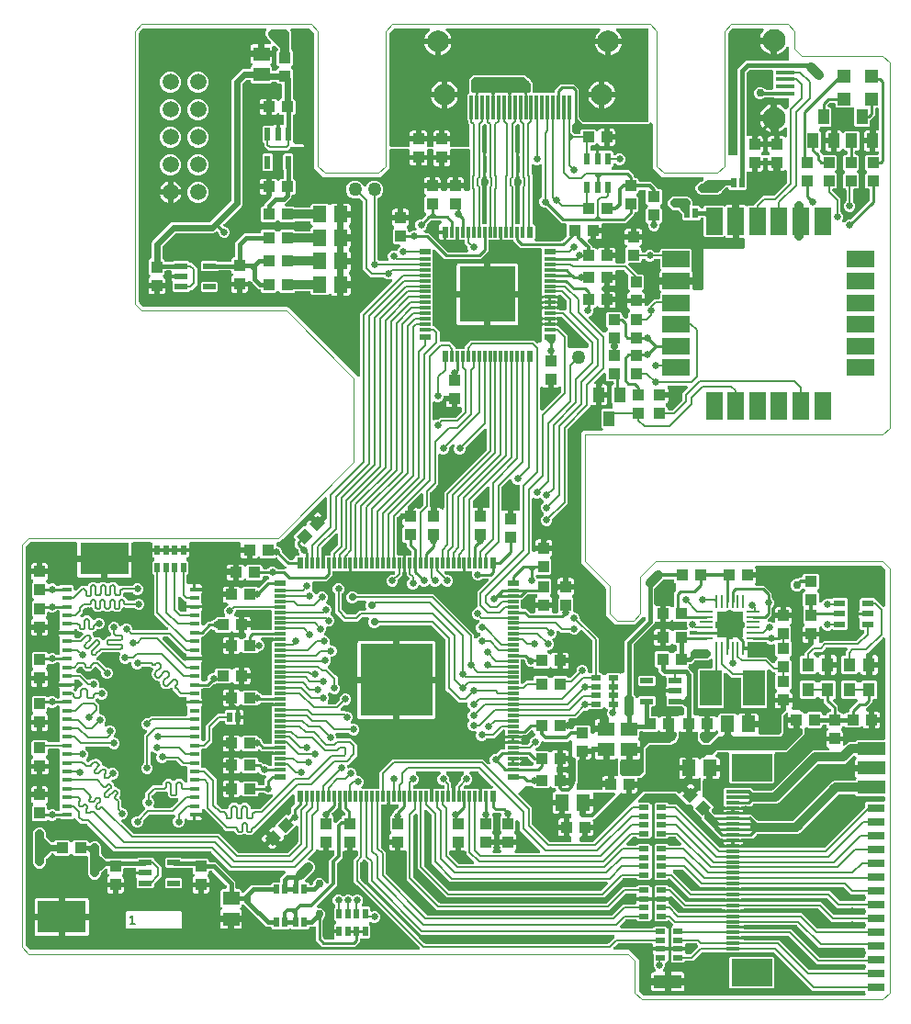
<source format=gtl>
G04 EAGLE Gerber RS-274X export*
G75*
%MOMM*%
%FSLAX34Y34*%
%LPD*%
%INtop Kupfer*%
%IPPOS*%
%AMOC8*
5,1,8,0,0,1.08239X$1,22.5*%
G01*
%ADD10C,0.000000*%
%ADD11C,0.203200*%
%ADD12R,2.540000X1.270000*%
%ADD13R,1.300000X1.500000*%
%ADD14R,1.500000X1.300000*%
%ADD15R,1.100000X1.000000*%
%ADD16R,1.000000X1.100000*%
%ADD17R,0.900000X0.500000*%
%ADD18R,4.500000X3.000000*%
%ADD19R,1.000000X0.600000*%
%ADD20R,1.000000X0.300000*%
%ADD21R,0.600000X1.000000*%
%ADD22R,0.300000X1.000000*%
%ADD23R,5.200000X5.200000*%
%ADD24R,1.100000X1.300000*%
%ADD25R,1.200000X0.550000*%
%ADD26R,0.550000X1.200000*%
%ADD27C,2.000000*%
%ADD28R,0.300000X2.200000*%
%ADD29R,1.600000X0.800000*%
%ADD30R,0.400000X1.550000*%
%ADD31R,0.200000X0.675000*%
%ADD32C,1.270000*%
%ADD33R,6.700000X6.700000*%
%ADD34R,0.900000X0.450000*%
%ADD35R,2.450000X2.450000*%
%ADD36R,0.250000X1.200000*%
%ADD37R,1.200000X0.250000*%
%ADD38R,1.000000X1.400000*%
%ADD39R,0.508000X0.889000*%
%ADD40R,0.500000X0.900000*%
%ADD41R,1.200000X1.200000*%
%ADD42R,2.000000X3.300000*%
%ADD43R,1.100000X0.600000*%
%ADD44R,1.300000X0.300000*%
%ADD45R,3.800000X2.500000*%
%ADD46R,1.500000X2.500000*%
%ADD47R,2.500000X1.500000*%
%ADD48R,1.800000X0.400000*%
%ADD49C,2.100000*%
%ADD50C,1.500000*%
%ADD51R,0.600000X1.100000*%
%ADD52C,0.254000*%
%ADD53C,0.755600*%
%ADD54C,0.655600*%
%ADD55C,0.812800*%
%ADD56C,0.406400*%
%ADD57C,2.400000*%
%ADD58C,1.200000*%
%ADD59C,0.855600*%
%ADD60C,0.177800*%
%ADD61C,3.000000*%
%ADD62C,0.955600*%
%ADD63C,1.800000*%
%ADD64C,0.304800*%
%ADD65C,0.228600*%
%ADD66C,0.200000*%
%ADD67C,0.609600*%
%ADD68C,0.705600*%
%ADD69C,0.508000*%

G36*
X310546Y574452D02*
X310546Y574452D01*
X310620Y574453D01*
X310717Y574478D01*
X310817Y574493D01*
X310886Y574520D01*
X310958Y574538D01*
X311048Y574584D01*
X311141Y574621D01*
X311202Y574664D01*
X311268Y574698D01*
X311345Y574763D01*
X311427Y574820D01*
X311477Y574876D01*
X311533Y574924D01*
X311593Y575005D01*
X311660Y575079D01*
X311696Y575144D01*
X311741Y575204D01*
X311780Y575296D01*
X311829Y575384D01*
X311849Y575456D01*
X311879Y575524D01*
X311896Y575623D01*
X311924Y575720D01*
X311932Y575820D01*
X311940Y575867D01*
X311938Y575903D01*
X311943Y575963D01*
X311943Y632440D01*
X341384Y661881D01*
X341416Y661920D01*
X341453Y661954D01*
X341524Y662056D01*
X341601Y662154D01*
X341623Y662199D01*
X341651Y662241D01*
X341697Y662357D01*
X341750Y662469D01*
X341761Y662518D01*
X341779Y662565D01*
X341797Y662688D01*
X341823Y662810D01*
X341823Y662860D01*
X341830Y662910D01*
X341820Y663034D01*
X341817Y663158D01*
X341805Y663207D01*
X341801Y663257D01*
X341763Y663375D01*
X341732Y663496D01*
X341709Y663541D01*
X341694Y663589D01*
X341630Y663695D01*
X341573Y663806D01*
X341540Y663844D01*
X341514Y663887D01*
X341428Y663976D01*
X341347Y664071D01*
X341306Y664101D01*
X341271Y664137D01*
X341167Y664204D01*
X341067Y664278D01*
X341020Y664298D01*
X340978Y664326D01*
X340861Y664367D01*
X340747Y664416D01*
X340697Y664425D01*
X340650Y664442D01*
X340526Y664456D01*
X340404Y664478D01*
X340353Y664476D01*
X340303Y664481D01*
X340180Y664467D01*
X340056Y664460D01*
X340007Y664446D01*
X339957Y664440D01*
X339724Y664365D01*
X338870Y664011D01*
X336770Y664011D01*
X334830Y664815D01*
X333818Y665827D01*
X333719Y665906D01*
X333625Y665990D01*
X333582Y666014D01*
X333545Y666044D01*
X333430Y666098D01*
X333320Y666159D01*
X333273Y666172D01*
X333230Y666193D01*
X333106Y666219D01*
X332984Y666254D01*
X332924Y666259D01*
X332889Y666266D01*
X332841Y666265D01*
X332741Y666273D01*
X321330Y666273D01*
X314483Y673120D01*
X314483Y734719D01*
X314469Y734845D01*
X314462Y734971D01*
X314449Y735018D01*
X314443Y735066D01*
X314401Y735185D01*
X314366Y735306D01*
X314342Y735348D01*
X314326Y735394D01*
X314257Y735500D01*
X314196Y735610D01*
X314156Y735656D01*
X314137Y735687D01*
X314102Y735720D01*
X314037Y735797D01*
X311434Y738399D01*
X311375Y738447D01*
X311321Y738502D01*
X311238Y738555D01*
X311161Y738616D01*
X311092Y738649D01*
X311028Y738690D01*
X310935Y738723D01*
X310846Y738765D01*
X310772Y738781D01*
X310699Y738807D01*
X310602Y738818D01*
X310506Y738838D01*
X310429Y738837D01*
X310353Y738846D01*
X310255Y738834D01*
X310157Y738832D01*
X310083Y738814D01*
X310007Y738805D01*
X309865Y738759D01*
X309819Y738747D01*
X309802Y738739D01*
X309774Y738730D01*
X309001Y738409D01*
X305679Y738409D01*
X302610Y739681D01*
X300261Y742030D01*
X298989Y745099D01*
X298989Y748421D01*
X300261Y751490D01*
X302610Y753839D01*
X305679Y755111D01*
X309001Y755111D01*
X312070Y753839D01*
X314419Y751490D01*
X314823Y750517D01*
X314872Y750429D01*
X314912Y750337D01*
X314956Y750277D01*
X314992Y750212D01*
X315059Y750138D01*
X315119Y750057D01*
X315176Y750009D01*
X315226Y749954D01*
X315309Y749897D01*
X315385Y749832D01*
X315452Y749798D01*
X315513Y749756D01*
X315606Y749719D01*
X315696Y749673D01*
X315768Y749655D01*
X315837Y749628D01*
X315937Y749613D01*
X316034Y749589D01*
X316108Y749588D01*
X316182Y749577D01*
X316282Y749585D01*
X316382Y749584D01*
X316455Y749600D01*
X316529Y749606D01*
X316625Y749637D01*
X316723Y749658D01*
X316790Y749690D01*
X316861Y749713D01*
X316947Y749765D01*
X317038Y749808D01*
X317096Y749854D01*
X317159Y749893D01*
X317232Y749963D01*
X317310Y750025D01*
X317356Y750084D01*
X317409Y750136D01*
X317464Y750220D01*
X317526Y750299D01*
X317572Y750388D01*
X317598Y750429D01*
X317610Y750463D01*
X317637Y750517D01*
X318041Y751490D01*
X320390Y753839D01*
X323459Y755111D01*
X326781Y755111D01*
X329850Y753839D01*
X332199Y751490D01*
X333471Y748421D01*
X333471Y745099D01*
X332199Y742030D01*
X329850Y739681D01*
X329077Y739360D01*
X329010Y739323D01*
X328939Y739295D01*
X328859Y739239D01*
X328772Y739191D01*
X328716Y739140D01*
X328653Y739096D01*
X328587Y739023D01*
X328514Y738957D01*
X328471Y738894D01*
X328420Y738837D01*
X328372Y738751D01*
X328316Y738670D01*
X328288Y738599D01*
X328251Y738532D01*
X328224Y738437D01*
X328188Y738346D01*
X328177Y738270D01*
X328156Y738197D01*
X328144Y738048D01*
X328137Y738001D01*
X328139Y737982D01*
X328137Y737953D01*
X328137Y682819D01*
X328151Y682694D01*
X328158Y682568D01*
X328171Y682521D01*
X328177Y682473D01*
X328219Y682354D01*
X328254Y682233D01*
X328278Y682191D01*
X328294Y682145D01*
X328363Y682039D01*
X328424Y681929D01*
X328464Y681882D01*
X328483Y681852D01*
X328518Y681819D01*
X328583Y681742D01*
X329122Y681203D01*
X329221Y681124D01*
X329315Y681040D01*
X329358Y681016D01*
X329395Y680986D01*
X329510Y680932D01*
X329620Y680871D01*
X329667Y680858D01*
X329711Y680837D01*
X329834Y680811D01*
X329956Y680776D01*
X330016Y680771D01*
X330051Y680764D01*
X330099Y680765D01*
X330199Y680757D01*
X336780Y680757D01*
X336929Y680774D01*
X337079Y680786D01*
X337102Y680794D01*
X337126Y680797D01*
X337268Y680847D01*
X337411Y680893D01*
X337432Y680906D01*
X337455Y680914D01*
X337581Y680996D01*
X337710Y681073D01*
X337727Y681090D01*
X337747Y681103D01*
X337852Y681212D01*
X337960Y681316D01*
X337973Y681336D01*
X337990Y681354D01*
X338067Y681483D01*
X338148Y681609D01*
X338156Y681632D01*
X338168Y681653D01*
X338214Y681796D01*
X338265Y681938D01*
X338267Y681962D01*
X338275Y681985D01*
X338287Y682134D01*
X338303Y682284D01*
X338301Y682308D01*
X338303Y682332D01*
X338280Y682481D01*
X338263Y682630D01*
X338254Y682658D01*
X338251Y682677D01*
X338233Y682721D01*
X338188Y682863D01*
X337621Y684230D01*
X337621Y686330D01*
X338425Y688270D01*
X339910Y689755D01*
X341850Y690559D01*
X343950Y690559D01*
X344693Y690251D01*
X344718Y690244D01*
X344742Y690232D01*
X344886Y690196D01*
X345028Y690155D01*
X345055Y690154D01*
X345080Y690148D01*
X345228Y690146D01*
X345376Y690138D01*
X345402Y690143D01*
X345428Y690143D01*
X345573Y690174D01*
X345719Y690201D01*
X345743Y690211D01*
X345769Y690217D01*
X345903Y690281D01*
X346039Y690340D01*
X346060Y690355D01*
X346084Y690367D01*
X346200Y690459D01*
X346319Y690548D01*
X346335Y690568D01*
X346356Y690584D01*
X346448Y690700D01*
X346544Y690814D01*
X346556Y690837D01*
X346572Y690858D01*
X346683Y691075D01*
X347315Y692600D01*
X348584Y693869D01*
X348646Y693948D01*
X348716Y694020D01*
X348754Y694084D01*
X348800Y694142D01*
X348843Y694233D01*
X348895Y694319D01*
X348917Y694390D01*
X348949Y694457D01*
X348970Y694555D01*
X349001Y694651D01*
X349007Y694725D01*
X349023Y694798D01*
X349021Y694898D01*
X349029Y694998D01*
X349018Y695072D01*
X349017Y695146D01*
X348992Y695243D01*
X348977Y695343D01*
X348950Y695412D01*
X348932Y695484D01*
X348886Y695573D01*
X348849Y695667D01*
X348806Y695728D01*
X348772Y695794D01*
X348707Y695870D01*
X348650Y695953D01*
X348594Y696003D01*
X348546Y696059D01*
X348465Y696119D01*
X348391Y696186D01*
X348326Y696222D01*
X348266Y696267D01*
X348174Y696306D01*
X348086Y696355D01*
X348014Y696375D01*
X347946Y696405D01*
X347847Y696422D01*
X347750Y696450D01*
X347650Y696458D01*
X347603Y696466D01*
X347567Y696464D01*
X347507Y696469D01*
X343421Y696469D01*
X342249Y697641D01*
X342249Y710299D01*
X342996Y711046D01*
X343028Y711086D01*
X343066Y711120D01*
X343094Y711161D01*
X343128Y711196D01*
X343165Y711259D01*
X343213Y711319D01*
X343235Y711365D01*
X343264Y711407D01*
X343283Y711455D01*
X343306Y711495D01*
X343328Y711562D01*
X343362Y711634D01*
X343373Y711684D01*
X343391Y711731D01*
X343399Y711784D01*
X343413Y711827D01*
X343418Y711895D01*
X343435Y711975D01*
X343434Y712026D01*
X343442Y712076D01*
X343437Y712131D01*
X343441Y712174D01*
X343431Y712240D01*
X343429Y712323D01*
X343417Y712373D01*
X343413Y712423D01*
X343395Y712477D01*
X343389Y712519D01*
X343365Y712580D01*
X343344Y712661D01*
X343321Y712706D01*
X343305Y712755D01*
X343276Y712804D01*
X343260Y712843D01*
X343223Y712896D01*
X343185Y712971D01*
X343152Y713010D01*
X343125Y713053D01*
X343085Y713095D01*
X343061Y713129D01*
X343014Y713172D01*
X342959Y713236D01*
X342918Y713267D01*
X342882Y713303D01*
X342822Y713345D01*
X342803Y713362D01*
X342773Y713379D01*
X342693Y713434D01*
X342217Y713910D01*
X341882Y714489D01*
X341709Y715135D01*
X341709Y718471D01*
X348274Y718471D01*
X348300Y718474D01*
X348326Y718472D01*
X348473Y718494D01*
X348620Y718511D01*
X348645Y718519D01*
X348671Y718523D01*
X348808Y718578D01*
X348948Y718628D01*
X348970Y718642D01*
X348995Y718652D01*
X349116Y718737D01*
X349241Y718817D01*
X349253Y718830D01*
X349300Y718785D01*
X349323Y718771D01*
X349342Y718754D01*
X349472Y718682D01*
X349599Y718606D01*
X349624Y718598D01*
X349647Y718585D01*
X349790Y718545D01*
X349931Y718500D01*
X349957Y718497D01*
X349982Y718490D01*
X350226Y718471D01*
X356791Y718471D01*
X356791Y715135D01*
X356618Y714489D01*
X356283Y713910D01*
X355804Y713431D01*
X355778Y713412D01*
X355733Y713388D01*
X355668Y713333D01*
X355615Y713299D01*
X355586Y713269D01*
X355539Y713234D01*
X355506Y713196D01*
X355467Y713162D01*
X355417Y713094D01*
X355372Y713048D01*
X355351Y713013D01*
X355314Y712969D01*
X355290Y712923D01*
X355260Y712882D01*
X355227Y712804D01*
X355194Y712749D01*
X355181Y712710D01*
X355155Y712659D01*
X355142Y712609D01*
X355122Y712562D01*
X355107Y712480D01*
X355087Y712417D01*
X355084Y712375D01*
X355070Y712320D01*
X355070Y712269D01*
X355060Y712219D01*
X355065Y712137D01*
X355059Y712070D01*
X355066Y712027D01*
X355065Y711972D01*
X355076Y711922D01*
X355078Y711871D01*
X355101Y711794D01*
X355111Y711725D01*
X355128Y711683D01*
X355139Y711631D01*
X355161Y711585D01*
X355175Y711536D01*
X355213Y711468D01*
X355240Y711401D01*
X355266Y711363D01*
X355288Y711317D01*
X355320Y711277D01*
X355345Y711232D01*
X355412Y711153D01*
X355439Y711115D01*
X355464Y711092D01*
X355504Y711046D01*
X356251Y710299D01*
X356251Y709023D01*
X356262Y708924D01*
X356264Y708823D01*
X356282Y708751D01*
X356291Y708677D01*
X356324Y708583D01*
X356349Y708485D01*
X356383Y708419D01*
X356408Y708349D01*
X356463Y708265D01*
X356509Y708175D01*
X356557Y708119D01*
X356597Y708056D01*
X356669Y707987D01*
X356734Y707910D01*
X356794Y707866D01*
X356848Y707814D01*
X356934Y707763D01*
X357015Y707703D01*
X357083Y707673D01*
X357147Y707635D01*
X357242Y707605D01*
X357335Y707565D01*
X357408Y707552D01*
X357479Y707529D01*
X357579Y707521D01*
X357678Y707503D01*
X357752Y707507D01*
X357826Y707501D01*
X357925Y707516D01*
X358026Y707521D01*
X358097Y707542D01*
X358171Y707553D01*
X358264Y707590D01*
X358361Y707618D01*
X358426Y707654D01*
X358495Y707681D01*
X358577Y707739D01*
X358665Y707788D01*
X358741Y707853D01*
X358781Y707880D01*
X358805Y707907D01*
X358851Y707946D01*
X358960Y708055D01*
X360900Y708859D01*
X362490Y708859D01*
X362639Y708876D01*
X362789Y708888D01*
X362812Y708896D01*
X362836Y708899D01*
X362978Y708949D01*
X363121Y708995D01*
X363142Y709008D01*
X363164Y709016D01*
X363291Y709098D01*
X363420Y709175D01*
X363437Y709192D01*
X363457Y709205D01*
X363562Y709313D01*
X363670Y709418D01*
X363683Y709438D01*
X363699Y709456D01*
X363776Y709585D01*
X363858Y709711D01*
X363866Y709734D01*
X363878Y709755D01*
X363924Y709898D01*
X363974Y710040D01*
X363977Y710064D01*
X363984Y710087D01*
X363996Y710236D01*
X364013Y710386D01*
X364010Y710410D01*
X364012Y710434D01*
X363990Y710583D01*
X363973Y710732D01*
X363964Y710760D01*
X363961Y710779D01*
X363943Y710823D01*
X363897Y710965D01*
X363021Y713080D01*
X363021Y715180D01*
X363825Y717120D01*
X365310Y718605D01*
X367250Y719409D01*
X368322Y719409D01*
X368448Y719423D01*
X368574Y719430D01*
X368620Y719443D01*
X368668Y719449D01*
X368788Y719491D01*
X368909Y719526D01*
X368951Y719550D01*
X368997Y719566D01*
X369103Y719635D01*
X369213Y719696D01*
X369259Y719736D01*
X369289Y719755D01*
X369323Y719790D01*
X369399Y719855D01*
X372850Y723306D01*
X372867Y723326D01*
X372887Y723343D01*
X372975Y723463D01*
X373067Y723579D01*
X373078Y723603D01*
X373094Y723624D01*
X373153Y723760D01*
X373216Y723894D01*
X373221Y723920D01*
X373232Y723944D01*
X373258Y724090D01*
X373289Y724235D01*
X373289Y724261D01*
X373294Y724287D01*
X373286Y724435D01*
X373283Y724583D01*
X373277Y724609D01*
X373276Y724635D01*
X373235Y724777D01*
X373198Y724921D01*
X373186Y724944D01*
X373179Y724970D01*
X373106Y725100D01*
X373039Y725231D01*
X373022Y725251D01*
X373009Y725274D01*
X372850Y725460D01*
X371459Y726851D01*
X371459Y739509D01*
X372206Y740256D01*
X372238Y740296D01*
X372276Y740330D01*
X372346Y740432D01*
X372423Y740529D01*
X372445Y740575D01*
X372474Y740617D01*
X372519Y740732D01*
X372572Y740844D01*
X372583Y740894D01*
X372601Y740941D01*
X372619Y741064D01*
X372645Y741185D01*
X372644Y741236D01*
X372652Y741286D01*
X372641Y741410D01*
X372639Y741533D01*
X372627Y741583D01*
X372623Y741633D01*
X372584Y741751D01*
X372554Y741871D01*
X372531Y741916D01*
X372515Y741965D01*
X372451Y742071D01*
X372395Y742181D01*
X372362Y742220D01*
X372335Y742263D01*
X372249Y742352D01*
X372169Y742446D01*
X372128Y742477D01*
X372092Y742513D01*
X371903Y742644D01*
X371427Y743120D01*
X371092Y743699D01*
X370919Y744345D01*
X370919Y747681D01*
X377484Y747681D01*
X377510Y747684D01*
X377536Y747682D01*
X377683Y747704D01*
X377830Y747721D01*
X377855Y747729D01*
X377881Y747733D01*
X378018Y747788D01*
X378158Y747838D01*
X378180Y747852D01*
X378205Y747862D01*
X378326Y747947D01*
X378451Y748027D01*
X378463Y748040D01*
X378510Y747995D01*
X378533Y747981D01*
X378552Y747964D01*
X378682Y747892D01*
X378809Y747816D01*
X378834Y747808D01*
X378857Y747795D01*
X379000Y747755D01*
X379141Y747710D01*
X379167Y747707D01*
X379192Y747700D01*
X379436Y747681D01*
X386001Y747681D01*
X386001Y747268D01*
X386004Y747242D01*
X386002Y747216D01*
X386024Y747069D01*
X386041Y746922D01*
X386049Y746897D01*
X386053Y746871D01*
X386108Y746733D01*
X386158Y746594D01*
X386172Y746572D01*
X386182Y746547D01*
X386267Y746426D01*
X386347Y746301D01*
X386366Y746283D01*
X386381Y746261D01*
X386491Y746162D01*
X386598Y746059D01*
X386620Y746045D01*
X386640Y746028D01*
X386770Y745956D01*
X386897Y745880D01*
X386922Y745872D01*
X386945Y745859D01*
X387088Y745819D01*
X387229Y745774D01*
X387255Y745772D01*
X387280Y745764D01*
X387524Y745745D01*
X390986Y745745D01*
X391012Y745748D01*
X391038Y745746D01*
X391185Y745768D01*
X391332Y745785D01*
X391357Y745793D01*
X391383Y745797D01*
X391521Y745852D01*
X391660Y745902D01*
X391682Y745916D01*
X391707Y745926D01*
X391828Y746011D01*
X391953Y746091D01*
X391971Y746110D01*
X391993Y746125D01*
X392092Y746235D01*
X392195Y746342D01*
X392209Y746364D01*
X392226Y746384D01*
X392298Y746514D01*
X392374Y746641D01*
X392382Y746666D01*
X392395Y746689D01*
X392435Y746832D01*
X392480Y746973D01*
X392482Y746999D01*
X392490Y747024D01*
X392509Y747268D01*
X392509Y747681D01*
X399074Y747681D01*
X399100Y747684D01*
X399126Y747682D01*
X399273Y747704D01*
X399420Y747721D01*
X399445Y747729D01*
X399471Y747733D01*
X399608Y747788D01*
X399748Y747838D01*
X399770Y747852D01*
X399795Y747862D01*
X399916Y747947D01*
X400041Y748027D01*
X400053Y748040D01*
X400100Y747995D01*
X400123Y747981D01*
X400142Y747964D01*
X400272Y747892D01*
X400399Y747816D01*
X400424Y747808D01*
X400447Y747795D01*
X400590Y747755D01*
X400731Y747710D01*
X400757Y747707D01*
X400782Y747700D01*
X401026Y747681D01*
X407591Y747681D01*
X407591Y747268D01*
X407594Y747242D01*
X407592Y747216D01*
X407614Y747069D01*
X407631Y746922D01*
X407639Y746897D01*
X407643Y746871D01*
X407698Y746733D01*
X407748Y746594D01*
X407762Y746572D01*
X407772Y746547D01*
X407857Y746426D01*
X407937Y746301D01*
X407956Y746283D01*
X407971Y746261D01*
X408081Y746162D01*
X408188Y746059D01*
X408210Y746045D01*
X408230Y746028D01*
X408360Y745956D01*
X408487Y745880D01*
X408512Y745872D01*
X408535Y745859D01*
X408678Y745819D01*
X408819Y745774D01*
X408845Y745772D01*
X408870Y745764D01*
X409114Y745745D01*
X411688Y745745D01*
X411714Y745748D01*
X411740Y745746D01*
X411887Y745768D01*
X412034Y745785D01*
X412059Y745793D01*
X412085Y745797D01*
X412223Y745852D01*
X412362Y745902D01*
X412384Y745916D01*
X412409Y745926D01*
X412530Y746011D01*
X412655Y746091D01*
X412673Y746110D01*
X412695Y746125D01*
X412794Y746235D01*
X412897Y746342D01*
X412911Y746364D01*
X412928Y746384D01*
X413000Y746514D01*
X413076Y746641D01*
X413084Y746666D01*
X413097Y746689D01*
X413137Y746832D01*
X413182Y746973D01*
X413184Y746999D01*
X413192Y747024D01*
X413211Y747268D01*
X413211Y760900D01*
X413273Y760962D01*
X413352Y761061D01*
X413436Y761155D01*
X413460Y761197D01*
X413490Y761235D01*
X413544Y761349D01*
X413605Y761460D01*
X413618Y761506D01*
X413639Y761550D01*
X413665Y761673D01*
X413700Y761795D01*
X413705Y761856D01*
X413712Y761891D01*
X413711Y761939D01*
X413719Y762039D01*
X413719Y782606D01*
X413716Y782632D01*
X413718Y782658D01*
X413696Y782805D01*
X413679Y782952D01*
X413671Y782977D01*
X413667Y783003D01*
X413612Y783141D01*
X413562Y783280D01*
X413548Y783302D01*
X413538Y783327D01*
X413453Y783448D01*
X413373Y783573D01*
X413354Y783591D01*
X413339Y783613D01*
X413229Y783712D01*
X413122Y783815D01*
X413100Y783829D01*
X413080Y783846D01*
X412950Y783918D01*
X412823Y783994D01*
X412798Y784002D01*
X412775Y784015D01*
X412632Y784055D01*
X412491Y784100D01*
X412465Y784102D01*
X412440Y784110D01*
X412196Y784129D01*
X396357Y784129D01*
X396307Y784123D01*
X396256Y784126D01*
X396134Y784104D01*
X396011Y784089D01*
X395963Y784072D01*
X395913Y784063D01*
X395800Y784014D01*
X395683Y783972D01*
X395640Y783944D01*
X395593Y783924D01*
X395494Y783850D01*
X395390Y783783D01*
X395355Y783746D01*
X395314Y783716D01*
X395234Y783621D01*
X395148Y783532D01*
X395122Y783488D01*
X395089Y783449D01*
X395033Y783339D01*
X394969Y783233D01*
X394954Y783185D01*
X394931Y783139D01*
X394901Y783019D01*
X394863Y782901D01*
X394859Y782850D01*
X394847Y782801D01*
X394845Y782677D01*
X394835Y782554D01*
X394843Y782503D01*
X394842Y782452D01*
X394886Y782212D01*
X394891Y782195D01*
X394891Y778859D01*
X388326Y778859D01*
X388300Y778856D01*
X388274Y778858D01*
X388127Y778836D01*
X387980Y778819D01*
X387955Y778811D01*
X387929Y778807D01*
X387792Y778752D01*
X387652Y778702D01*
X387630Y778688D01*
X387605Y778678D01*
X387484Y778593D01*
X387359Y778513D01*
X387347Y778500D01*
X387300Y778545D01*
X387277Y778559D01*
X387258Y778576D01*
X387128Y778648D01*
X387001Y778724D01*
X386976Y778732D01*
X386953Y778745D01*
X386810Y778785D01*
X386669Y778830D01*
X386643Y778832D01*
X386618Y778840D01*
X386374Y778859D01*
X379809Y778859D01*
X379809Y782195D01*
X379814Y782212D01*
X379821Y782262D01*
X379837Y782311D01*
X379847Y782434D01*
X379865Y782556D01*
X379861Y782607D01*
X379865Y782658D01*
X379847Y782781D01*
X379836Y782904D01*
X379821Y782952D01*
X379813Y783003D01*
X379767Y783118D01*
X379730Y783236D01*
X379703Y783279D01*
X379684Y783327D01*
X379614Y783428D01*
X379550Y783534D01*
X379515Y783571D01*
X379486Y783613D01*
X379394Y783696D01*
X379308Y783785D01*
X379265Y783812D01*
X379227Y783846D01*
X379119Y783906D01*
X379014Y783973D01*
X378966Y783990D01*
X378922Y784015D01*
X378803Y784048D01*
X378686Y784090D01*
X378635Y784096D01*
X378586Y784110D01*
X378343Y784129D01*
X375133Y784129D01*
X375083Y784123D01*
X375032Y784126D01*
X374910Y784104D01*
X374787Y784089D01*
X374739Y784072D01*
X374689Y784063D01*
X374576Y784014D01*
X374459Y783972D01*
X374416Y783944D01*
X374369Y783924D01*
X374270Y783850D01*
X374166Y783783D01*
X374131Y783746D01*
X374090Y783716D01*
X374010Y783621D01*
X373924Y783532D01*
X373898Y783488D01*
X373865Y783449D01*
X373809Y783339D01*
X373745Y783233D01*
X373730Y783185D01*
X373707Y783139D01*
X373677Y783019D01*
X373639Y782901D01*
X373635Y782850D01*
X373623Y782801D01*
X373621Y782677D01*
X373611Y782554D01*
X373619Y782503D01*
X373618Y782452D01*
X373662Y782212D01*
X373801Y781694D01*
X373801Y778859D01*
X366736Y778859D01*
X366710Y778856D01*
X366684Y778858D01*
X366537Y778836D01*
X366390Y778819D01*
X366365Y778811D01*
X366339Y778807D01*
X366202Y778752D01*
X366062Y778702D01*
X366040Y778688D01*
X366015Y778678D01*
X365894Y778593D01*
X365769Y778513D01*
X365757Y778500D01*
X365710Y778545D01*
X365687Y778559D01*
X365668Y778576D01*
X365538Y778648D01*
X365411Y778724D01*
X365386Y778732D01*
X365363Y778745D01*
X365220Y778785D01*
X365079Y778830D01*
X365053Y778832D01*
X365028Y778840D01*
X364784Y778859D01*
X357719Y778859D01*
X357719Y781695D01*
X357858Y782212D01*
X357865Y782262D01*
X357881Y782311D01*
X357891Y782434D01*
X357909Y782557D01*
X357905Y782607D01*
X357909Y782658D01*
X357891Y782781D01*
X357880Y782904D01*
X357865Y782952D01*
X357857Y783003D01*
X357812Y783118D01*
X357774Y783236D01*
X357747Y783279D01*
X357728Y783327D01*
X357658Y783428D01*
X357594Y783534D01*
X357559Y783571D01*
X357530Y783613D01*
X357438Y783696D01*
X357352Y783785D01*
X357309Y783812D01*
X357271Y783846D01*
X357162Y783906D01*
X357058Y783973D01*
X357010Y783990D01*
X356966Y784015D01*
X356847Y784049D01*
X356730Y784090D01*
X356679Y784096D01*
X356630Y784110D01*
X356387Y784129D01*
X340614Y784129D01*
X340588Y784126D01*
X340562Y784128D01*
X340415Y784106D01*
X340268Y784089D01*
X340243Y784081D01*
X340217Y784077D01*
X340079Y784022D01*
X339940Y783972D01*
X339918Y783958D01*
X339893Y783948D01*
X339772Y783863D01*
X339647Y783783D01*
X339629Y783764D01*
X339607Y783749D01*
X339508Y783639D01*
X339405Y783532D01*
X339391Y783510D01*
X339374Y783490D01*
X339302Y783360D01*
X339226Y783233D01*
X339218Y783208D01*
X339205Y783185D01*
X339165Y783042D01*
X339120Y782901D01*
X339118Y782875D01*
X339110Y782850D01*
X339091Y782606D01*
X339091Y766772D01*
X330508Y758189D01*
X277822Y758189D01*
X275143Y760867D01*
X275143Y760868D01*
X271918Y764093D01*
X269239Y766772D01*
X269239Y890601D01*
X269225Y890726D01*
X269218Y890852D01*
X269205Y890899D01*
X269199Y890947D01*
X269157Y891066D01*
X269122Y891187D01*
X269098Y891229D01*
X269082Y891275D01*
X269013Y891381D01*
X268952Y891491D01*
X268912Y891538D01*
X268893Y891568D01*
X268858Y891601D01*
X268793Y891678D01*
X265568Y894903D01*
X265469Y894982D01*
X265375Y895066D01*
X265332Y895090D01*
X265295Y895120D01*
X265180Y895174D01*
X265070Y895235D01*
X265023Y895248D01*
X264980Y895269D01*
X264856Y895295D01*
X264734Y895330D01*
X264674Y895335D01*
X264639Y895342D01*
X264591Y895341D01*
X264491Y895349D01*
X249323Y895349D01*
X249175Y895332D01*
X249024Y895320D01*
X249001Y895312D01*
X248977Y895309D01*
X248836Y895259D01*
X248693Y895213D01*
X248672Y895200D01*
X248649Y895192D01*
X248523Y895110D01*
X248394Y895033D01*
X248377Y895016D01*
X248356Y895003D01*
X248252Y894895D01*
X248144Y894790D01*
X248131Y894770D01*
X248114Y894752D01*
X248037Y894623D01*
X247956Y894497D01*
X247948Y894474D01*
X247935Y894453D01*
X247890Y894310D01*
X247839Y894168D01*
X247836Y894144D01*
X247829Y894121D01*
X247817Y893972D01*
X247800Y893822D01*
X247803Y893798D01*
X247801Y893774D01*
X247823Y893626D01*
X247841Y893476D01*
X247850Y893448D01*
X247853Y893429D01*
X247870Y893386D01*
X247916Y893243D01*
X248635Y891508D01*
X248635Y876186D01*
X248649Y876060D01*
X248656Y875934D01*
X248669Y875887D01*
X248675Y875839D01*
X248717Y875721D01*
X248752Y875599D01*
X248776Y875557D01*
X248792Y875511D01*
X248861Y875405D01*
X248922Y875295D01*
X248962Y875249D01*
X248981Y875219D01*
X249016Y875185D01*
X249081Y875109D01*
X250071Y874119D01*
X250071Y862461D01*
X248477Y860867D01*
X248460Y860847D01*
X248440Y860830D01*
X248352Y860710D01*
X248260Y860594D01*
X248249Y860570D01*
X248233Y860549D01*
X248174Y860413D01*
X248111Y860279D01*
X248106Y860253D01*
X248095Y860229D01*
X248069Y860083D01*
X248038Y859938D01*
X248038Y859912D01*
X248033Y859886D01*
X248041Y859738D01*
X248044Y859590D01*
X248050Y859564D01*
X248051Y859538D01*
X248092Y859396D01*
X248129Y859252D01*
X248141Y859229D01*
X248148Y859203D01*
X248220Y859074D01*
X248288Y858942D01*
X248305Y858922D01*
X248318Y858899D01*
X248477Y858713D01*
X250071Y857119D01*
X250071Y845434D01*
X250052Y845413D01*
X250028Y845370D01*
X249998Y845332D01*
X249944Y845218D01*
X249883Y845107D01*
X249870Y845061D01*
X249849Y845017D01*
X249823Y844894D01*
X249788Y844772D01*
X249783Y844711D01*
X249776Y844677D01*
X249777Y844629D01*
X249769Y844528D01*
X249769Y831484D01*
X249772Y831458D01*
X249770Y831432D01*
X249792Y831285D01*
X249809Y831138D01*
X249817Y831113D01*
X249821Y831087D01*
X249876Y830949D01*
X249926Y830810D01*
X249940Y830788D01*
X249950Y830763D01*
X250035Y830642D01*
X250115Y830517D01*
X250134Y830499D01*
X250149Y830477D01*
X250259Y830378D01*
X250366Y830275D01*
X250388Y830261D01*
X250408Y830244D01*
X250538Y830172D01*
X250665Y830096D01*
X250690Y830088D01*
X250713Y830075D01*
X250856Y830035D01*
X250997Y829990D01*
X251022Y829988D01*
X252221Y828789D01*
X252221Y817131D01*
X251019Y815930D01*
X250930Y815919D01*
X250905Y815911D01*
X250879Y815907D01*
X250741Y815852D01*
X250602Y815802D01*
X250580Y815788D01*
X250555Y815778D01*
X250434Y815693D01*
X250309Y815613D01*
X250291Y815594D01*
X250269Y815579D01*
X250170Y815469D01*
X250067Y815362D01*
X250053Y815340D01*
X250036Y815320D01*
X249964Y815190D01*
X249888Y815063D01*
X249880Y815038D01*
X249867Y815015D01*
X249827Y814872D01*
X249782Y814731D01*
X249780Y814705D01*
X249772Y814680D01*
X249753Y814436D01*
X249753Y806039D01*
X249767Y805913D01*
X249774Y805787D01*
X249787Y805740D01*
X249793Y805692D01*
X249835Y805574D01*
X249870Y805452D01*
X249894Y805410D01*
X249910Y805364D01*
X249979Y805258D01*
X250040Y805148D01*
X250080Y805102D01*
X250099Y805072D01*
X250134Y805038D01*
X250199Y804962D01*
X250471Y804690D01*
X250471Y790448D01*
X250474Y790422D01*
X250472Y790396D01*
X250494Y790249D01*
X250511Y790102D01*
X250519Y790077D01*
X250523Y790051D01*
X250578Y789913D01*
X250628Y789774D01*
X250642Y789752D01*
X250652Y789727D01*
X250737Y789606D01*
X250817Y789481D01*
X250836Y789463D01*
X250851Y789441D01*
X250961Y789342D01*
X251068Y789239D01*
X251090Y789225D01*
X251110Y789208D01*
X251240Y789136D01*
X251367Y789060D01*
X251392Y789052D01*
X251415Y789039D01*
X251558Y788999D01*
X251699Y788954D01*
X251725Y788952D01*
X251750Y788944D01*
X251994Y788925D01*
X259712Y788925D01*
X260605Y788032D01*
X260605Y786768D01*
X259712Y785875D01*
X248483Y785875D01*
X248357Y785861D01*
X248231Y785854D01*
X248184Y785841D01*
X248136Y785835D01*
X248017Y785793D01*
X247896Y785758D01*
X247854Y785734D01*
X247808Y785718D01*
X247702Y785649D01*
X247592Y785588D01*
X247545Y785548D01*
X247515Y785529D01*
X247482Y785494D01*
X247405Y785429D01*
X245090Y783113D01*
X227350Y783113D01*
X223703Y786760D01*
X223703Y788667D01*
X223689Y788793D01*
X223682Y788919D01*
X223669Y788966D01*
X223663Y789014D01*
X223621Y789132D01*
X223586Y789254D01*
X223562Y789296D01*
X223546Y789342D01*
X223477Y789448D01*
X223416Y789558D01*
X223376Y789604D01*
X223357Y789634D01*
X223322Y789668D01*
X223257Y789744D01*
X221969Y791032D01*
X221969Y804690D01*
X223141Y805862D01*
X230400Y805862D01*
X230472Y805828D01*
X230629Y805753D01*
X230631Y805753D01*
X230632Y805753D01*
X230798Y805717D01*
X230970Y805680D01*
X230972Y805680D01*
X230973Y805680D01*
X231148Y805683D01*
X231319Y805686D01*
X231320Y805686D01*
X231321Y805686D01*
X231494Y805730D01*
X231657Y805771D01*
X231658Y805772D01*
X231659Y805772D01*
X231880Y805877D01*
X232489Y806229D01*
X233135Y806402D01*
X234697Y806402D01*
X234697Y797861D01*
X234700Y797835D01*
X234697Y797809D01*
X234719Y797662D01*
X234736Y797515D01*
X234745Y797490D01*
X234749Y797464D01*
X234804Y797327D01*
X234854Y797187D01*
X234868Y797165D01*
X234878Y797141D01*
X234962Y797019D01*
X235043Y796894D01*
X235062Y796876D01*
X235077Y796854D01*
X235187Y796755D01*
X235294Y796652D01*
X235316Y796639D01*
X235336Y796621D01*
X235466Y796549D01*
X235593Y796473D01*
X235618Y796465D01*
X235641Y796452D01*
X235784Y796412D01*
X235925Y796367D01*
X235951Y796365D01*
X235976Y796358D01*
X236220Y796338D01*
X236246Y796341D01*
X236272Y796339D01*
X236419Y796361D01*
X236566Y796378D01*
X236591Y796387D01*
X236617Y796391D01*
X236755Y796445D01*
X236894Y796495D01*
X236917Y796510D01*
X236941Y796519D01*
X237062Y796604D01*
X237187Y796684D01*
X237206Y796703D01*
X237227Y796718D01*
X237326Y796828D01*
X237429Y796935D01*
X237443Y796958D01*
X237460Y796977D01*
X237532Y797107D01*
X237608Y797234D01*
X237616Y797259D01*
X237629Y797282D01*
X237669Y797425D01*
X237715Y797566D01*
X237717Y797592D01*
X237724Y797618D01*
X237743Y797861D01*
X237743Y806402D01*
X239304Y806402D01*
X239770Y806277D01*
X239820Y806270D01*
X239869Y806254D01*
X239992Y806244D01*
X240114Y806226D01*
X240165Y806230D01*
X240216Y806226D01*
X240339Y806244D01*
X240462Y806255D01*
X240510Y806270D01*
X240561Y806278D01*
X240676Y806324D01*
X240794Y806361D01*
X240837Y806388D01*
X240885Y806406D01*
X240986Y806477D01*
X241092Y806541D01*
X241129Y806576D01*
X241171Y806605D01*
X241254Y806697D01*
X241343Y806783D01*
X241370Y806826D01*
X241404Y806864D01*
X241464Y806973D01*
X241531Y807076D01*
X241548Y807124D01*
X241573Y807169D01*
X241607Y807288D01*
X241648Y807405D01*
X241654Y807455D01*
X241668Y807505D01*
X241687Y807748D01*
X241687Y814436D01*
X241684Y814462D01*
X241686Y814488D01*
X241664Y814635D01*
X241647Y814782D01*
X241639Y814807D01*
X241635Y814833D01*
X241580Y814971D01*
X241530Y815110D01*
X241516Y815132D01*
X241506Y815157D01*
X241421Y815278D01*
X241341Y815403D01*
X241322Y815421D01*
X241307Y815443D01*
X241197Y815542D01*
X241090Y815645D01*
X241068Y815659D01*
X241048Y815676D01*
X240918Y815748D01*
X240791Y815824D01*
X240766Y815832D01*
X240743Y815845D01*
X240600Y815885D01*
X240459Y815930D01*
X240433Y815932D01*
X240408Y815940D01*
X240164Y815959D01*
X238391Y815959D01*
X237644Y816706D01*
X237604Y816738D01*
X237570Y816776D01*
X237468Y816846D01*
X237371Y816923D01*
X237325Y816945D01*
X237283Y816974D01*
X237168Y817019D01*
X237056Y817072D01*
X237006Y817083D01*
X236959Y817101D01*
X236836Y817119D01*
X236715Y817145D01*
X236664Y817144D01*
X236614Y817152D01*
X236490Y817141D01*
X236367Y817139D01*
X236317Y817127D01*
X236267Y817123D01*
X236149Y817084D01*
X236029Y817054D01*
X235984Y817031D01*
X235935Y817015D01*
X235829Y816951D01*
X235719Y816895D01*
X235680Y816862D01*
X235637Y816835D01*
X235548Y816749D01*
X235454Y816669D01*
X235423Y816628D01*
X235387Y816592D01*
X235256Y816403D01*
X234780Y815927D01*
X234201Y815592D01*
X233555Y815419D01*
X230219Y815419D01*
X230219Y821984D01*
X230216Y822010D01*
X230218Y822036D01*
X230196Y822183D01*
X230179Y822330D01*
X230171Y822355D01*
X230167Y822381D01*
X230112Y822518D01*
X230062Y822658D01*
X230048Y822680D01*
X230038Y822705D01*
X229953Y822826D01*
X229873Y822951D01*
X229860Y822963D01*
X229905Y823010D01*
X229919Y823033D01*
X229936Y823052D01*
X230008Y823182D01*
X230084Y823309D01*
X230092Y823334D01*
X230105Y823357D01*
X230145Y823500D01*
X230190Y823641D01*
X230192Y823667D01*
X230200Y823692D01*
X230219Y823936D01*
X230219Y830501D01*
X233555Y830501D01*
X234201Y830328D01*
X234780Y829993D01*
X235259Y829514D01*
X235278Y829488D01*
X235302Y829443D01*
X235382Y829349D01*
X235456Y829249D01*
X235494Y829216D01*
X235528Y829177D01*
X235627Y829104D01*
X235721Y829024D01*
X235767Y829000D01*
X235808Y828970D01*
X235921Y828921D01*
X236031Y828865D01*
X236081Y828852D01*
X236128Y828832D01*
X236249Y828810D01*
X236370Y828780D01*
X236421Y828780D01*
X236471Y828770D01*
X236594Y828777D01*
X236718Y828775D01*
X236768Y828786D01*
X236819Y828788D01*
X236938Y828823D01*
X237059Y828849D01*
X237105Y828871D01*
X237154Y828885D01*
X237262Y828945D01*
X237373Y828998D01*
X237413Y829030D01*
X237458Y829055D01*
X237644Y829214D01*
X238423Y829992D01*
X238494Y830001D01*
X238519Y830009D01*
X238545Y830013D01*
X238683Y830068D01*
X238822Y830118D01*
X238844Y830132D01*
X238869Y830142D01*
X238990Y830227D01*
X239115Y830307D01*
X239133Y830326D01*
X239155Y830341D01*
X239254Y830451D01*
X239357Y830558D01*
X239371Y830580D01*
X239388Y830600D01*
X239460Y830730D01*
X239536Y830857D01*
X239544Y830882D01*
X239557Y830905D01*
X239597Y831048D01*
X239642Y831189D01*
X239644Y831215D01*
X239652Y831240D01*
X239671Y831484D01*
X239671Y842766D01*
X239668Y842792D01*
X239670Y842818D01*
X239648Y842965D01*
X239631Y843112D01*
X239623Y843137D01*
X239619Y843163D01*
X239564Y843301D01*
X239514Y843440D01*
X239500Y843462D01*
X239490Y843487D01*
X239405Y843608D01*
X239325Y843733D01*
X239306Y843751D01*
X239291Y843773D01*
X239181Y843872D01*
X239074Y843975D01*
X239052Y843989D01*
X239032Y844006D01*
X238902Y844078D01*
X238775Y844154D01*
X238750Y844162D01*
X238727Y844175D01*
X238584Y844215D01*
X238443Y844260D01*
X238417Y844262D01*
X238392Y844270D01*
X238148Y844289D01*
X236241Y844289D01*
X234735Y845795D01*
X234636Y845874D01*
X234543Y845958D01*
X234500Y845982D01*
X234462Y846012D01*
X234348Y846066D01*
X234238Y846127D01*
X234191Y846140D01*
X234147Y846161D01*
X234024Y846187D01*
X233902Y846222D01*
X233841Y846227D01*
X233807Y846234D01*
X233759Y846233D01*
X233658Y846241D01*
X231852Y846241D01*
X231726Y846227D01*
X231600Y846220D01*
X231553Y846207D01*
X231505Y846201D01*
X231387Y846159D01*
X231265Y846124D01*
X231223Y846100D01*
X231177Y846084D01*
X231071Y846015D01*
X230961Y845954D01*
X230915Y845914D01*
X230885Y845895D01*
X230851Y845860D01*
X230775Y845795D01*
X229309Y844329D01*
X212651Y844329D01*
X211479Y845501D01*
X211479Y846258D01*
X211476Y846284D01*
X211478Y846310D01*
X211456Y846457D01*
X211439Y846604D01*
X211431Y846629D01*
X211427Y846655D01*
X211372Y846793D01*
X211322Y846932D01*
X211308Y846954D01*
X211298Y846979D01*
X211213Y847100D01*
X211133Y847225D01*
X211114Y847243D01*
X211099Y847265D01*
X210989Y847364D01*
X210882Y847467D01*
X210860Y847481D01*
X210840Y847498D01*
X210710Y847570D01*
X210583Y847646D01*
X210558Y847654D01*
X210535Y847667D01*
X210392Y847707D01*
X210251Y847752D01*
X210225Y847754D01*
X210200Y847762D01*
X209956Y847781D01*
X207852Y847781D01*
X207727Y847767D01*
X207600Y847760D01*
X207554Y847747D01*
X207506Y847741D01*
X207387Y847699D01*
X207266Y847664D01*
X207223Y847640D01*
X207178Y847624D01*
X207072Y847555D01*
X206961Y847494D01*
X206915Y847454D01*
X206885Y847435D01*
X206852Y847400D01*
X206775Y847335D01*
X203615Y844175D01*
X203549Y844092D01*
X203506Y844048D01*
X203497Y844033D01*
X203452Y843982D01*
X203428Y843940D01*
X203398Y843902D01*
X203344Y843788D01*
X203283Y843677D01*
X203270Y843630D01*
X203249Y843587D01*
X203223Y843463D01*
X203188Y843342D01*
X203183Y843281D01*
X203176Y843246D01*
X203177Y843198D01*
X203169Y843098D01*
X203169Y733056D01*
X202400Y731200D01*
X186469Y715269D01*
X186407Y715191D01*
X186337Y715118D01*
X186299Y715054D01*
X186252Y714996D01*
X186210Y714905D01*
X186158Y714819D01*
X186135Y714748D01*
X186104Y714681D01*
X186082Y714583D01*
X186052Y714487D01*
X186046Y714413D01*
X186030Y714340D01*
X186032Y714240D01*
X186024Y714140D01*
X186035Y714066D01*
X186036Y713992D01*
X186061Y713895D01*
X186075Y713795D01*
X186103Y713726D01*
X186121Y713654D01*
X186167Y713564D01*
X186204Y713471D01*
X186247Y713410D01*
X186281Y713344D01*
X186346Y713267D01*
X186403Y713185D01*
X186458Y713135D01*
X186507Y713079D01*
X186587Y713019D01*
X186662Y712952D01*
X186727Y712916D01*
X186787Y712871D01*
X186879Y712832D01*
X186967Y712783D01*
X187039Y712763D01*
X187107Y712733D01*
X187206Y712716D01*
X187302Y712688D01*
X187402Y712680D01*
X187450Y712672D01*
X187486Y712674D01*
X187546Y712669D01*
X187740Y712669D01*
X189680Y711865D01*
X191165Y710380D01*
X191969Y708440D01*
X191969Y706340D01*
X191165Y704400D01*
X189680Y702915D01*
X187740Y702111D01*
X185640Y702111D01*
X183700Y702915D01*
X182215Y704400D01*
X181411Y706340D01*
X181411Y706534D01*
X181400Y706634D01*
X181398Y706734D01*
X181380Y706806D01*
X181371Y706880D01*
X181337Y706975D01*
X181313Y707072D01*
X181279Y707138D01*
X181254Y707208D01*
X181199Y707293D01*
X181153Y707382D01*
X181105Y707438D01*
X181065Y707501D01*
X180993Y707571D01*
X180928Y707647D01*
X180868Y707691D01*
X180814Y707743D01*
X180728Y707795D01*
X180647Y707854D01*
X180579Y707884D01*
X180515Y707922D01*
X180420Y707953D01*
X180327Y707992D01*
X180254Y708006D01*
X180183Y708028D01*
X180083Y708036D01*
X179984Y708054D01*
X179910Y708050D01*
X179836Y708056D01*
X179736Y708041D01*
X179636Y708036D01*
X179565Y708016D01*
X179491Y708005D01*
X179398Y707967D01*
X179301Y707940D01*
X179236Y707903D01*
X179167Y707876D01*
X179085Y707818D01*
X178997Y707769D01*
X178921Y707704D01*
X178881Y707677D01*
X178857Y707650D01*
X178811Y707611D01*
X178120Y706920D01*
X176264Y706151D01*
X142422Y706151D01*
X142297Y706137D01*
X142170Y706130D01*
X142124Y706117D01*
X142076Y706111D01*
X141957Y706069D01*
X141836Y706034D01*
X141793Y706010D01*
X141748Y705994D01*
X141642Y705925D01*
X141531Y705864D01*
X141485Y705824D01*
X141455Y705805D01*
X141422Y705770D01*
X141345Y705705D01*
X129955Y694315D01*
X129876Y694216D01*
X129792Y694122D01*
X129768Y694080D01*
X129738Y694042D01*
X129684Y693928D01*
X129623Y693817D01*
X129610Y693770D01*
X129589Y693727D01*
X129563Y693603D01*
X129528Y693482D01*
X129523Y693421D01*
X129516Y693386D01*
X129517Y693338D01*
X129509Y693238D01*
X129509Y684162D01*
X129523Y684036D01*
X129530Y683910D01*
X129543Y683863D01*
X129549Y683815D01*
X129591Y683697D01*
X129626Y683575D01*
X129650Y683533D01*
X129666Y683487D01*
X129735Y683381D01*
X129796Y683271D01*
X129836Y683225D01*
X129855Y683195D01*
X129890Y683161D01*
X129955Y683085D01*
X131490Y681549D01*
X131501Y681460D01*
X131509Y681435D01*
X131513Y681409D01*
X131568Y681271D01*
X131618Y681132D01*
X131632Y681110D01*
X131642Y681085D01*
X131727Y680964D01*
X131807Y680839D01*
X131826Y680821D01*
X131841Y680799D01*
X131951Y680700D01*
X132058Y680597D01*
X132080Y680583D01*
X132100Y680566D01*
X132230Y680494D01*
X132357Y680418D01*
X132382Y680410D01*
X132405Y680397D01*
X132548Y680357D01*
X132689Y680312D01*
X132715Y680310D01*
X132740Y680302D01*
X132984Y680283D01*
X138841Y680283D01*
X138967Y680297D01*
X139093Y680304D01*
X139140Y680317D01*
X139188Y680323D01*
X139307Y680365D01*
X139428Y680400D01*
X139470Y680424D01*
X139516Y680440D01*
X139622Y680509D01*
X139732Y680570D01*
X139778Y680610D01*
X139808Y680629D01*
X139842Y680664D01*
X139918Y680729D01*
X140190Y681001D01*
X153848Y681001D01*
X155136Y679713D01*
X155235Y679634D01*
X155328Y679550D01*
X155371Y679526D01*
X155409Y679496D01*
X155523Y679442D01*
X155633Y679381D01*
X155680Y679368D01*
X155724Y679347D01*
X155847Y679321D01*
X155969Y679286D01*
X156030Y679281D01*
X156064Y679274D01*
X156112Y679275D01*
X156213Y679267D01*
X156850Y679267D01*
X161767Y674350D01*
X161767Y659150D01*
X156850Y654233D01*
X156213Y654233D01*
X156087Y654219D01*
X155961Y654212D01*
X155914Y654199D01*
X155866Y654193D01*
X155748Y654151D01*
X155626Y654116D01*
X155584Y654092D01*
X155538Y654076D01*
X155432Y654007D01*
X155322Y653946D01*
X155276Y653906D01*
X155246Y653887D01*
X155212Y653852D01*
X155136Y653787D01*
X153848Y652499D01*
X140190Y652499D01*
X139018Y653671D01*
X139018Y660930D01*
X139051Y661000D01*
X139127Y661159D01*
X139127Y661161D01*
X139127Y661162D01*
X139163Y661328D01*
X139200Y661500D01*
X139200Y661502D01*
X139200Y661503D01*
X139197Y661670D01*
X139194Y661849D01*
X139194Y661850D01*
X139194Y661851D01*
X139151Y662020D01*
X139109Y662187D01*
X139108Y662188D01*
X139108Y662189D01*
X139003Y662410D01*
X138651Y663019D01*
X138478Y663665D01*
X138478Y665227D01*
X147019Y665227D01*
X147045Y665230D01*
X147071Y665227D01*
X147218Y665249D01*
X147365Y665266D01*
X147390Y665275D01*
X147416Y665279D01*
X147553Y665334D01*
X147693Y665384D01*
X147715Y665398D01*
X147739Y665408D01*
X147861Y665492D01*
X147986Y665573D01*
X148004Y665592D01*
X148026Y665607D01*
X148125Y665717D01*
X148228Y665824D01*
X148241Y665846D01*
X148259Y665866D01*
X148331Y665996D01*
X148407Y666123D01*
X148415Y666148D01*
X148428Y666171D01*
X148468Y666314D01*
X148513Y666455D01*
X148515Y666481D01*
X148522Y666506D01*
X148542Y666750D01*
X148539Y666776D01*
X148541Y666802D01*
X148519Y666949D01*
X148502Y667096D01*
X148493Y667121D01*
X148489Y667147D01*
X148435Y667285D01*
X148385Y667424D01*
X148370Y667447D01*
X148361Y667471D01*
X148276Y667592D01*
X148196Y667717D01*
X148177Y667736D01*
X148162Y667757D01*
X148052Y667856D01*
X147945Y667959D01*
X147922Y667973D01*
X147903Y667990D01*
X147773Y668062D01*
X147646Y668138D01*
X147621Y668146D01*
X147598Y668159D01*
X147455Y668199D01*
X147314Y668245D01*
X147288Y668247D01*
X147262Y668254D01*
X147019Y668273D01*
X138478Y668273D01*
X138478Y669834D01*
X138603Y670300D01*
X138610Y670350D01*
X138626Y670399D01*
X138636Y670522D01*
X138654Y670644D01*
X138650Y670695D01*
X138654Y670746D01*
X138636Y670869D01*
X138625Y670992D01*
X138610Y671040D01*
X138602Y671091D01*
X138556Y671206D01*
X138519Y671324D01*
X138492Y671367D01*
X138474Y671415D01*
X138403Y671516D01*
X138339Y671622D01*
X138304Y671659D01*
X138275Y671701D01*
X138183Y671784D01*
X138097Y671873D01*
X138054Y671900D01*
X138016Y671934D01*
X137907Y671994D01*
X137804Y672061D01*
X137756Y672078D01*
X137711Y672103D01*
X137592Y672137D01*
X137475Y672178D01*
X137425Y672184D01*
X137375Y672198D01*
X137132Y672217D01*
X132984Y672217D01*
X132958Y672214D01*
X132932Y672216D01*
X132785Y672194D01*
X132638Y672177D01*
X132613Y672169D01*
X132587Y672165D01*
X132449Y672110D01*
X132310Y672060D01*
X132288Y672046D01*
X132263Y672036D01*
X132142Y671951D01*
X132017Y671871D01*
X131999Y671852D01*
X131977Y671837D01*
X131878Y671727D01*
X131775Y671620D01*
X131761Y671598D01*
X131744Y671578D01*
X131672Y671448D01*
X131596Y671321D01*
X131588Y671296D01*
X131575Y671273D01*
X131535Y671130D01*
X131490Y670989D01*
X131488Y670963D01*
X131480Y670938D01*
X131461Y670694D01*
X131461Y668921D01*
X130714Y668174D01*
X130682Y668134D01*
X130644Y668100D01*
X130574Y667998D01*
X130497Y667901D01*
X130475Y667855D01*
X130446Y667813D01*
X130401Y667698D01*
X130348Y667586D01*
X130337Y667536D01*
X130319Y667489D01*
X130301Y667366D01*
X130275Y667245D01*
X130276Y667194D01*
X130268Y667144D01*
X130279Y667020D01*
X130281Y666897D01*
X130293Y666847D01*
X130297Y666797D01*
X130336Y666679D01*
X130366Y666559D01*
X130389Y666514D01*
X130405Y666465D01*
X130469Y666359D01*
X130525Y666249D01*
X130558Y666210D01*
X130585Y666167D01*
X130671Y666078D01*
X130751Y665984D01*
X130792Y665953D01*
X130828Y665917D01*
X131017Y665786D01*
X131493Y665310D01*
X131828Y664731D01*
X132001Y664085D01*
X132001Y660749D01*
X125436Y660749D01*
X125410Y660746D01*
X125384Y660748D01*
X125237Y660726D01*
X125090Y660709D01*
X125065Y660701D01*
X125039Y660697D01*
X124902Y660642D01*
X124762Y660592D01*
X124740Y660578D01*
X124715Y660568D01*
X124594Y660483D01*
X124469Y660403D01*
X124457Y660390D01*
X124410Y660435D01*
X124387Y660449D01*
X124368Y660466D01*
X124238Y660538D01*
X124111Y660614D01*
X124086Y660622D01*
X124063Y660635D01*
X123920Y660675D01*
X123779Y660720D01*
X123753Y660722D01*
X123728Y660730D01*
X123484Y660749D01*
X116919Y660749D01*
X116919Y664085D01*
X117092Y664731D01*
X117427Y665310D01*
X117906Y665789D01*
X117932Y665808D01*
X117977Y665832D01*
X118071Y665912D01*
X118171Y665986D01*
X118204Y666024D01*
X118243Y666058D01*
X118316Y666157D01*
X118396Y666251D01*
X118420Y666297D01*
X118450Y666338D01*
X118499Y666451D01*
X118555Y666561D01*
X118568Y666611D01*
X118588Y666658D01*
X118610Y666779D01*
X118640Y666900D01*
X118640Y666951D01*
X118650Y667001D01*
X118643Y667124D01*
X118645Y667248D01*
X118634Y667298D01*
X118632Y667349D01*
X118597Y667468D01*
X118571Y667589D01*
X118549Y667635D01*
X118535Y667684D01*
X118475Y667792D01*
X118422Y667903D01*
X118390Y667943D01*
X118365Y667988D01*
X118206Y668174D01*
X117459Y668921D01*
X117459Y681579D01*
X118965Y683085D01*
X119044Y683184D01*
X119128Y683277D01*
X119152Y683320D01*
X119182Y683358D01*
X119236Y683472D01*
X119297Y683583D01*
X119310Y683629D01*
X119331Y683673D01*
X119357Y683796D01*
X119392Y683918D01*
X119397Y683979D01*
X119404Y684013D01*
X119403Y684061D01*
X119411Y684162D01*
X119411Y696964D01*
X120180Y698820D01*
X136840Y715480D01*
X138696Y716249D01*
X172538Y716249D01*
X172663Y716263D01*
X172790Y716270D01*
X172836Y716283D01*
X172884Y716289D01*
X173003Y716331D01*
X173124Y716366D01*
X173167Y716390D01*
X173212Y716406D01*
X173318Y716475D01*
X173429Y716536D01*
X173475Y716576D01*
X173505Y716595D01*
X173538Y716630D01*
X173615Y716695D01*
X192625Y735705D01*
X192704Y735804D01*
X192788Y735898D01*
X192812Y735940D01*
X192842Y735978D01*
X192896Y736092D01*
X192957Y736203D01*
X192970Y736250D01*
X192991Y736293D01*
X193017Y736417D01*
X193052Y736538D01*
X193057Y736599D01*
X193064Y736634D01*
X193063Y736682D01*
X193071Y736782D01*
X193071Y846824D01*
X193840Y848680D01*
X202270Y857110D01*
X204126Y857879D01*
X209956Y857879D01*
X209982Y857882D01*
X210008Y857880D01*
X210155Y857902D01*
X210302Y857919D01*
X210327Y857927D01*
X210353Y857931D01*
X210491Y857986D01*
X210630Y858036D01*
X210652Y858050D01*
X210677Y858060D01*
X210798Y858145D01*
X210923Y858225D01*
X210941Y858244D01*
X210963Y858259D01*
X211062Y858369D01*
X211165Y858476D01*
X211179Y858498D01*
X211196Y858518D01*
X211268Y858648D01*
X211344Y858775D01*
X211352Y858800D01*
X211365Y858823D01*
X211405Y858966D01*
X211450Y859107D01*
X211452Y859133D01*
X211460Y859158D01*
X211479Y859402D01*
X211479Y860159D01*
X212226Y860906D01*
X212258Y860946D01*
X212296Y860980D01*
X212366Y861082D01*
X212443Y861179D01*
X212465Y861225D01*
X212494Y861267D01*
X212539Y861382D01*
X212592Y861494D01*
X212603Y861544D01*
X212621Y861591D01*
X212639Y861714D01*
X212665Y861835D01*
X212664Y861886D01*
X212672Y861936D01*
X212661Y862060D01*
X212659Y862183D01*
X212647Y862233D01*
X212643Y862283D01*
X212604Y862401D01*
X212574Y862521D01*
X212551Y862566D01*
X212535Y862615D01*
X212471Y862721D01*
X212415Y862831D01*
X212382Y862870D01*
X212355Y862913D01*
X212269Y863002D01*
X212189Y863096D01*
X212148Y863127D01*
X212112Y863163D01*
X211923Y863294D01*
X211447Y863770D01*
X211112Y864349D01*
X210939Y864995D01*
X210939Y868783D01*
X219456Y868783D01*
X219482Y868786D01*
X219508Y868784D01*
X219655Y868806D01*
X219802Y868823D01*
X219827Y868831D01*
X219853Y868835D01*
X219991Y868890D01*
X220130Y868940D01*
X220152Y868954D01*
X220177Y868964D01*
X220298Y869049D01*
X220423Y869129D01*
X220441Y869148D01*
X220463Y869163D01*
X220562Y869273D01*
X220665Y869380D01*
X220679Y869402D01*
X220696Y869422D01*
X220768Y869552D01*
X220844Y869679D01*
X220852Y869704D01*
X220865Y869727D01*
X220905Y869870D01*
X220950Y870011D01*
X220952Y870037D01*
X220960Y870062D01*
X220979Y870306D01*
X220979Y871831D01*
X220981Y871831D01*
X220981Y870306D01*
X220984Y870280D01*
X220982Y870254D01*
X221004Y870107D01*
X221021Y869960D01*
X221030Y869935D01*
X221033Y869909D01*
X221088Y869771D01*
X221138Y869632D01*
X221152Y869610D01*
X221162Y869585D01*
X221247Y869464D01*
X221327Y869339D01*
X221346Y869321D01*
X221361Y869299D01*
X221471Y869200D01*
X221578Y869097D01*
X221600Y869083D01*
X221620Y869066D01*
X221750Y868994D01*
X221877Y868918D01*
X221902Y868910D01*
X221925Y868897D01*
X222068Y868857D01*
X222209Y868812D01*
X222235Y868810D01*
X222260Y868802D01*
X222504Y868783D01*
X231021Y868783D01*
X231021Y864995D01*
X230848Y864349D01*
X230513Y863770D01*
X230034Y863291D01*
X230008Y863272D01*
X229963Y863248D01*
X229869Y863168D01*
X229769Y863094D01*
X229736Y863056D01*
X229697Y863022D01*
X229624Y862923D01*
X229544Y862829D01*
X229520Y862783D01*
X229490Y862742D01*
X229441Y862629D01*
X229385Y862519D01*
X229372Y862469D01*
X229352Y862422D01*
X229330Y862301D01*
X229300Y862180D01*
X229300Y862129D01*
X229290Y862079D01*
X229297Y861956D01*
X229295Y861832D01*
X229306Y861782D01*
X229308Y861731D01*
X229343Y861612D01*
X229369Y861491D01*
X229391Y861445D01*
X229405Y861396D01*
X229465Y861288D01*
X229518Y861177D01*
X229550Y861137D01*
X229575Y861092D01*
X229734Y860906D01*
X230481Y860159D01*
X230481Y857862D01*
X230484Y857836D01*
X230482Y857810D01*
X230504Y857663D01*
X230521Y857516D01*
X230529Y857491D01*
X230533Y857465D01*
X230588Y857327D01*
X230638Y857188D01*
X230652Y857166D01*
X230662Y857141D01*
X230747Y857020D01*
X230827Y856895D01*
X230846Y856877D01*
X230861Y856855D01*
X230971Y856756D01*
X231078Y856653D01*
X231100Y856639D01*
X231120Y856622D01*
X231250Y856550D01*
X231377Y856474D01*
X231402Y856466D01*
X231425Y856453D01*
X231568Y856413D01*
X231709Y856368D01*
X231735Y856366D01*
X231760Y856358D01*
X232004Y856339D01*
X233658Y856339D01*
X233784Y856353D01*
X233910Y856360D01*
X233957Y856373D01*
X234005Y856379D01*
X234123Y856421D01*
X234245Y856456D01*
X234287Y856480D01*
X234333Y856496D01*
X234439Y856565D01*
X234549Y856626D01*
X234595Y856666D01*
X234625Y856685D01*
X234659Y856720D01*
X234735Y856785D01*
X236663Y858713D01*
X236680Y858734D01*
X236700Y858750D01*
X236788Y858870D01*
X236880Y858986D01*
X236891Y859010D01*
X236907Y859031D01*
X236966Y859167D01*
X237029Y859301D01*
X237034Y859327D01*
X237045Y859351D01*
X237071Y859497D01*
X237102Y859642D01*
X237102Y859668D01*
X237107Y859694D01*
X237099Y859842D01*
X237096Y859990D01*
X237090Y860016D01*
X237089Y860042D01*
X237048Y860184D01*
X237011Y860328D01*
X236999Y860351D01*
X236992Y860377D01*
X236920Y860506D01*
X236852Y860638D01*
X236835Y860658D01*
X236822Y860681D01*
X236663Y860867D01*
X235069Y862461D01*
X235069Y874119D01*
X235799Y874848D01*
X235815Y874869D01*
X235835Y874886D01*
X235923Y875005D01*
X236015Y875121D01*
X236027Y875145D01*
X236042Y875166D01*
X236101Y875302D01*
X236164Y875436D01*
X236170Y875462D01*
X236180Y875486D01*
X236206Y875632D01*
X236238Y875777D01*
X236237Y875803D01*
X236242Y875829D01*
X236234Y875978D01*
X236232Y876125D01*
X236225Y876151D01*
X236224Y876177D01*
X236183Y876319D01*
X236147Y876463D01*
X236135Y876487D01*
X236127Y876512D01*
X236055Y876642D01*
X235987Y876773D01*
X235970Y876793D01*
X235957Y876816D01*
X235799Y877002D01*
X233621Y879180D01*
X233543Y879242D01*
X233470Y879312D01*
X233406Y879351D01*
X233348Y879397D01*
X233257Y879440D01*
X233171Y879491D01*
X233100Y879514D01*
X233033Y879546D01*
X232935Y879567D01*
X232839Y879597D01*
X232765Y879603D01*
X232692Y879619D01*
X232592Y879617D01*
X232492Y879625D01*
X232418Y879614D01*
X232344Y879613D01*
X232247Y879589D01*
X232147Y879574D01*
X232078Y879546D01*
X232006Y879528D01*
X231917Y879482D01*
X231823Y879445D01*
X231762Y879402D01*
X231696Y879368D01*
X231620Y879303D01*
X231537Y879246D01*
X231487Y879191D01*
X231431Y879143D01*
X231371Y879062D01*
X231304Y878987D01*
X231268Y878922D01*
X231223Y878862D01*
X231184Y878770D01*
X231135Y878682D01*
X231115Y878611D01*
X231085Y878542D01*
X231068Y878443D01*
X231040Y878347D01*
X231032Y878247D01*
X231024Y878199D01*
X231026Y878164D01*
X231021Y878103D01*
X231021Y874877D01*
X224027Y874877D01*
X224027Y880871D01*
X228253Y880871D01*
X228353Y880882D01*
X228453Y880884D01*
X228525Y880902D01*
X228599Y880911D01*
X228694Y880944D01*
X228791Y880969D01*
X228857Y881003D01*
X228927Y881028D01*
X229012Y881083D01*
X229101Y881129D01*
X229158Y881177D01*
X229220Y881217D01*
X229290Y881289D01*
X229366Y881354D01*
X229411Y881414D01*
X229462Y881468D01*
X229514Y881554D01*
X229574Y881635D01*
X229603Y881703D01*
X229641Y881767D01*
X229672Y881863D01*
X229712Y881955D01*
X229725Y882028D01*
X229747Y882099D01*
X229755Y882199D01*
X229773Y882298D01*
X229769Y882372D01*
X229775Y882446D01*
X229760Y882546D01*
X229755Y882646D01*
X229735Y882717D01*
X229724Y882791D01*
X229687Y882884D01*
X229659Y882981D01*
X229622Y883046D01*
X229595Y883115D01*
X229538Y883197D01*
X229489Y883285D01*
X229423Y883361D01*
X229396Y883401D01*
X229370Y883425D01*
X229330Y883471D01*
X225999Y886803D01*
X225075Y889032D01*
X225075Y891444D01*
X225820Y893243D01*
X225862Y893388D01*
X225907Y893531D01*
X225909Y893555D01*
X225916Y893578D01*
X225923Y893729D01*
X225935Y893878D01*
X225932Y893902D01*
X225933Y893926D01*
X225906Y894074D01*
X225884Y894223D01*
X225875Y894245D01*
X225870Y894269D01*
X225810Y894407D01*
X225755Y894547D01*
X225741Y894567D01*
X225732Y894589D01*
X225642Y894710D01*
X225556Y894833D01*
X225538Y894849D01*
X225524Y894869D01*
X225409Y894966D01*
X225297Y895066D01*
X225276Y895078D01*
X225258Y895094D01*
X225124Y895162D01*
X224992Y895235D01*
X224969Y895241D01*
X224947Y895252D01*
X224802Y895289D01*
X224657Y895330D01*
X224628Y895332D01*
X224609Y895337D01*
X224562Y895337D01*
X224413Y895349D01*
X112699Y895349D01*
X112574Y895335D01*
X112448Y895328D01*
X112401Y895315D01*
X112353Y895309D01*
X112234Y895267D01*
X112113Y895232D01*
X112071Y895208D01*
X112025Y895192D01*
X111919Y895123D01*
X111809Y895062D01*
X111762Y895022D01*
X111732Y895003D01*
X111699Y894968D01*
X111622Y894903D01*
X108397Y891678D01*
X108318Y891579D01*
X108234Y891485D01*
X108210Y891442D01*
X108180Y891405D01*
X108126Y891290D01*
X108065Y891180D01*
X108052Y891133D01*
X108031Y891090D01*
X108005Y890966D01*
X107970Y890844D01*
X107965Y890784D01*
X107958Y890749D01*
X107959Y890701D01*
X107951Y890601D01*
X107951Y643559D01*
X107953Y643540D01*
X107952Y643524D01*
X107965Y643433D01*
X107972Y643308D01*
X107985Y643261D01*
X107991Y643213D01*
X108033Y643094D01*
X108068Y642973D01*
X108092Y642931D01*
X108108Y642885D01*
X108177Y642779D01*
X108238Y642669D01*
X108278Y642622D01*
X108297Y642592D01*
X108332Y642559D01*
X108397Y642482D01*
X111622Y639257D01*
X111721Y639178D01*
X111815Y639094D01*
X111858Y639070D01*
X111895Y639040D01*
X112010Y638986D01*
X112120Y638925D01*
X112167Y638912D01*
X112210Y638891D01*
X112334Y638865D01*
X112456Y638830D01*
X112516Y638825D01*
X112551Y638818D01*
X112599Y638819D01*
X112699Y638811D01*
X245418Y638811D01*
X309343Y574886D01*
X309421Y574824D01*
X309494Y574754D01*
X309558Y574716D01*
X309616Y574670D01*
X309707Y574627D01*
X309793Y574575D01*
X309864Y574553D01*
X309931Y574521D01*
X310029Y574500D01*
X310125Y574469D01*
X310199Y574463D01*
X310272Y574447D01*
X310372Y574449D01*
X310472Y574441D01*
X310546Y574452D01*
G37*
G36*
X365535Y45732D02*
X365535Y45732D01*
X365636Y45734D01*
X365708Y45752D01*
X365782Y45761D01*
X365876Y45794D01*
X365974Y45819D01*
X366040Y45853D01*
X366110Y45878D01*
X366194Y45933D01*
X366283Y45979D01*
X366340Y46027D01*
X366403Y46067D01*
X366472Y46139D01*
X366549Y46204D01*
X366593Y46264D01*
X366645Y46318D01*
X366696Y46404D01*
X366756Y46485D01*
X366786Y46553D01*
X366824Y46617D01*
X366854Y46713D01*
X366894Y46805D01*
X366907Y46878D01*
X366930Y46949D01*
X366938Y47049D01*
X366956Y47148D01*
X366952Y47222D01*
X366958Y47296D01*
X366943Y47396D01*
X366938Y47496D01*
X366917Y47567D01*
X366906Y47641D01*
X366869Y47734D01*
X366841Y47831D01*
X366805Y47896D01*
X366777Y47965D01*
X366720Y48047D01*
X366671Y48135D01*
X366606Y48211D01*
X366579Y48251D01*
X366552Y48275D01*
X366513Y48321D01*
X308327Y106507D01*
X306113Y108720D01*
X306113Y128700D01*
X309477Y132063D01*
X309556Y132162D01*
X309640Y132256D01*
X309664Y132299D01*
X309694Y132336D01*
X309748Y132451D01*
X309809Y132561D01*
X309822Y132608D01*
X309843Y132652D01*
X309869Y132775D01*
X309904Y132897D01*
X309909Y132958D01*
X309916Y132992D01*
X309915Y133040D01*
X309923Y133141D01*
X309923Y135768D01*
X309917Y135819D01*
X309920Y135870D01*
X309898Y135992D01*
X309883Y136114D01*
X309866Y136162D01*
X309857Y136213D01*
X309808Y136326D01*
X309766Y136442D01*
X309738Y136485D01*
X309718Y136532D01*
X309644Y136631D01*
X309577Y136735D01*
X309540Y136771D01*
X309510Y136812D01*
X309415Y136891D01*
X309326Y136977D01*
X309282Y137004D01*
X309243Y137037D01*
X309133Y137093D01*
X309027Y137156D01*
X308979Y137172D01*
X308933Y137195D01*
X308813Y137225D01*
X308695Y137263D01*
X308644Y137267D01*
X308595Y137279D01*
X308471Y137281D01*
X308348Y137290D01*
X308297Y137283D01*
X308246Y137284D01*
X308006Y137239D01*
X307594Y137129D01*
X304759Y137129D01*
X304759Y144194D01*
X304756Y144220D01*
X304758Y144246D01*
X304736Y144393D01*
X304719Y144540D01*
X304711Y144565D01*
X304707Y144591D01*
X304652Y144728D01*
X304602Y144868D01*
X304588Y144890D01*
X304578Y144915D01*
X304493Y145036D01*
X304413Y145161D01*
X304394Y145179D01*
X304379Y145201D01*
X304269Y145300D01*
X304162Y145403D01*
X304140Y145417D01*
X304120Y145434D01*
X303990Y145506D01*
X303863Y145582D01*
X303838Y145590D01*
X303815Y145603D01*
X303672Y145643D01*
X303531Y145688D01*
X303505Y145690D01*
X303480Y145697D01*
X303236Y145717D01*
X301284Y145717D01*
X301258Y145714D01*
X301232Y145716D01*
X301085Y145694D01*
X300938Y145677D01*
X300913Y145668D01*
X300887Y145664D01*
X300749Y145610D01*
X300610Y145560D01*
X300588Y145545D01*
X300563Y145536D01*
X300442Y145451D01*
X300317Y145371D01*
X300299Y145352D01*
X300277Y145337D01*
X300178Y145227D01*
X300075Y145120D01*
X300061Y145097D01*
X300044Y145078D01*
X299972Y144948D01*
X299896Y144821D01*
X299888Y144796D01*
X299875Y144773D01*
X299835Y144630D01*
X299790Y144489D01*
X299787Y144463D01*
X299780Y144438D01*
X299761Y144194D01*
X299761Y137129D01*
X297148Y137129D01*
X297122Y137126D01*
X297096Y137128D01*
X296949Y137106D01*
X296802Y137089D01*
X296777Y137081D01*
X296751Y137077D01*
X296613Y137022D01*
X296474Y136972D01*
X296452Y136958D01*
X296427Y136948D01*
X296306Y136863D01*
X296181Y136783D01*
X296163Y136764D01*
X296141Y136749D01*
X296042Y136639D01*
X295939Y136532D01*
X295925Y136510D01*
X295908Y136490D01*
X295836Y136360D01*
X295760Y136233D01*
X295752Y136208D01*
X295739Y136185D01*
X295699Y136042D01*
X295654Y135901D01*
X295652Y135875D01*
X295644Y135850D01*
X295625Y135606D01*
X295625Y130620D01*
X293114Y128109D01*
X290991Y125986D01*
X290912Y125887D01*
X290828Y125793D01*
X290804Y125751D01*
X290774Y125713D01*
X290720Y125599D01*
X290659Y125488D01*
X290646Y125442D01*
X290625Y125398D01*
X290599Y125275D01*
X290564Y125153D01*
X290559Y125092D01*
X290552Y125057D01*
X290553Y125009D01*
X290545Y124909D01*
X290545Y105220D01*
X272444Y87119D01*
X272381Y87041D01*
X272312Y86968D01*
X272273Y86904D01*
X272227Y86846D01*
X272184Y86755D01*
X272133Y86669D01*
X272110Y86598D01*
X272078Y86531D01*
X272057Y86433D01*
X272027Y86337D01*
X272021Y86263D01*
X272005Y86190D01*
X272007Y86090D01*
X271999Y85990D01*
X272010Y85916D01*
X272011Y85842D01*
X272035Y85745D01*
X272050Y85645D01*
X272078Y85576D01*
X272096Y85504D01*
X272142Y85414D01*
X272179Y85321D01*
X272221Y85260D01*
X272255Y85194D01*
X272321Y85117D01*
X272378Y85035D01*
X272433Y84985D01*
X272481Y84929D01*
X272562Y84869D01*
X272637Y84802D01*
X272702Y84766D01*
X272762Y84721D01*
X272854Y84682D01*
X272942Y84633D01*
X273013Y84613D01*
X273082Y84583D01*
X273180Y84566D01*
X273277Y84538D01*
X273377Y84530D01*
X273425Y84522D01*
X273460Y84524D01*
X273521Y84519D01*
X275469Y84519D01*
X277593Y83639D01*
X279219Y82013D01*
X280099Y79889D01*
X280099Y77591D01*
X279219Y75467D01*
X278037Y74285D01*
X277958Y74185D01*
X277874Y74092D01*
X277850Y74049D01*
X277820Y74012D01*
X277766Y73897D01*
X277705Y73787D01*
X277692Y73740D01*
X277671Y73696D01*
X277645Y73573D01*
X277610Y73451D01*
X277605Y73391D01*
X277598Y73356D01*
X277599Y73308D01*
X277591Y73207D01*
X277591Y57866D01*
X277605Y57740D01*
X277612Y57614D01*
X277625Y57568D01*
X277631Y57520D01*
X277673Y57401D01*
X277708Y57279D01*
X277732Y57237D01*
X277748Y57191D01*
X277817Y57085D01*
X277878Y56975D01*
X277918Y56929D01*
X277937Y56899D01*
X277972Y56865D01*
X278037Y56789D01*
X279039Y55787D01*
X279138Y55708D01*
X279232Y55624D01*
X279274Y55600D01*
X279312Y55570D01*
X279426Y55516D01*
X279537Y55455D01*
X279583Y55442D01*
X279627Y55421D01*
X279750Y55395D01*
X279872Y55360D01*
X279933Y55355D01*
X279967Y55348D01*
X280015Y55349D01*
X280116Y55341D01*
X286621Y55341D01*
X286697Y55349D01*
X286772Y55348D01*
X286869Y55369D01*
X286967Y55381D01*
X287039Y55406D01*
X287113Y55422D01*
X287202Y55465D01*
X287295Y55498D01*
X287359Y55539D01*
X287428Y55572D01*
X287505Y55634D01*
X287588Y55687D01*
X287641Y55742D01*
X287700Y55789D01*
X287762Y55867D01*
X287830Y55938D01*
X287869Y56003D01*
X287916Y56062D01*
X287959Y56152D01*
X288009Y56237D01*
X288032Y56309D01*
X288065Y56378D01*
X288085Y56475D01*
X288116Y56569D01*
X288122Y56644D01*
X288137Y56719D01*
X288136Y56818D01*
X288144Y56916D01*
X288132Y56991D01*
X288131Y57067D01*
X288107Y57163D01*
X288092Y57261D01*
X288064Y57331D01*
X288045Y57405D01*
X287980Y57541D01*
X287963Y57585D01*
X287952Y57600D01*
X287940Y57626D01*
X287932Y57639D01*
X287759Y58285D01*
X287759Y61597D01*
X292800Y61597D01*
X292826Y61600D01*
X292852Y61597D01*
X292999Y61619D01*
X293146Y61636D01*
X293171Y61645D01*
X293197Y61649D01*
X293334Y61704D01*
X293474Y61754D01*
X293496Y61768D01*
X293520Y61778D01*
X293642Y61862D01*
X293767Y61943D01*
X293785Y61962D01*
X293807Y61977D01*
X293906Y62087D01*
X294009Y62194D01*
X294022Y62216D01*
X294040Y62236D01*
X294112Y62366D01*
X294188Y62493D01*
X294196Y62518D01*
X294209Y62541D01*
X294249Y62684D01*
X294294Y62825D01*
X294296Y62851D01*
X294303Y62876D01*
X294323Y63120D01*
X294320Y63146D01*
X294322Y63172D01*
X294300Y63319D01*
X294283Y63466D01*
X294274Y63491D01*
X294270Y63517D01*
X294216Y63655D01*
X294166Y63794D01*
X294151Y63817D01*
X294142Y63841D01*
X294057Y63962D01*
X293977Y64087D01*
X293958Y64106D01*
X293943Y64127D01*
X293833Y64226D01*
X293726Y64329D01*
X293703Y64343D01*
X293684Y64360D01*
X293554Y64432D01*
X293427Y64508D01*
X293402Y64516D01*
X293379Y64529D01*
X293236Y64569D01*
X293095Y64615D01*
X293069Y64617D01*
X293043Y64624D01*
X292800Y64643D01*
X287759Y64643D01*
X287759Y67955D01*
X287932Y68601D01*
X288267Y69180D01*
X288740Y69653D01*
X289365Y70014D01*
X289406Y70044D01*
X289451Y70068D01*
X289546Y70148D01*
X289645Y70222D01*
X289678Y70260D01*
X289717Y70294D01*
X289790Y70393D01*
X289870Y70487D01*
X289893Y70533D01*
X289924Y70574D01*
X289973Y70688D01*
X290029Y70797D01*
X290042Y70847D01*
X290062Y70894D01*
X290084Y71016D01*
X290114Y71136D01*
X290114Y71187D01*
X290123Y71237D01*
X290117Y71360D01*
X290119Y71484D01*
X290108Y71534D01*
X290106Y71585D01*
X290071Y71704D01*
X290045Y71825D01*
X290023Y71871D01*
X290009Y71920D01*
X289949Y72028D01*
X289896Y72139D01*
X289864Y72179D01*
X289839Y72224D01*
X289680Y72410D01*
X288299Y73791D01*
X288299Y84449D01*
X288886Y85035D01*
X288902Y85056D01*
X288922Y85073D01*
X288971Y85139D01*
X288972Y85140D01*
X288973Y85141D01*
X289010Y85192D01*
X289102Y85308D01*
X289113Y85332D01*
X289129Y85353D01*
X289188Y85489D01*
X289251Y85623D01*
X289257Y85649D01*
X289267Y85673D01*
X289293Y85819D01*
X289324Y85964D01*
X289324Y85990D01*
X289329Y86016D01*
X289321Y86164D01*
X289318Y86312D01*
X289312Y86338D01*
X289311Y86364D01*
X289270Y86507D01*
X289233Y86650D01*
X289221Y86674D01*
X289214Y86699D01*
X289142Y86829D01*
X289074Y86960D01*
X289057Y86980D01*
X289044Y87003D01*
X288886Y87189D01*
X287625Y88450D01*
X286821Y90390D01*
X286821Y92490D01*
X287625Y94430D01*
X289110Y95915D01*
X291050Y96719D01*
X293150Y96719D01*
X295090Y95915D01*
X295468Y95537D01*
X295488Y95521D01*
X295505Y95501D01*
X295625Y95413D01*
X295741Y95321D01*
X295765Y95310D01*
X295786Y95294D01*
X295922Y95235D01*
X296056Y95172D01*
X296082Y95166D01*
X296106Y95156D01*
X296252Y95130D01*
X296397Y95098D01*
X296423Y95099D01*
X296449Y95094D01*
X296597Y95102D01*
X296745Y95104D01*
X296771Y95111D01*
X296797Y95112D01*
X296939Y95153D01*
X297083Y95189D01*
X297107Y95201D01*
X297132Y95209D01*
X297261Y95281D01*
X297393Y95349D01*
X297413Y95366D01*
X297436Y95379D01*
X297622Y95537D01*
X298000Y95915D01*
X299940Y96719D01*
X302040Y96719D01*
X303980Y95915D01*
X304191Y95704D01*
X304211Y95688D01*
X304228Y95668D01*
X304348Y95580D01*
X304464Y95488D01*
X304488Y95477D01*
X304509Y95461D01*
X304645Y95402D01*
X304779Y95339D01*
X304805Y95333D01*
X304829Y95323D01*
X304975Y95297D01*
X305120Y95265D01*
X305146Y95266D01*
X305172Y95261D01*
X305320Y95269D01*
X305468Y95271D01*
X305494Y95278D01*
X305520Y95279D01*
X305662Y95320D01*
X305806Y95356D01*
X305829Y95368D01*
X305855Y95376D01*
X305984Y95448D01*
X306116Y95516D01*
X306136Y95533D01*
X306159Y95546D01*
X306345Y95704D01*
X306556Y95915D01*
X308496Y96719D01*
X310596Y96719D01*
X312536Y95915D01*
X314021Y94430D01*
X314825Y92490D01*
X314825Y90390D01*
X314021Y88450D01*
X313792Y88221D01*
X313730Y88143D01*
X313660Y88070D01*
X313622Y88006D01*
X313576Y87948D01*
X313533Y87857D01*
X313481Y87771D01*
X313459Y87700D01*
X313427Y87633D01*
X313406Y87535D01*
X313375Y87439D01*
X313369Y87365D01*
X313353Y87292D01*
X313355Y87192D01*
X313347Y87092D01*
X313358Y87018D01*
X313359Y86944D01*
X313384Y86846D01*
X313399Y86747D01*
X313426Y86678D01*
X313444Y86606D01*
X313490Y86517D01*
X313527Y86423D01*
X313570Y86362D01*
X313604Y86296D01*
X313669Y86220D01*
X313726Y86137D01*
X313782Y86087D01*
X313830Y86031D01*
X313911Y85971D01*
X313985Y85904D01*
X314050Y85868D01*
X314110Y85823D01*
X314202Y85784D01*
X314290Y85735D01*
X314362Y85715D01*
X314430Y85685D01*
X314529Y85668D01*
X314626Y85640D01*
X314726Y85632D01*
X314773Y85624D01*
X314809Y85626D01*
X314869Y85621D01*
X320129Y85621D01*
X321301Y84449D01*
X321301Y82611D01*
X321318Y82462D01*
X321330Y82312D01*
X321338Y82289D01*
X321341Y82265D01*
X321391Y82124D01*
X321438Y81981D01*
X321450Y81960D01*
X321458Y81937D01*
X321540Y81811D01*
X321617Y81682D01*
X321634Y81665D01*
X321647Y81644D01*
X321755Y81540D01*
X321860Y81432D01*
X321880Y81419D01*
X321898Y81402D01*
X322027Y81325D01*
X322153Y81244D01*
X322176Y81236D01*
X322197Y81223D01*
X322340Y81177D01*
X322482Y81127D01*
X322506Y81124D01*
X322529Y81117D01*
X322678Y81105D01*
X322828Y81088D01*
X322852Y81091D01*
X322876Y81089D01*
X323025Y81111D01*
X323174Y81129D01*
X323202Y81138D01*
X323221Y81141D01*
X323265Y81158D01*
X323407Y81204D01*
X324070Y81479D01*
X326170Y81479D01*
X328110Y80675D01*
X329595Y79190D01*
X330399Y77250D01*
X330399Y75150D01*
X329595Y73210D01*
X328110Y71725D01*
X326170Y70921D01*
X324070Y70921D01*
X322197Y71697D01*
X322148Y71711D01*
X322103Y71733D01*
X321981Y71759D01*
X321862Y71793D01*
X321811Y71795D01*
X321762Y71806D01*
X321638Y71804D01*
X321513Y71810D01*
X321464Y71801D01*
X321414Y71800D01*
X321293Y71770D01*
X321171Y71747D01*
X321124Y71727D01*
X321076Y71715D01*
X320965Y71658D01*
X320851Y71608D01*
X320811Y71578D01*
X320766Y71555D01*
X320671Y71475D01*
X320571Y71401D01*
X320539Y71362D01*
X320500Y71329D01*
X320426Y71229D01*
X320346Y71135D01*
X320323Y71090D01*
X320293Y71049D01*
X320244Y70935D01*
X320187Y70824D01*
X320175Y70775D01*
X320155Y70729D01*
X320133Y70607D01*
X320103Y70486D01*
X320102Y70436D01*
X320093Y70386D01*
X320100Y70262D01*
X320098Y70138D01*
X320109Y70088D01*
X320111Y70038D01*
X320146Y69919D01*
X320172Y69797D01*
X320194Y69752D01*
X320208Y69703D01*
X320269Y69595D01*
X320322Y69482D01*
X320354Y69443D01*
X320378Y69399D01*
X320537Y69213D01*
X321301Y68449D01*
X321301Y57791D01*
X320129Y56619D01*
X313594Y56619D01*
X313568Y56616D01*
X313542Y56618D01*
X313395Y56596D01*
X313248Y56579D01*
X313223Y56571D01*
X313197Y56567D01*
X313059Y56512D01*
X312920Y56462D01*
X312898Y56448D01*
X312873Y56438D01*
X312752Y56353D01*
X312627Y56273D01*
X312609Y56254D01*
X312587Y56239D01*
X312488Y56129D01*
X312385Y56022D01*
X312371Y56000D01*
X312354Y55980D01*
X312282Y55850D01*
X312206Y55723D01*
X312198Y55698D01*
X312185Y55675D01*
X312145Y55532D01*
X312100Y55391D01*
X312098Y55365D01*
X312090Y55340D01*
X312071Y55096D01*
X312071Y53445D01*
X307425Y48799D01*
X276775Y48799D01*
X271049Y54525D01*
X271049Y66089D01*
X271038Y66188D01*
X271036Y66289D01*
X271018Y66361D01*
X271009Y66435D01*
X270976Y66530D01*
X270951Y66627D01*
X270917Y66693D01*
X270892Y66763D01*
X270837Y66847D01*
X270791Y66937D01*
X270743Y66993D01*
X270703Y67056D01*
X270631Y67126D01*
X270566Y67202D01*
X270506Y67246D01*
X270452Y67298D01*
X270366Y67350D01*
X270285Y67409D01*
X270217Y67439D01*
X270153Y67477D01*
X270058Y67507D01*
X269965Y67547D01*
X269892Y67560D01*
X269821Y67583D01*
X269721Y67591D01*
X269622Y67609D01*
X269548Y67605D01*
X269474Y67611D01*
X269375Y67596D01*
X269274Y67591D01*
X269203Y67570D01*
X269129Y67559D01*
X269036Y67522D01*
X268939Y67494D01*
X268874Y67458D01*
X268805Y67431D01*
X268723Y67373D01*
X268635Y67324D01*
X268559Y67259D01*
X268519Y67232D01*
X268495Y67205D01*
X268449Y67166D01*
X268370Y67087D01*
X266414Y67087D01*
X266388Y67084D01*
X266362Y67086D01*
X266215Y67064D01*
X266068Y67047D01*
X266043Y67039D01*
X266017Y67035D01*
X265879Y66980D01*
X265740Y66930D01*
X265718Y66916D01*
X265693Y66906D01*
X265572Y66821D01*
X265447Y66741D01*
X265429Y66722D01*
X265407Y66707D01*
X265308Y66597D01*
X265205Y66490D01*
X265191Y66468D01*
X265174Y66448D01*
X265102Y66318D01*
X265026Y66191D01*
X265018Y66166D01*
X265005Y66143D01*
X264965Y66000D01*
X264927Y65883D01*
X263719Y64674D01*
X249361Y64674D01*
X248727Y65308D01*
X248707Y65325D01*
X248690Y65345D01*
X248571Y65433D01*
X248454Y65525D01*
X248430Y65536D01*
X248409Y65552D01*
X248273Y65611D01*
X248139Y65674D01*
X248113Y65679D01*
X248089Y65690D01*
X247943Y65716D01*
X247798Y65747D01*
X247772Y65747D01*
X247746Y65752D01*
X247598Y65744D01*
X247450Y65741D01*
X247424Y65735D01*
X247398Y65734D01*
X247256Y65693D01*
X247112Y65656D01*
X247089Y65644D01*
X247063Y65637D01*
X246934Y65565D01*
X246802Y65497D01*
X246782Y65480D01*
X246759Y65467D01*
X246573Y65308D01*
X245939Y64674D01*
X231581Y64674D01*
X230373Y65883D01*
X230369Y65910D01*
X230361Y65935D01*
X230357Y65961D01*
X230302Y66099D01*
X230252Y66238D01*
X230238Y66260D01*
X230228Y66285D01*
X230143Y66406D01*
X230063Y66531D01*
X230044Y66549D01*
X230029Y66571D01*
X229919Y66670D01*
X229812Y66773D01*
X229790Y66787D01*
X229770Y66804D01*
X229640Y66876D01*
X229513Y66952D01*
X229488Y66960D01*
X229465Y66973D01*
X229322Y67013D01*
X229181Y67058D01*
X229155Y67060D01*
X229130Y67068D01*
X228886Y67087D01*
X225610Y67087D01*
X222801Y69896D01*
X205141Y87556D01*
X205063Y87618D01*
X204990Y87688D01*
X204926Y87726D01*
X204868Y87772D01*
X204777Y87815D01*
X204691Y87867D01*
X204620Y87890D01*
X204553Y87921D01*
X204455Y87942D01*
X204359Y87973D01*
X204285Y87979D01*
X204212Y87995D01*
X204112Y87993D01*
X204012Y88001D01*
X203938Y87990D01*
X203864Y87989D01*
X203767Y87964D01*
X203667Y87949D01*
X203598Y87922D01*
X203526Y87904D01*
X203436Y87858D01*
X203343Y87821D01*
X203282Y87778D01*
X203216Y87744D01*
X203139Y87679D01*
X203057Y87622D01*
X203007Y87567D01*
X202951Y87518D01*
X202891Y87437D01*
X202824Y87363D01*
X202788Y87298D01*
X202743Y87238D01*
X202704Y87146D01*
X202655Y87058D01*
X202635Y86986D01*
X202605Y86918D01*
X202588Y86819D01*
X202560Y86722D01*
X202552Y86622D01*
X202544Y86575D01*
X202546Y86539D01*
X202541Y86479D01*
X202541Y85991D01*
X201794Y85244D01*
X201762Y85204D01*
X201724Y85170D01*
X201654Y85068D01*
X201577Y84971D01*
X201555Y84925D01*
X201526Y84883D01*
X201481Y84768D01*
X201428Y84656D01*
X201417Y84606D01*
X201399Y84559D01*
X201381Y84436D01*
X201355Y84315D01*
X201356Y84264D01*
X201348Y84214D01*
X201359Y84090D01*
X201361Y83967D01*
X201373Y83917D01*
X201377Y83867D01*
X201416Y83749D01*
X201446Y83629D01*
X201469Y83584D01*
X201485Y83535D01*
X201549Y83429D01*
X201605Y83319D01*
X201638Y83280D01*
X201665Y83237D01*
X201751Y83148D01*
X201831Y83054D01*
X201872Y83023D01*
X201908Y82987D01*
X202097Y82856D01*
X202573Y82380D01*
X202908Y81801D01*
X203081Y81155D01*
X203081Y77367D01*
X194564Y77367D01*
X194538Y77364D01*
X194512Y77366D01*
X194365Y77344D01*
X194218Y77327D01*
X194193Y77318D01*
X194167Y77315D01*
X194029Y77260D01*
X193890Y77210D01*
X193868Y77196D01*
X193843Y77186D01*
X193722Y77101D01*
X193597Y77021D01*
X193579Y77002D01*
X193557Y76987D01*
X193458Y76877D01*
X193355Y76770D01*
X193341Y76748D01*
X193324Y76728D01*
X193252Y76598D01*
X193176Y76471D01*
X193168Y76446D01*
X193155Y76423D01*
X193115Y76280D01*
X193070Y76139D01*
X193068Y76113D01*
X193060Y76088D01*
X193041Y75844D01*
X193041Y74319D01*
X193039Y74319D01*
X193039Y75844D01*
X193036Y75870D01*
X193038Y75896D01*
X193016Y76043D01*
X192999Y76190D01*
X192990Y76215D01*
X192987Y76241D01*
X192932Y76379D01*
X192882Y76518D01*
X192868Y76540D01*
X192858Y76565D01*
X192773Y76686D01*
X192693Y76811D01*
X192674Y76829D01*
X192659Y76851D01*
X192549Y76950D01*
X192442Y77053D01*
X192420Y77067D01*
X192400Y77084D01*
X192270Y77156D01*
X192143Y77232D01*
X192118Y77240D01*
X192095Y77253D01*
X191952Y77293D01*
X191811Y77338D01*
X191785Y77340D01*
X191760Y77348D01*
X191516Y77367D01*
X182999Y77367D01*
X182999Y81155D01*
X183172Y81801D01*
X183507Y82380D01*
X183986Y82859D01*
X184012Y82878D01*
X184057Y82902D01*
X184151Y82982D01*
X184251Y83056D01*
X184284Y83094D01*
X184323Y83128D01*
X184396Y83227D01*
X184476Y83321D01*
X184500Y83367D01*
X184530Y83408D01*
X184579Y83521D01*
X184635Y83631D01*
X184648Y83681D01*
X184668Y83728D01*
X184690Y83849D01*
X184720Y83970D01*
X184720Y84021D01*
X184730Y84071D01*
X184723Y84194D01*
X184725Y84318D01*
X184714Y84368D01*
X184712Y84419D01*
X184677Y84538D01*
X184651Y84659D01*
X184629Y84705D01*
X184615Y84754D01*
X184555Y84862D01*
X184502Y84973D01*
X184470Y85013D01*
X184445Y85058D01*
X184286Y85244D01*
X183539Y85991D01*
X183539Y100649D01*
X184711Y101821D01*
X187484Y101821D01*
X187510Y101824D01*
X187536Y101822D01*
X187683Y101844D01*
X187830Y101861D01*
X187855Y101869D01*
X187881Y101873D01*
X188019Y101928D01*
X188158Y101978D01*
X188180Y101992D01*
X188205Y102002D01*
X188326Y102087D01*
X188451Y102167D01*
X188469Y102186D01*
X188491Y102201D01*
X188590Y102311D01*
X188693Y102418D01*
X188707Y102440D01*
X188724Y102460D01*
X188796Y102589D01*
X188872Y102717D01*
X188880Y102742D01*
X188893Y102765D01*
X188933Y102908D01*
X188978Y103049D01*
X188980Y103075D01*
X188988Y103100D01*
X189007Y103344D01*
X189007Y104379D01*
X189006Y104391D01*
X189006Y104397D01*
X189001Y104434D01*
X188993Y104504D01*
X188986Y104630D01*
X188973Y104677D01*
X188967Y104725D01*
X188925Y104844D01*
X188890Y104965D01*
X188866Y105007D01*
X188850Y105053D01*
X188781Y105159D01*
X188720Y105269D01*
X188680Y105316D01*
X188661Y105346D01*
X188626Y105379D01*
X188561Y105456D01*
X175696Y118321D01*
X175597Y118400D01*
X175503Y118484D01*
X175461Y118508D01*
X175423Y118538D01*
X175309Y118592D01*
X175198Y118653D01*
X175151Y118666D01*
X175108Y118687D01*
X174984Y118713D01*
X174862Y118748D01*
X174802Y118753D01*
X174767Y118760D01*
X174719Y118759D01*
X174619Y118767D01*
X173624Y118767D01*
X173598Y118764D01*
X173572Y118766D01*
X173425Y118744D01*
X173278Y118727D01*
X173253Y118719D01*
X173227Y118715D01*
X173089Y118660D01*
X172950Y118610D01*
X172928Y118596D01*
X172903Y118586D01*
X172782Y118501D01*
X172657Y118421D01*
X172639Y118402D01*
X172617Y118387D01*
X172518Y118277D01*
X172415Y118170D01*
X172401Y118148D01*
X172384Y118128D01*
X172312Y117998D01*
X172236Y117871D01*
X172228Y117846D01*
X172215Y117823D01*
X172175Y117680D01*
X172130Y117539D01*
X172128Y117513D01*
X172120Y117488D01*
X172101Y117244D01*
X172101Y116471D01*
X171354Y115724D01*
X171322Y115684D01*
X171284Y115650D01*
X171214Y115548D01*
X171137Y115451D01*
X171115Y115405D01*
X171086Y115363D01*
X171041Y115248D01*
X170988Y115136D01*
X170977Y115086D01*
X170959Y115039D01*
X170941Y114916D01*
X170915Y114795D01*
X170916Y114744D01*
X170908Y114694D01*
X170919Y114570D01*
X170921Y114447D01*
X170933Y114397D01*
X170937Y114347D01*
X170976Y114229D01*
X171006Y114109D01*
X171029Y114064D01*
X171045Y114015D01*
X171109Y113909D01*
X171165Y113799D01*
X171198Y113760D01*
X171225Y113717D01*
X171311Y113628D01*
X171391Y113534D01*
X171432Y113503D01*
X171468Y113467D01*
X171657Y113336D01*
X172133Y112860D01*
X172468Y112281D01*
X172641Y111635D01*
X172641Y108299D01*
X166076Y108299D01*
X166050Y108296D01*
X166024Y108298D01*
X165877Y108276D01*
X165730Y108259D01*
X165705Y108251D01*
X165679Y108247D01*
X165542Y108192D01*
X165402Y108142D01*
X165380Y108128D01*
X165355Y108118D01*
X165234Y108033D01*
X165109Y107953D01*
X165097Y107940D01*
X165050Y107985D01*
X165027Y107999D01*
X165008Y108016D01*
X164878Y108088D01*
X164751Y108164D01*
X164726Y108172D01*
X164703Y108185D01*
X164560Y108225D01*
X164419Y108270D01*
X164393Y108272D01*
X164368Y108280D01*
X164124Y108299D01*
X157559Y108299D01*
X157559Y111635D01*
X157732Y112281D01*
X158067Y112860D01*
X158546Y113339D01*
X158572Y113358D01*
X158617Y113382D01*
X158711Y113462D01*
X158811Y113536D01*
X158844Y113574D01*
X158883Y113608D01*
X158956Y113707D01*
X159036Y113801D01*
X159060Y113847D01*
X159090Y113888D01*
X159139Y114001D01*
X159195Y114111D01*
X159208Y114161D01*
X159228Y114208D01*
X159250Y114329D01*
X159280Y114450D01*
X159280Y114501D01*
X159290Y114551D01*
X159283Y114674D01*
X159285Y114798D01*
X159274Y114848D01*
X159272Y114899D01*
X159237Y115018D01*
X159211Y115139D01*
X159189Y115185D01*
X159175Y115234D01*
X159115Y115342D01*
X159062Y115453D01*
X159030Y115493D01*
X159005Y115538D01*
X158846Y115724D01*
X158099Y116471D01*
X158099Y120149D01*
X158096Y120175D01*
X158098Y120201D01*
X158076Y120348D01*
X158059Y120495D01*
X158051Y120520D01*
X158047Y120546D01*
X157992Y120684D01*
X157942Y120823D01*
X157928Y120845D01*
X157918Y120870D01*
X157833Y120991D01*
X157753Y121116D01*
X157734Y121134D01*
X157719Y121156D01*
X157609Y121255D01*
X157502Y121358D01*
X157480Y121372D01*
X157460Y121389D01*
X157330Y121461D01*
X157203Y121537D01*
X157178Y121545D01*
X157155Y121558D01*
X157012Y121598D01*
X156871Y121643D01*
X156845Y121645D01*
X156820Y121653D01*
X156576Y121672D01*
X147544Y121672D01*
X147418Y121658D01*
X147292Y121651D01*
X147245Y121638D01*
X147197Y121632D01*
X147079Y121590D01*
X147077Y121589D01*
X133172Y121589D01*
X132000Y122761D01*
X132000Y129919D01*
X133172Y131091D01*
X146830Y131091D01*
X147737Y130184D01*
X147836Y130105D01*
X147929Y130021D01*
X147972Y129997D01*
X148010Y129967D01*
X148124Y129913D01*
X148235Y129852D01*
X148281Y129839D01*
X148325Y129818D01*
X148448Y129792D01*
X148570Y129757D01*
X148631Y129752D01*
X148665Y129745D01*
X148713Y129746D01*
X148814Y129738D01*
X158077Y129738D01*
X158203Y129752D01*
X158329Y129759D01*
X158376Y129772D01*
X158424Y129778D01*
X158542Y129820D01*
X158664Y129855D01*
X158706Y129879D01*
X158752Y129895D01*
X158858Y129964D01*
X158968Y130025D01*
X159014Y130065D01*
X159044Y130084D01*
X159078Y130119D01*
X159154Y130184D01*
X159271Y130301D01*
X170929Y130301D01*
X172101Y129129D01*
X172101Y128356D01*
X172104Y128330D01*
X172102Y128304D01*
X172124Y128157D01*
X172141Y128010D01*
X172149Y127985D01*
X172153Y127959D01*
X172208Y127821D01*
X172258Y127682D01*
X172272Y127660D01*
X172282Y127635D01*
X172367Y127514D01*
X172447Y127389D01*
X172466Y127371D01*
X172481Y127349D01*
X172591Y127250D01*
X172698Y127147D01*
X172720Y127133D01*
X172740Y127116D01*
X172870Y127044D01*
X172997Y126968D01*
X173022Y126960D01*
X173045Y126947D01*
X173188Y126907D01*
X173329Y126862D01*
X173355Y126860D01*
X173380Y126852D01*
X173624Y126833D01*
X178590Y126833D01*
X197073Y108350D01*
X197073Y103344D01*
X197076Y103318D01*
X197074Y103292D01*
X197096Y103145D01*
X197113Y102998D01*
X197121Y102973D01*
X197125Y102947D01*
X197180Y102809D01*
X197230Y102670D01*
X197244Y102648D01*
X197254Y102623D01*
X197339Y102502D01*
X197419Y102377D01*
X197438Y102359D01*
X197453Y102337D01*
X197563Y102238D01*
X197670Y102135D01*
X197692Y102121D01*
X197712Y102104D01*
X197842Y102032D01*
X197969Y101956D01*
X197994Y101948D01*
X198017Y101935D01*
X198160Y101895D01*
X198301Y101850D01*
X198327Y101848D01*
X198352Y101840D01*
X198596Y101821D01*
X201369Y101821D01*
X202541Y100649D01*
X202541Y100161D01*
X202552Y100061D01*
X202554Y99961D01*
X202572Y99889D01*
X202581Y99815D01*
X202614Y99721D01*
X202639Y99623D01*
X202673Y99557D01*
X202698Y99487D01*
X202753Y99403D01*
X202799Y99313D01*
X202847Y99257D01*
X202887Y99194D01*
X202959Y99124D01*
X203024Y99048D01*
X203084Y99004D01*
X203138Y98952D01*
X203224Y98900D01*
X203305Y98841D01*
X203373Y98811D01*
X203437Y98773D01*
X203533Y98743D01*
X203625Y98703D01*
X203698Y98690D01*
X203769Y98667D01*
X203869Y98659D01*
X203968Y98641D01*
X204042Y98645D01*
X204116Y98639D01*
X204216Y98654D01*
X204316Y98659D01*
X204387Y98680D01*
X204461Y98691D01*
X204554Y98728D01*
X204651Y98756D01*
X204716Y98792D01*
X204785Y98819D01*
X204867Y98877D01*
X204955Y98926D01*
X205031Y98991D01*
X205071Y99018D01*
X205095Y99045D01*
X205141Y99084D01*
X211690Y105633D01*
X228886Y105633D01*
X228912Y105636D01*
X228938Y105634D01*
X229085Y105656D01*
X229232Y105673D01*
X229257Y105681D01*
X229283Y105685D01*
X229421Y105740D01*
X229560Y105790D01*
X229582Y105804D01*
X229607Y105814D01*
X229728Y105899D01*
X229853Y105979D01*
X229871Y105998D01*
X229893Y106013D01*
X229992Y106123D01*
X230095Y106230D01*
X230109Y106252D01*
X230126Y106272D01*
X230198Y106402D01*
X230274Y106529D01*
X230282Y106554D01*
X230295Y106577D01*
X230335Y106720D01*
X230373Y106837D01*
X231581Y108046D01*
X237014Y108046D01*
X237040Y108049D01*
X237066Y108047D01*
X237213Y108069D01*
X237360Y108086D01*
X237385Y108094D01*
X237411Y108098D01*
X237549Y108153D01*
X237688Y108203D01*
X237710Y108217D01*
X237735Y108227D01*
X237856Y108312D01*
X237981Y108392D01*
X237999Y108411D01*
X238021Y108426D01*
X238120Y108536D01*
X238223Y108643D01*
X238237Y108665D01*
X238254Y108685D01*
X238326Y108815D01*
X238402Y108942D01*
X238410Y108967D01*
X238423Y108990D01*
X238463Y109133D01*
X238508Y109274D01*
X238510Y109300D01*
X238518Y109325D01*
X238537Y109569D01*
X238537Y112160D01*
X242680Y116303D01*
X242742Y116381D01*
X242812Y116454D01*
X242850Y116518D01*
X242896Y116576D01*
X242939Y116667D01*
X242991Y116753D01*
X243014Y116824D01*
X243045Y116891D01*
X243066Y116989D01*
X243097Y117085D01*
X243103Y117159D01*
X243119Y117232D01*
X243117Y117332D01*
X243125Y117432D01*
X243114Y117506D01*
X243113Y117580D01*
X243088Y117677D01*
X243073Y117777D01*
X243046Y117846D01*
X243028Y117918D01*
X242982Y118008D01*
X242945Y118101D01*
X242902Y118162D01*
X242868Y118228D01*
X242803Y118305D01*
X242746Y118387D01*
X242691Y118437D01*
X242642Y118493D01*
X242561Y118553D01*
X242487Y118620D01*
X242422Y118656D01*
X242362Y118701D01*
X242270Y118740D01*
X242182Y118789D01*
X242110Y118809D01*
X242042Y118839D01*
X241943Y118856D01*
X241846Y118884D01*
X241746Y118892D01*
X241699Y118900D01*
X241663Y118898D01*
X241603Y118903D01*
X191790Y118903D01*
X174457Y136237D01*
X174358Y136316D01*
X174264Y136400D01*
X174221Y136424D01*
X174184Y136454D01*
X174069Y136508D01*
X173959Y136569D01*
X173912Y136582D01*
X173868Y136603D01*
X173745Y136629D01*
X173623Y136664D01*
X173562Y136669D01*
X173528Y136676D01*
X173480Y136675D01*
X173379Y136683D01*
X85110Y136683D01*
X60157Y161637D01*
X60058Y161716D01*
X59964Y161800D01*
X59921Y161824D01*
X59884Y161854D01*
X59769Y161908D01*
X59659Y161969D01*
X59612Y161982D01*
X59568Y162003D01*
X59445Y162029D01*
X59323Y162064D01*
X59262Y162069D01*
X59228Y162076D01*
X59180Y162075D01*
X59079Y162083D01*
X54630Y162083D01*
X51777Y164936D01*
X49829Y166885D01*
X49808Y166901D01*
X49791Y166921D01*
X49672Y167010D01*
X49556Y167102D01*
X49532Y167113D01*
X49511Y167128D01*
X49375Y167187D01*
X49241Y167251D01*
X49215Y167256D01*
X49191Y167266D01*
X49045Y167293D01*
X48900Y167324D01*
X48874Y167323D01*
X48848Y167328D01*
X48699Y167320D01*
X48551Y167318D01*
X48526Y167312D01*
X48500Y167310D01*
X48357Y167269D01*
X48213Y167233D01*
X48190Y167221D01*
X48165Y167214D01*
X48035Y167141D01*
X47904Y167073D01*
X47884Y167056D01*
X47861Y167044D01*
X47674Y166885D01*
X46859Y166069D01*
X36201Y166069D01*
X35667Y166603D01*
X35568Y166682D01*
X35475Y166766D01*
X35432Y166790D01*
X35394Y166820D01*
X35280Y166874D01*
X35169Y166935D01*
X35123Y166948D01*
X35079Y166969D01*
X34956Y166995D01*
X34834Y167030D01*
X34773Y167035D01*
X34739Y167042D01*
X34691Y167041D01*
X34590Y167049D01*
X32765Y167049D01*
X32640Y167035D01*
X32514Y167028D01*
X32467Y167015D01*
X32419Y167009D01*
X32300Y166967D01*
X32179Y166932D01*
X32137Y166908D01*
X32091Y166892D01*
X31985Y166823D01*
X31875Y166762D01*
X31828Y166722D01*
X31798Y166703D01*
X31765Y166668D01*
X31688Y166603D01*
X30930Y165845D01*
X28990Y165041D01*
X26890Y165041D01*
X25108Y165779D01*
X25035Y165800D01*
X24965Y165830D01*
X24868Y165848D01*
X24773Y165875D01*
X24697Y165879D01*
X24622Y165892D01*
X24523Y165887D01*
X24425Y165892D01*
X24350Y165878D01*
X24274Y165874D01*
X24179Y165847D01*
X24082Y165829D01*
X24012Y165799D01*
X23939Y165778D01*
X23853Y165730D01*
X23763Y165690D01*
X23701Y165645D01*
X23635Y165607D01*
X23521Y165510D01*
X23483Y165482D01*
X23471Y165468D01*
X23448Y165449D01*
X22339Y164339D01*
X10681Y164339D01*
X9509Y165511D01*
X9509Y178169D01*
X10256Y178916D01*
X10288Y178956D01*
X10326Y178990D01*
X10396Y179092D01*
X10473Y179189D01*
X10495Y179235D01*
X10524Y179277D01*
X10569Y179392D01*
X10622Y179504D01*
X10633Y179554D01*
X10651Y179601D01*
X10669Y179724D01*
X10695Y179845D01*
X10694Y179896D01*
X10702Y179946D01*
X10691Y180070D01*
X10689Y180193D01*
X10677Y180243D01*
X10673Y180293D01*
X10634Y180411D01*
X10604Y180531D01*
X10581Y180576D01*
X10565Y180625D01*
X10501Y180731D01*
X10445Y180841D01*
X10412Y180880D01*
X10385Y180923D01*
X10299Y181012D01*
X10219Y181106D01*
X10178Y181137D01*
X10142Y181173D01*
X9953Y181304D01*
X9477Y181780D01*
X9142Y182359D01*
X8969Y183005D01*
X8969Y186341D01*
X15534Y186341D01*
X15560Y186344D01*
X15586Y186342D01*
X15733Y186364D01*
X15880Y186381D01*
X15905Y186389D01*
X15931Y186393D01*
X16068Y186448D01*
X16208Y186498D01*
X16230Y186512D01*
X16255Y186522D01*
X16376Y186607D01*
X16501Y186687D01*
X16513Y186700D01*
X16560Y186655D01*
X16583Y186641D01*
X16602Y186624D01*
X16732Y186552D01*
X16859Y186476D01*
X16884Y186468D01*
X16907Y186455D01*
X17050Y186415D01*
X17191Y186370D01*
X17217Y186367D01*
X17242Y186360D01*
X17486Y186341D01*
X24051Y186341D01*
X24051Y183005D01*
X23878Y182359D01*
X23543Y181780D01*
X23064Y181301D01*
X23038Y181282D01*
X22993Y181258D01*
X22899Y181178D01*
X22799Y181104D01*
X22766Y181066D01*
X22727Y181032D01*
X22654Y180933D01*
X22574Y180839D01*
X22550Y180793D01*
X22520Y180752D01*
X22471Y180639D01*
X22415Y180529D01*
X22402Y180479D01*
X22382Y180432D01*
X22360Y180311D01*
X22330Y180190D01*
X22330Y180139D01*
X22320Y180089D01*
X22327Y179966D01*
X22325Y179842D01*
X22336Y179792D01*
X22338Y179741D01*
X22373Y179622D01*
X22399Y179501D01*
X22421Y179455D01*
X22435Y179406D01*
X22495Y179298D01*
X22548Y179187D01*
X22580Y179147D01*
X22605Y179102D01*
X22764Y178916D01*
X23511Y178169D01*
X23511Y176479D01*
X23528Y176330D01*
X23540Y176180D01*
X23548Y176156D01*
X23551Y176132D01*
X23601Y175991D01*
X23647Y175848D01*
X23660Y175827D01*
X23668Y175804D01*
X23750Y175678D01*
X23827Y175549D01*
X23844Y175532D01*
X23857Y175512D01*
X23966Y175407D01*
X24070Y175299D01*
X24090Y175286D01*
X24108Y175269D01*
X24237Y175192D01*
X24363Y175111D01*
X24386Y175103D01*
X24407Y175091D01*
X24550Y175045D01*
X24692Y174994D01*
X24716Y174992D01*
X24739Y174984D01*
X24888Y174972D01*
X25038Y174955D01*
X25062Y174958D01*
X25086Y174956D01*
X25235Y174979D01*
X25384Y174996D01*
X25412Y175005D01*
X25431Y175008D01*
X25475Y175026D01*
X25617Y175071D01*
X26890Y175599D01*
X28990Y175599D01*
X30930Y174795D01*
X31688Y174037D01*
X31787Y173958D01*
X31881Y173874D01*
X31924Y173850D01*
X31961Y173820D01*
X32076Y173766D01*
X32186Y173705D01*
X32233Y173692D01*
X32276Y173671D01*
X32400Y173645D01*
X32522Y173610D01*
X32582Y173605D01*
X32617Y173598D01*
X32665Y173599D01*
X32765Y173591D01*
X33506Y173591D01*
X33532Y173594D01*
X33558Y173592D01*
X33705Y173614D01*
X33852Y173631D01*
X33877Y173639D01*
X33903Y173643D01*
X34041Y173698D01*
X34180Y173748D01*
X34202Y173762D01*
X34227Y173772D01*
X34348Y173857D01*
X34473Y173937D01*
X34491Y173956D01*
X34513Y173971D01*
X34612Y174081D01*
X34715Y174188D01*
X34729Y174210D01*
X34746Y174230D01*
X34818Y174360D01*
X34894Y174487D01*
X34902Y174512D01*
X34915Y174535D01*
X34955Y174678D01*
X35000Y174819D01*
X35002Y174845D01*
X35010Y174870D01*
X35029Y175114D01*
X35029Y181439D01*
X35090Y181516D01*
X35101Y181540D01*
X35117Y181561D01*
X35176Y181697D01*
X35239Y181831D01*
X35244Y181857D01*
X35255Y181881D01*
X35281Y182027D01*
X35312Y182172D01*
X35312Y182198D01*
X35317Y182224D01*
X35309Y182372D01*
X35306Y182520D01*
X35300Y182546D01*
X35299Y182572D01*
X35258Y182714D01*
X35221Y182858D01*
X35209Y182882D01*
X35202Y182907D01*
X35130Y183036D01*
X35062Y183168D01*
X35045Y183188D01*
X35032Y183211D01*
X35029Y183214D01*
X35029Y189439D01*
X35090Y189516D01*
X35101Y189540D01*
X35117Y189561D01*
X35176Y189697D01*
X35239Y189831D01*
X35244Y189857D01*
X35255Y189881D01*
X35281Y190027D01*
X35312Y190172D01*
X35312Y190198D01*
X35317Y190224D01*
X35309Y190372D01*
X35306Y190520D01*
X35300Y190546D01*
X35299Y190572D01*
X35258Y190714D01*
X35221Y190858D01*
X35209Y190882D01*
X35202Y190907D01*
X35130Y191036D01*
X35062Y191168D01*
X35045Y191188D01*
X35032Y191211D01*
X35029Y191214D01*
X35029Y197439D01*
X35090Y197516D01*
X35101Y197540D01*
X35117Y197561D01*
X35176Y197697D01*
X35239Y197831D01*
X35244Y197857D01*
X35255Y197881D01*
X35281Y198027D01*
X35312Y198172D01*
X35312Y198198D01*
X35317Y198224D01*
X35309Y198372D01*
X35306Y198520D01*
X35300Y198546D01*
X35299Y198572D01*
X35258Y198714D01*
X35221Y198858D01*
X35209Y198882D01*
X35202Y198907D01*
X35130Y199036D01*
X35062Y199168D01*
X35045Y199188D01*
X35032Y199211D01*
X35029Y199214D01*
X35029Y205439D01*
X35090Y205516D01*
X35101Y205540D01*
X35117Y205561D01*
X35176Y205697D01*
X35239Y205831D01*
X35244Y205857D01*
X35255Y205881D01*
X35281Y206027D01*
X35312Y206172D01*
X35312Y206198D01*
X35317Y206224D01*
X35309Y206372D01*
X35306Y206520D01*
X35300Y206546D01*
X35299Y206572D01*
X35258Y206714D01*
X35221Y206858D01*
X35209Y206882D01*
X35202Y206907D01*
X35130Y207036D01*
X35062Y207168D01*
X35045Y207188D01*
X35032Y207211D01*
X35029Y207214D01*
X35029Y213439D01*
X35090Y213516D01*
X35101Y213540D01*
X35117Y213561D01*
X35176Y213697D01*
X35239Y213831D01*
X35244Y213857D01*
X35255Y213881D01*
X35281Y214027D01*
X35312Y214172D01*
X35312Y214198D01*
X35317Y214224D01*
X35309Y214372D01*
X35306Y214520D01*
X35300Y214546D01*
X35299Y214572D01*
X35258Y214714D01*
X35221Y214858D01*
X35209Y214882D01*
X35202Y214907D01*
X35130Y215036D01*
X35062Y215168D01*
X35045Y215188D01*
X35032Y215211D01*
X35029Y215214D01*
X35029Y221439D01*
X35090Y221516D01*
X35101Y221540D01*
X35117Y221561D01*
X35176Y221697D01*
X35239Y221831D01*
X35244Y221857D01*
X35255Y221881D01*
X35281Y222027D01*
X35312Y222172D01*
X35312Y222198D01*
X35317Y222224D01*
X35309Y222372D01*
X35306Y222520D01*
X35300Y222546D01*
X35299Y222572D01*
X35258Y222714D01*
X35221Y222858D01*
X35209Y222882D01*
X35202Y222907D01*
X35130Y223036D01*
X35062Y223168D01*
X35045Y223188D01*
X35032Y223211D01*
X35029Y223214D01*
X35029Y229780D01*
X35026Y229806D01*
X35028Y229832D01*
X35006Y229979D01*
X34989Y230126D01*
X34981Y230151D01*
X34977Y230177D01*
X34922Y230315D01*
X34872Y230454D01*
X34858Y230476D01*
X34848Y230501D01*
X34763Y230622D01*
X34683Y230747D01*
X34664Y230765D01*
X34649Y230787D01*
X34539Y230886D01*
X34432Y230989D01*
X34410Y231003D01*
X34390Y231020D01*
X34260Y231092D01*
X34133Y231168D01*
X34108Y231176D01*
X34085Y231189D01*
X33942Y231229D01*
X33801Y231274D01*
X33775Y231276D01*
X33750Y231284D01*
X33506Y231303D01*
X25534Y231303D01*
X25508Y231300D01*
X25482Y231302D01*
X25335Y231280D01*
X25188Y231263D01*
X25163Y231255D01*
X25137Y231251D01*
X24999Y231196D01*
X24860Y231146D01*
X24838Y231132D01*
X24813Y231122D01*
X24692Y231037D01*
X24567Y230957D01*
X24549Y230938D01*
X24527Y230923D01*
X24428Y230813D01*
X24325Y230706D01*
X24311Y230684D01*
X24294Y230664D01*
X24222Y230534D01*
X24146Y230407D01*
X24138Y230382D01*
X24125Y230359D01*
X24085Y230216D01*
X24040Y230075D01*
X24038Y230049D01*
X24030Y230024D01*
X24011Y229780D01*
X24011Y226191D01*
X22630Y224810D01*
X22598Y224770D01*
X22560Y224736D01*
X22490Y224634D01*
X22413Y224537D01*
X22391Y224491D01*
X22362Y224449D01*
X22317Y224334D01*
X22264Y224222D01*
X22253Y224172D01*
X22235Y224125D01*
X22217Y224002D01*
X22191Y223881D01*
X22192Y223830D01*
X22184Y223780D01*
X22195Y223656D01*
X22197Y223533D01*
X22209Y223483D01*
X22213Y223433D01*
X22252Y223315D01*
X22282Y223195D01*
X22305Y223150D01*
X22321Y223101D01*
X22385Y222995D01*
X22441Y222885D01*
X22474Y222846D01*
X22501Y222803D01*
X22587Y222714D01*
X22667Y222620D01*
X22708Y222589D01*
X22744Y222553D01*
X22945Y222414D01*
X22947Y222413D01*
X22948Y222412D01*
X23570Y222053D01*
X24043Y221580D01*
X24378Y221001D01*
X24551Y220355D01*
X24551Y217519D01*
X17486Y217519D01*
X17460Y217516D01*
X17434Y217518D01*
X17287Y217496D01*
X17140Y217479D01*
X17115Y217471D01*
X17089Y217467D01*
X16952Y217412D01*
X16812Y217362D01*
X16790Y217348D01*
X16765Y217338D01*
X16644Y217253D01*
X16519Y217173D01*
X16507Y217160D01*
X16460Y217205D01*
X16437Y217219D01*
X16418Y217236D01*
X16288Y217308D01*
X16161Y217384D01*
X16136Y217392D01*
X16113Y217405D01*
X15970Y217445D01*
X15829Y217490D01*
X15803Y217492D01*
X15778Y217500D01*
X15534Y217519D01*
X8469Y217519D01*
X8469Y220355D01*
X8642Y221001D01*
X8977Y221580D01*
X9450Y222053D01*
X10075Y222414D01*
X10116Y222444D01*
X10161Y222468D01*
X10256Y222548D01*
X10355Y222622D01*
X10388Y222660D01*
X10427Y222694D01*
X10500Y222793D01*
X10580Y222887D01*
X10603Y222933D01*
X10634Y222974D01*
X10683Y223088D01*
X10739Y223197D01*
X10752Y223247D01*
X10772Y223294D01*
X10794Y223416D01*
X10824Y223536D01*
X10824Y223587D01*
X10833Y223637D01*
X10827Y223760D01*
X10829Y223884D01*
X10818Y223934D01*
X10816Y223985D01*
X10781Y224104D01*
X10755Y224225D01*
X10733Y224271D01*
X10719Y224320D01*
X10659Y224428D01*
X10606Y224539D01*
X10574Y224579D01*
X10549Y224624D01*
X10390Y224810D01*
X9009Y226191D01*
X9009Y237849D01*
X10181Y239021D01*
X22839Y239021D01*
X24077Y237783D01*
X24176Y237704D01*
X24269Y237620D01*
X24312Y237596D01*
X24350Y237566D01*
X24464Y237512D01*
X24575Y237451D01*
X24621Y237438D01*
X24665Y237417D01*
X24788Y237391D01*
X24910Y237356D01*
X24971Y237351D01*
X25005Y237344D01*
X25053Y237345D01*
X25154Y237337D01*
X33506Y237337D01*
X33532Y237340D01*
X33558Y237338D01*
X33705Y237360D01*
X33852Y237377D01*
X33877Y237385D01*
X33903Y237389D01*
X34041Y237444D01*
X34180Y237494D01*
X34202Y237508D01*
X34227Y237518D01*
X34348Y237603D01*
X34473Y237683D01*
X34491Y237702D01*
X34513Y237717D01*
X34612Y237827D01*
X34715Y237934D01*
X34729Y237956D01*
X34746Y237976D01*
X34818Y238106D01*
X34894Y238233D01*
X34902Y238258D01*
X34915Y238281D01*
X34955Y238424D01*
X35000Y238565D01*
X35002Y238591D01*
X35010Y238616D01*
X35029Y238860D01*
X35029Y245439D01*
X35090Y245516D01*
X35101Y245540D01*
X35117Y245561D01*
X35176Y245697D01*
X35239Y245831D01*
X35244Y245857D01*
X35255Y245881D01*
X35281Y246027D01*
X35312Y246172D01*
X35312Y246198D01*
X35317Y246224D01*
X35309Y246372D01*
X35306Y246520D01*
X35300Y246546D01*
X35299Y246572D01*
X35258Y246714D01*
X35221Y246858D01*
X35209Y246882D01*
X35202Y246907D01*
X35130Y247036D01*
X35062Y247168D01*
X35045Y247188D01*
X35032Y247211D01*
X35029Y247214D01*
X35029Y253439D01*
X35090Y253516D01*
X35101Y253540D01*
X35117Y253561D01*
X35176Y253697D01*
X35239Y253831D01*
X35244Y253857D01*
X35255Y253881D01*
X35281Y254027D01*
X35312Y254172D01*
X35312Y254198D01*
X35317Y254224D01*
X35309Y254372D01*
X35306Y254520D01*
X35300Y254546D01*
X35299Y254572D01*
X35258Y254714D01*
X35221Y254858D01*
X35209Y254882D01*
X35202Y254907D01*
X35130Y255036D01*
X35062Y255168D01*
X35045Y255188D01*
X35032Y255211D01*
X35029Y255214D01*
X35029Y261439D01*
X35090Y261516D01*
X35101Y261540D01*
X35117Y261561D01*
X35176Y261697D01*
X35239Y261831D01*
X35244Y261857D01*
X35255Y261881D01*
X35281Y262027D01*
X35312Y262172D01*
X35312Y262198D01*
X35317Y262224D01*
X35309Y262372D01*
X35306Y262520D01*
X35300Y262546D01*
X35299Y262572D01*
X35258Y262714D01*
X35221Y262858D01*
X35209Y262882D01*
X35202Y262907D01*
X35130Y263036D01*
X35062Y263168D01*
X35045Y263188D01*
X35032Y263211D01*
X35029Y263214D01*
X35029Y269526D01*
X35026Y269552D01*
X35028Y269578D01*
X35006Y269725D01*
X34989Y269872D01*
X34981Y269897D01*
X34977Y269923D01*
X34922Y270061D01*
X34872Y270200D01*
X34858Y270222D01*
X34848Y270247D01*
X34763Y270368D01*
X34683Y270493D01*
X34664Y270511D01*
X34649Y270533D01*
X34539Y270632D01*
X34432Y270735D01*
X34410Y270749D01*
X34390Y270766D01*
X34260Y270838D01*
X34133Y270914D01*
X34108Y270922D01*
X34085Y270935D01*
X33942Y270975D01*
X33801Y271020D01*
X33775Y271022D01*
X33750Y271030D01*
X33506Y271049D01*
X32765Y271049D01*
X32640Y271035D01*
X32514Y271028D01*
X32467Y271015D01*
X32419Y271009D01*
X32300Y270967D01*
X32179Y270932D01*
X32137Y270908D01*
X32091Y270892D01*
X31985Y270823D01*
X31875Y270762D01*
X31828Y270722D01*
X31798Y270703D01*
X31765Y270668D01*
X31688Y270603D01*
X30930Y269845D01*
X28990Y269041D01*
X26890Y269041D01*
X25617Y269569D01*
X25472Y269610D01*
X25329Y269656D01*
X25305Y269658D01*
X25282Y269664D01*
X25131Y269672D01*
X24982Y269684D01*
X24958Y269680D01*
X24934Y269681D01*
X24786Y269654D01*
X24637Y269632D01*
X24615Y269623D01*
X24591Y269619D01*
X24453Y269559D01*
X24313Y269503D01*
X24293Y269489D01*
X24271Y269480D01*
X24150Y269390D01*
X24027Y269304D01*
X24011Y269286D01*
X23991Y269272D01*
X23894Y269157D01*
X23794Y269046D01*
X23782Y269024D01*
X23766Y269006D01*
X23698Y268872D01*
X23625Y268740D01*
X23619Y268717D01*
X23608Y268696D01*
X23571Y268550D01*
X23530Y268405D01*
X23528Y268376D01*
X23523Y268357D01*
X23523Y268310D01*
X23511Y268161D01*
X23511Y266331D01*
X22764Y265584D01*
X22732Y265544D01*
X22694Y265510D01*
X22624Y265408D01*
X22547Y265311D01*
X22525Y265265D01*
X22496Y265223D01*
X22451Y265108D01*
X22398Y264996D01*
X22387Y264946D01*
X22369Y264899D01*
X22351Y264776D01*
X22325Y264655D01*
X22326Y264604D01*
X22318Y264554D01*
X22329Y264430D01*
X22331Y264307D01*
X22343Y264257D01*
X22347Y264207D01*
X22386Y264089D01*
X22416Y263969D01*
X22439Y263924D01*
X22455Y263875D01*
X22519Y263769D01*
X22575Y263659D01*
X22608Y263620D01*
X22635Y263577D01*
X22721Y263488D01*
X22801Y263394D01*
X22842Y263363D01*
X22878Y263327D01*
X23067Y263196D01*
X23543Y262720D01*
X23878Y262141D01*
X24051Y261495D01*
X24051Y258159D01*
X17486Y258159D01*
X17460Y258156D01*
X17434Y258158D01*
X17287Y258136D01*
X17140Y258119D01*
X17115Y258111D01*
X17089Y258107D01*
X16952Y258052D01*
X16812Y258002D01*
X16790Y257988D01*
X16765Y257978D01*
X16644Y257893D01*
X16519Y257813D01*
X16507Y257800D01*
X16460Y257845D01*
X16437Y257859D01*
X16418Y257876D01*
X16288Y257948D01*
X16161Y258024D01*
X16136Y258032D01*
X16113Y258045D01*
X15970Y258085D01*
X15829Y258130D01*
X15803Y258132D01*
X15778Y258140D01*
X15534Y258159D01*
X8969Y258159D01*
X8969Y261495D01*
X9142Y262141D01*
X9477Y262720D01*
X9956Y263199D01*
X9982Y263218D01*
X10027Y263242D01*
X10121Y263322D01*
X10221Y263396D01*
X10254Y263434D01*
X10293Y263468D01*
X10366Y263567D01*
X10446Y263661D01*
X10470Y263707D01*
X10500Y263748D01*
X10549Y263861D01*
X10605Y263971D01*
X10618Y264021D01*
X10638Y264068D01*
X10660Y264189D01*
X10690Y264310D01*
X10690Y264361D01*
X10700Y264411D01*
X10693Y264534D01*
X10695Y264658D01*
X10684Y264708D01*
X10682Y264759D01*
X10647Y264878D01*
X10621Y264999D01*
X10599Y265045D01*
X10585Y265094D01*
X10525Y265202D01*
X10472Y265313D01*
X10440Y265353D01*
X10415Y265398D01*
X10256Y265584D01*
X9509Y266331D01*
X9509Y278989D01*
X10681Y280161D01*
X22339Y280161D01*
X23349Y279150D01*
X23409Y279102D01*
X23463Y279048D01*
X23545Y278995D01*
X23622Y278933D01*
X23692Y278901D01*
X23756Y278859D01*
X23849Y278826D01*
X23938Y278784D01*
X24012Y278768D01*
X24084Y278743D01*
X24182Y278732D01*
X24278Y278711D01*
X24355Y278712D01*
X24431Y278704D01*
X24528Y278715D01*
X24627Y278717D01*
X24701Y278736D01*
X24777Y278745D01*
X24919Y278791D01*
X24965Y278802D01*
X24982Y278811D01*
X25010Y278820D01*
X26890Y279599D01*
X28990Y279599D01*
X30930Y278795D01*
X31688Y278037D01*
X31787Y277958D01*
X31881Y277874D01*
X31924Y277850D01*
X31961Y277820D01*
X32076Y277766D01*
X32186Y277705D01*
X32233Y277692D01*
X32276Y277671D01*
X32400Y277645D01*
X32522Y277610D01*
X32582Y277605D01*
X32617Y277598D01*
X32665Y277599D01*
X32765Y277591D01*
X33506Y277591D01*
X33532Y277594D01*
X33558Y277592D01*
X33705Y277614D01*
X33852Y277631D01*
X33877Y277639D01*
X33903Y277643D01*
X34041Y277698D01*
X34180Y277748D01*
X34202Y277762D01*
X34227Y277772D01*
X34348Y277857D01*
X34473Y277937D01*
X34491Y277956D01*
X34513Y277971D01*
X34612Y278081D01*
X34715Y278188D01*
X34729Y278210D01*
X34746Y278230D01*
X34818Y278360D01*
X34894Y278487D01*
X34902Y278512D01*
X34915Y278535D01*
X34955Y278678D01*
X35000Y278819D01*
X35002Y278845D01*
X35010Y278870D01*
X35029Y279114D01*
X35029Y286030D01*
X35025Y286069D01*
X35025Y286071D01*
X35022Y286236D01*
X35022Y286237D01*
X35022Y286238D01*
X34992Y286357D01*
X34989Y286376D01*
X34980Y286401D01*
X34978Y286410D01*
X34937Y286574D01*
X34936Y286575D01*
X34936Y286576D01*
X34831Y286797D01*
X34662Y287089D01*
X34489Y287735D01*
X34489Y288797D01*
X41530Y288797D01*
X48571Y288797D01*
X48571Y287735D01*
X48398Y287089D01*
X48229Y286797D01*
X48228Y286796D01*
X48228Y286795D01*
X48161Y286640D01*
X48155Y286627D01*
X48145Y286609D01*
X48141Y286594D01*
X48090Y286477D01*
X48090Y286476D01*
X48090Y286475D01*
X48059Y286307D01*
X48059Y286303D01*
X48050Y286273D01*
X48048Y286244D01*
X48028Y286135D01*
X48028Y286133D01*
X48028Y286132D01*
X48032Y286048D01*
X48031Y286030D01*
X48031Y285853D01*
X48048Y285703D01*
X48061Y285553D01*
X48068Y285530D01*
X48071Y285507D01*
X48121Y285365D01*
X48168Y285221D01*
X48180Y285201D01*
X48188Y285179D01*
X48270Y285052D01*
X48348Y284923D01*
X48364Y284906D01*
X48377Y284886D01*
X48486Y284781D01*
X48591Y284673D01*
X48614Y284657D01*
X48628Y284644D01*
X48668Y284620D01*
X48792Y284534D01*
X48933Y284453D01*
X49002Y284423D01*
X49067Y284384D01*
X49161Y284354D01*
X49253Y284314D01*
X49327Y284301D01*
X49399Y284278D01*
X49498Y284270D01*
X49595Y284252D01*
X49671Y284256D01*
X49747Y284250D01*
X49845Y284264D01*
X49944Y284269D01*
X50016Y284290D01*
X50091Y284301D01*
X50183Y284338D01*
X50279Y284365D01*
X50345Y284402D01*
X50415Y284430D01*
X50496Y284487D01*
X50583Y284535D01*
X50639Y284586D01*
X50701Y284629D01*
X50768Y284703D01*
X50841Y284769D01*
X50884Y284832D01*
X50935Y284888D01*
X50983Y284975D01*
X51039Y285056D01*
X51067Y285127D01*
X51103Y285193D01*
X51130Y285288D01*
X51166Y285381D01*
X51177Y285455D01*
X51198Y285528D01*
X51209Y285670D01*
X52566Y288020D01*
X54962Y289404D01*
X55024Y289450D01*
X55091Y289487D01*
X55126Y289517D01*
X55152Y289526D01*
X55236Y289581D01*
X55325Y289627D01*
X55382Y289675D01*
X55445Y289715D01*
X55514Y289787D01*
X55591Y289852D01*
X55635Y289912D01*
X55687Y289966D01*
X55738Y290052D01*
X55798Y290133D01*
X55828Y290201D01*
X55866Y290265D01*
X55896Y290361D01*
X55936Y290453D01*
X55949Y290526D01*
X55972Y290597D01*
X55980Y290697D01*
X55998Y290796D01*
X55994Y290870D01*
X56000Y290944D01*
X55985Y291044D01*
X55980Y291144D01*
X55959Y291215D01*
X55948Y291289D01*
X55911Y291382D01*
X55883Y291479D01*
X55847Y291544D01*
X55819Y291613D01*
X55762Y291695D01*
X55713Y291783D01*
X55648Y291859D01*
X55621Y291899D01*
X55594Y291923D01*
X55555Y291969D01*
X52667Y294857D01*
X52568Y294936D01*
X52474Y295020D01*
X52431Y295044D01*
X52394Y295074D01*
X52279Y295128D01*
X52169Y295189D01*
X52122Y295202D01*
X52078Y295223D01*
X51955Y295249D01*
X51833Y295284D01*
X51772Y295289D01*
X51738Y295296D01*
X51690Y295295D01*
X51589Y295303D01*
X49913Y295303D01*
X49862Y295297D01*
X49811Y295300D01*
X49690Y295278D01*
X49567Y295263D01*
X49519Y295246D01*
X49469Y295237D01*
X49355Y295188D01*
X49239Y295146D01*
X49196Y295118D01*
X49149Y295098D01*
X49050Y295024D01*
X48946Y294957D01*
X48911Y294920D01*
X48870Y294890D01*
X48790Y294795D01*
X48704Y294706D01*
X48678Y294662D01*
X48645Y294623D01*
X48588Y294513D01*
X48525Y294407D01*
X48509Y294359D01*
X48486Y294313D01*
X48456Y294193D01*
X48419Y294075D01*
X48415Y294024D01*
X48402Y293975D01*
X48401Y293851D01*
X48391Y293728D01*
X48398Y293677D01*
X48398Y293626D01*
X48442Y293386D01*
X48571Y292904D01*
X48571Y291843D01*
X41530Y291843D01*
X34489Y291843D01*
X34489Y292905D01*
X34662Y293551D01*
X34831Y293843D01*
X34832Y293844D01*
X34832Y293845D01*
X34899Y294000D01*
X34905Y294013D01*
X34915Y294031D01*
X34919Y294046D01*
X34970Y294163D01*
X34970Y294164D01*
X34970Y294165D01*
X35000Y294329D01*
X35001Y294337D01*
X35010Y294367D01*
X35012Y294396D01*
X35032Y294505D01*
X35032Y294507D01*
X35032Y294508D01*
X35028Y294592D01*
X35029Y294610D01*
X35029Y301439D01*
X35090Y301516D01*
X35101Y301540D01*
X35117Y301561D01*
X35176Y301697D01*
X35239Y301831D01*
X35244Y301857D01*
X35255Y301881D01*
X35281Y302027D01*
X35312Y302172D01*
X35312Y302198D01*
X35317Y302224D01*
X35309Y302372D01*
X35306Y302520D01*
X35300Y302546D01*
X35299Y302572D01*
X35258Y302714D01*
X35221Y302858D01*
X35209Y302882D01*
X35202Y302907D01*
X35130Y303036D01*
X35062Y303168D01*
X35045Y303188D01*
X35032Y303211D01*
X35029Y303214D01*
X35029Y309526D01*
X35026Y309552D01*
X35028Y309578D01*
X35006Y309725D01*
X34989Y309872D01*
X34981Y309897D01*
X34977Y309923D01*
X34922Y310061D01*
X34872Y310200D01*
X34858Y310222D01*
X34848Y310247D01*
X34763Y310368D01*
X34683Y310493D01*
X34664Y310511D01*
X34649Y310533D01*
X34539Y310632D01*
X34432Y310735D01*
X34410Y310749D01*
X34390Y310766D01*
X34260Y310838D01*
X34133Y310914D01*
X34108Y310922D01*
X34085Y310935D01*
X33942Y310975D01*
X33801Y311020D01*
X33775Y311022D01*
X33750Y311030D01*
X33506Y311049D01*
X32765Y311049D01*
X32640Y311035D01*
X32514Y311028D01*
X32467Y311015D01*
X32419Y311009D01*
X32300Y310967D01*
X32179Y310932D01*
X32137Y310908D01*
X32091Y310892D01*
X31985Y310823D01*
X31875Y310762D01*
X31828Y310722D01*
X31798Y310703D01*
X31765Y310668D01*
X31688Y310603D01*
X30930Y309845D01*
X28990Y309041D01*
X26890Y309041D01*
X25617Y309569D01*
X25472Y309610D01*
X25329Y309656D01*
X25305Y309658D01*
X25282Y309664D01*
X25131Y309672D01*
X24982Y309684D01*
X24958Y309680D01*
X24934Y309681D01*
X24786Y309654D01*
X24637Y309632D01*
X24615Y309623D01*
X24591Y309619D01*
X24453Y309559D01*
X24313Y309503D01*
X24293Y309489D01*
X24271Y309480D01*
X24150Y309390D01*
X24027Y309304D01*
X24011Y309286D01*
X23991Y309272D01*
X23894Y309157D01*
X23794Y309046D01*
X23782Y309024D01*
X23766Y309006D01*
X23698Y308872D01*
X23625Y308740D01*
X23619Y308717D01*
X23608Y308696D01*
X23571Y308550D01*
X23530Y308405D01*
X23528Y308376D01*
X23523Y308357D01*
X23523Y308310D01*
X23511Y308161D01*
X23511Y306971D01*
X22764Y306224D01*
X22732Y306184D01*
X22694Y306150D01*
X22624Y306048D01*
X22547Y305951D01*
X22525Y305905D01*
X22496Y305863D01*
X22451Y305748D01*
X22398Y305636D01*
X22387Y305586D01*
X22369Y305539D01*
X22351Y305416D01*
X22325Y305295D01*
X22326Y305244D01*
X22318Y305194D01*
X22329Y305070D01*
X22331Y304947D01*
X22343Y304897D01*
X22347Y304847D01*
X22386Y304729D01*
X22416Y304609D01*
X22439Y304564D01*
X22455Y304515D01*
X22519Y304409D01*
X22575Y304299D01*
X22608Y304260D01*
X22635Y304217D01*
X22721Y304128D01*
X22801Y304034D01*
X22842Y304003D01*
X22878Y303967D01*
X23067Y303836D01*
X23543Y303360D01*
X23878Y302781D01*
X24051Y302135D01*
X24051Y298799D01*
X17486Y298799D01*
X17460Y298796D01*
X17434Y298798D01*
X17287Y298776D01*
X17140Y298759D01*
X17115Y298751D01*
X17089Y298747D01*
X16952Y298692D01*
X16812Y298642D01*
X16790Y298628D01*
X16765Y298618D01*
X16644Y298533D01*
X16519Y298453D01*
X16507Y298440D01*
X16460Y298485D01*
X16437Y298499D01*
X16418Y298516D01*
X16288Y298588D01*
X16161Y298664D01*
X16136Y298672D01*
X16113Y298685D01*
X15970Y298725D01*
X15829Y298770D01*
X15803Y298772D01*
X15778Y298780D01*
X15534Y298799D01*
X8969Y298799D01*
X8969Y302135D01*
X9142Y302781D01*
X9477Y303360D01*
X9956Y303839D01*
X9982Y303858D01*
X10027Y303882D01*
X10121Y303962D01*
X10221Y304036D01*
X10254Y304074D01*
X10293Y304108D01*
X10366Y304207D01*
X10446Y304301D01*
X10470Y304347D01*
X10500Y304388D01*
X10549Y304501D01*
X10605Y304611D01*
X10618Y304661D01*
X10638Y304708D01*
X10660Y304829D01*
X10690Y304950D01*
X10690Y305001D01*
X10700Y305051D01*
X10693Y305174D01*
X10695Y305298D01*
X10684Y305348D01*
X10682Y305399D01*
X10647Y305518D01*
X10621Y305639D01*
X10599Y305685D01*
X10585Y305734D01*
X10525Y305842D01*
X10472Y305953D01*
X10440Y305993D01*
X10415Y306038D01*
X10256Y306224D01*
X9509Y306971D01*
X9509Y319629D01*
X10681Y320801D01*
X22339Y320801D01*
X23802Y319337D01*
X23862Y319290D01*
X23915Y319235D01*
X23998Y319182D01*
X24075Y319121D01*
X24144Y319088D01*
X24208Y319047D01*
X24301Y319014D01*
X24390Y318972D01*
X24465Y318956D01*
X24537Y318930D01*
X24635Y318919D01*
X24731Y318899D01*
X24807Y318900D01*
X24883Y318891D01*
X24981Y318903D01*
X25079Y318905D01*
X25153Y318923D01*
X25229Y318932D01*
X25371Y318978D01*
X25417Y318990D01*
X25434Y318998D01*
X25462Y319007D01*
X26890Y319599D01*
X28990Y319599D01*
X30930Y318795D01*
X31688Y318037D01*
X31787Y317958D01*
X31881Y317874D01*
X31924Y317850D01*
X31961Y317820D01*
X32076Y317766D01*
X32186Y317705D01*
X32233Y317692D01*
X32276Y317671D01*
X32400Y317645D01*
X32522Y317610D01*
X32582Y317605D01*
X32617Y317598D01*
X32665Y317599D01*
X32765Y317591D01*
X33506Y317591D01*
X33532Y317594D01*
X33558Y317592D01*
X33705Y317614D01*
X33852Y317631D01*
X33877Y317639D01*
X33903Y317643D01*
X34041Y317698D01*
X34180Y317748D01*
X34202Y317762D01*
X34227Y317772D01*
X34348Y317857D01*
X34473Y317937D01*
X34491Y317956D01*
X34513Y317971D01*
X34612Y318081D01*
X34715Y318188D01*
X34729Y318210D01*
X34746Y318230D01*
X34818Y318360D01*
X34894Y318487D01*
X34902Y318512D01*
X34915Y318535D01*
X34955Y318678D01*
X35000Y318819D01*
X35002Y318845D01*
X35010Y318870D01*
X35029Y319114D01*
X35029Y325439D01*
X35090Y325516D01*
X35101Y325540D01*
X35117Y325561D01*
X35176Y325697D01*
X35239Y325831D01*
X35244Y325857D01*
X35255Y325881D01*
X35281Y326027D01*
X35312Y326172D01*
X35312Y326198D01*
X35317Y326224D01*
X35309Y326372D01*
X35306Y326520D01*
X35300Y326546D01*
X35299Y326572D01*
X35258Y326714D01*
X35221Y326858D01*
X35209Y326882D01*
X35202Y326907D01*
X35130Y327036D01*
X35062Y327168D01*
X35045Y327188D01*
X35032Y327211D01*
X35029Y327214D01*
X35029Y334030D01*
X35025Y334069D01*
X35025Y334073D01*
X35022Y334236D01*
X35022Y334237D01*
X35022Y334238D01*
X34992Y334357D01*
X34989Y334376D01*
X34980Y334401D01*
X34979Y334407D01*
X34937Y334574D01*
X34936Y334575D01*
X34936Y334576D01*
X34831Y334797D01*
X34662Y335089D01*
X34489Y335735D01*
X34489Y336797D01*
X41530Y336797D01*
X48571Y336797D01*
X48571Y335736D01*
X48442Y335254D01*
X48434Y335204D01*
X48419Y335155D01*
X48409Y335032D01*
X48391Y334910D01*
X48395Y334859D01*
X48391Y334808D01*
X48409Y334685D01*
X48419Y334562D01*
X48435Y334514D01*
X48442Y334463D01*
X48488Y334348D01*
X48526Y334230D01*
X48552Y334187D01*
X48571Y334139D01*
X48642Y334038D01*
X48705Y333932D01*
X48741Y333895D01*
X48770Y333853D01*
X48862Y333770D01*
X48948Y333681D01*
X48991Y333654D01*
X49029Y333620D01*
X49137Y333560D01*
X49241Y333493D01*
X49289Y333476D01*
X49334Y333451D01*
X49453Y333418D01*
X49569Y333376D01*
X49620Y333370D01*
X49669Y333356D01*
X49913Y333337D01*
X52849Y333337D01*
X52975Y333351D01*
X53101Y333358D01*
X53148Y333371D01*
X53196Y333377D01*
X53315Y333419D01*
X53436Y333454D01*
X53478Y333478D01*
X53524Y333494D01*
X53630Y333563D01*
X53740Y333624D01*
X53787Y333664D01*
X53817Y333683D01*
X53850Y333718D01*
X53927Y333783D01*
X56229Y336085D01*
X56291Y336164D01*
X56361Y336236D01*
X56399Y336300D01*
X56445Y336358D01*
X56488Y336449D01*
X56540Y336535D01*
X56563Y336606D01*
X56594Y336673D01*
X56615Y336771D01*
X56646Y336867D01*
X56652Y336941D01*
X56668Y337014D01*
X56666Y337114D01*
X56674Y337214D01*
X56663Y337288D01*
X56662Y337362D01*
X56637Y337460D01*
X56622Y337559D01*
X56595Y337628D01*
X56577Y337700D01*
X56531Y337790D01*
X56494Y337883D01*
X56451Y337944D01*
X56417Y338010D01*
X56352Y338087D01*
X56295Y338169D01*
X56240Y338219D01*
X56191Y338276D01*
X56110Y338335D01*
X56036Y338403D01*
X55971Y338439D01*
X55911Y338483D01*
X55819Y338523D01*
X55731Y338571D01*
X55659Y338591D01*
X55591Y338621D01*
X55492Y338639D01*
X55396Y338666D01*
X55295Y338674D01*
X55248Y338682D01*
X55212Y338681D01*
X55152Y338685D01*
X54314Y338685D01*
X51978Y340034D01*
X51413Y341013D01*
X51339Y341113D01*
X51271Y341218D01*
X51235Y341253D01*
X51206Y341293D01*
X51110Y341374D01*
X51020Y341461D01*
X50978Y341486D01*
X50940Y341518D01*
X50828Y341575D01*
X50721Y341639D01*
X50674Y341655D01*
X50630Y341677D01*
X50508Y341708D01*
X50389Y341746D01*
X50340Y341750D01*
X50291Y341762D01*
X50166Y341764D01*
X50042Y341774D01*
X49993Y341766D01*
X49943Y341767D01*
X49821Y341740D01*
X49697Y341722D01*
X49651Y341704D01*
X49602Y341693D01*
X49489Y341639D01*
X49373Y341593D01*
X49333Y341565D01*
X49288Y341544D01*
X49190Y341466D01*
X49087Y341394D01*
X49054Y341358D01*
X49015Y341327D01*
X48937Y341228D01*
X48854Y341136D01*
X48830Y341092D01*
X48799Y341053D01*
X48746Y340940D01*
X48685Y340830D01*
X48672Y340783D01*
X48650Y340738D01*
X48624Y340615D01*
X48590Y340495D01*
X48585Y340433D01*
X48578Y340397D01*
X48579Y340349D01*
X48571Y340251D01*
X48571Y339843D01*
X41530Y339843D01*
X34489Y339843D01*
X34489Y340905D01*
X34662Y341551D01*
X34831Y341843D01*
X34832Y341844D01*
X34832Y341845D01*
X34897Y341994D01*
X34905Y342013D01*
X34915Y342031D01*
X34919Y342046D01*
X34970Y342163D01*
X34970Y342164D01*
X34970Y342165D01*
X35000Y342331D01*
X35001Y342337D01*
X35010Y342367D01*
X35012Y342396D01*
X35032Y342505D01*
X35032Y342507D01*
X35032Y342508D01*
X35028Y342592D01*
X35029Y342610D01*
X35029Y349439D01*
X35090Y349516D01*
X35101Y349540D01*
X35117Y349561D01*
X35176Y349697D01*
X35239Y349831D01*
X35244Y349857D01*
X35255Y349881D01*
X35281Y350027D01*
X35312Y350172D01*
X35312Y350198D01*
X35317Y350224D01*
X35309Y350372D01*
X35306Y350520D01*
X35300Y350546D01*
X35299Y350572D01*
X35258Y350714D01*
X35221Y350858D01*
X35209Y350882D01*
X35202Y350907D01*
X35130Y351036D01*
X35062Y351168D01*
X35045Y351188D01*
X35032Y351211D01*
X35029Y351214D01*
X35029Y357526D01*
X35026Y357552D01*
X35028Y357578D01*
X35006Y357725D01*
X34989Y357872D01*
X34981Y357897D01*
X34977Y357923D01*
X34922Y358061D01*
X34872Y358200D01*
X34858Y358222D01*
X34848Y358247D01*
X34763Y358368D01*
X34683Y358493D01*
X34664Y358511D01*
X34649Y358533D01*
X34539Y358632D01*
X34432Y358735D01*
X34410Y358749D01*
X34390Y358766D01*
X34260Y358838D01*
X34133Y358914D01*
X34108Y358922D01*
X34085Y358935D01*
X33942Y358975D01*
X33801Y359020D01*
X33775Y359022D01*
X33750Y359030D01*
X33506Y359049D01*
X32765Y359049D01*
X32640Y359035D01*
X32514Y359028D01*
X32467Y359015D01*
X32419Y359009D01*
X32300Y358967D01*
X32179Y358932D01*
X32137Y358908D01*
X32091Y358892D01*
X31985Y358823D01*
X31875Y358762D01*
X31828Y358722D01*
X31798Y358703D01*
X31765Y358668D01*
X31688Y358603D01*
X30930Y357845D01*
X28990Y357041D01*
X26890Y357041D01*
X25617Y357569D01*
X25472Y357610D01*
X25329Y357656D01*
X25305Y357658D01*
X25282Y357664D01*
X25131Y357672D01*
X24982Y357684D01*
X24958Y357680D01*
X24934Y357681D01*
X24786Y357654D01*
X24637Y357632D01*
X24615Y357623D01*
X24591Y357619D01*
X24453Y357559D01*
X24313Y357503D01*
X24293Y357489D01*
X24271Y357480D01*
X24150Y357390D01*
X24027Y357304D01*
X24011Y357286D01*
X23991Y357272D01*
X23894Y357157D01*
X23794Y357046D01*
X23782Y357024D01*
X23766Y357006D01*
X23698Y356872D01*
X23625Y356740D01*
X23619Y356717D01*
X23608Y356696D01*
X23571Y356550D01*
X23530Y356405D01*
X23528Y356376D01*
X23523Y356357D01*
X23523Y356310D01*
X23511Y356161D01*
X23511Y353961D01*
X22764Y353214D01*
X22732Y353174D01*
X22694Y353140D01*
X22624Y353038D01*
X22547Y352941D01*
X22525Y352895D01*
X22496Y352853D01*
X22451Y352738D01*
X22398Y352626D01*
X22387Y352576D01*
X22369Y352529D01*
X22351Y352406D01*
X22325Y352285D01*
X22326Y352234D01*
X22318Y352184D01*
X22329Y352060D01*
X22331Y351937D01*
X22343Y351887D01*
X22347Y351837D01*
X22386Y351719D01*
X22416Y351599D01*
X22439Y351554D01*
X22455Y351505D01*
X22519Y351399D01*
X22575Y351289D01*
X22608Y351250D01*
X22635Y351207D01*
X22721Y351118D01*
X22801Y351024D01*
X22842Y350993D01*
X22878Y350957D01*
X23067Y350826D01*
X23543Y350350D01*
X23878Y349771D01*
X24051Y349125D01*
X24051Y345789D01*
X17486Y345789D01*
X17460Y345786D01*
X17434Y345788D01*
X17287Y345766D01*
X17140Y345749D01*
X17115Y345741D01*
X17089Y345737D01*
X16952Y345682D01*
X16812Y345632D01*
X16790Y345618D01*
X16765Y345608D01*
X16644Y345523D01*
X16519Y345443D01*
X16507Y345430D01*
X16460Y345475D01*
X16437Y345489D01*
X16418Y345506D01*
X16288Y345578D01*
X16161Y345654D01*
X16136Y345662D01*
X16113Y345675D01*
X15970Y345715D01*
X15829Y345760D01*
X15803Y345762D01*
X15778Y345770D01*
X15534Y345789D01*
X8969Y345789D01*
X8969Y349125D01*
X9142Y349771D01*
X9477Y350350D01*
X9956Y350829D01*
X9982Y350848D01*
X10027Y350872D01*
X10121Y350952D01*
X10221Y351026D01*
X10254Y351064D01*
X10293Y351098D01*
X10366Y351197D01*
X10446Y351291D01*
X10470Y351337D01*
X10500Y351378D01*
X10549Y351491D01*
X10605Y351601D01*
X10618Y351651D01*
X10638Y351698D01*
X10660Y351819D01*
X10690Y351940D01*
X10690Y351991D01*
X10700Y352041D01*
X10693Y352164D01*
X10695Y352288D01*
X10684Y352338D01*
X10682Y352389D01*
X10647Y352508D01*
X10621Y352629D01*
X10599Y352675D01*
X10585Y352724D01*
X10525Y352832D01*
X10472Y352943D01*
X10440Y352983D01*
X10415Y353028D01*
X10256Y353214D01*
X9509Y353961D01*
X9509Y366619D01*
X10748Y367858D01*
X10765Y367878D01*
X10785Y367895D01*
X10873Y368015D01*
X10965Y368131D01*
X10976Y368155D01*
X10992Y368176D01*
X11051Y368312D01*
X11114Y368446D01*
X11119Y368472D01*
X11130Y368496D01*
X11156Y368642D01*
X11187Y368787D01*
X11187Y368813D01*
X11192Y368839D01*
X11184Y368987D01*
X11181Y369135D01*
X11175Y369161D01*
X11174Y369187D01*
X11133Y369329D01*
X11096Y369473D01*
X11084Y369496D01*
X11077Y369522D01*
X11005Y369651D01*
X10937Y369783D01*
X10920Y369803D01*
X10907Y369826D01*
X10748Y370012D01*
X9509Y371251D01*
X9509Y383909D01*
X10256Y384656D01*
X10288Y384696D01*
X10326Y384730D01*
X10396Y384832D01*
X10473Y384929D01*
X10495Y384975D01*
X10524Y385017D01*
X10569Y385132D01*
X10622Y385244D01*
X10633Y385294D01*
X10651Y385341D01*
X10669Y385464D01*
X10695Y385585D01*
X10694Y385636D01*
X10702Y385686D01*
X10691Y385810D01*
X10689Y385933D01*
X10677Y385983D01*
X10673Y386033D01*
X10634Y386151D01*
X10604Y386271D01*
X10581Y386316D01*
X10565Y386365D01*
X10501Y386471D01*
X10445Y386581D01*
X10412Y386620D01*
X10385Y386663D01*
X10299Y386752D01*
X10219Y386846D01*
X10178Y386877D01*
X10142Y386913D01*
X9953Y387044D01*
X9477Y387520D01*
X9142Y388099D01*
X8969Y388745D01*
X8969Y392081D01*
X15534Y392081D01*
X15560Y392084D01*
X15586Y392082D01*
X15733Y392104D01*
X15880Y392121D01*
X15905Y392129D01*
X15931Y392133D01*
X16068Y392188D01*
X16208Y392238D01*
X16230Y392252D01*
X16255Y392262D01*
X16376Y392347D01*
X16501Y392427D01*
X16513Y392440D01*
X16560Y392395D01*
X16583Y392381D01*
X16602Y392364D01*
X16732Y392292D01*
X16859Y392216D01*
X16884Y392208D01*
X16907Y392195D01*
X17050Y392155D01*
X17191Y392110D01*
X17217Y392107D01*
X17242Y392100D01*
X17486Y392081D01*
X24051Y392081D01*
X24051Y388745D01*
X23878Y388099D01*
X23543Y387520D01*
X23064Y387041D01*
X23038Y387022D01*
X22993Y386998D01*
X22899Y386918D01*
X22799Y386844D01*
X22766Y386806D01*
X22727Y386772D01*
X22654Y386673D01*
X22574Y386579D01*
X22550Y386533D01*
X22520Y386492D01*
X22471Y386379D01*
X22415Y386269D01*
X22402Y386219D01*
X22382Y386172D01*
X22360Y386051D01*
X22330Y385930D01*
X22330Y385879D01*
X22320Y385829D01*
X22327Y385706D01*
X22325Y385582D01*
X22336Y385532D01*
X22338Y385481D01*
X22373Y385362D01*
X22399Y385241D01*
X22421Y385195D01*
X22435Y385146D01*
X22495Y385038D01*
X22548Y384927D01*
X22580Y384887D01*
X22605Y384842D01*
X22764Y384656D01*
X23762Y383657D01*
X23827Y383549D01*
X23844Y383532D01*
X23857Y383512D01*
X23966Y383406D01*
X24070Y383299D01*
X24090Y383286D01*
X24108Y383269D01*
X24237Y383192D01*
X24363Y383111D01*
X24386Y383103D01*
X24407Y383091D01*
X24550Y383045D01*
X24692Y382994D01*
X24716Y382992D01*
X24739Y382984D01*
X24888Y382972D01*
X25038Y382955D01*
X25062Y382958D01*
X25086Y382956D01*
X25235Y382979D01*
X25384Y382996D01*
X25412Y383005D01*
X25431Y383008D01*
X25475Y383026D01*
X25617Y383071D01*
X26890Y383599D01*
X28990Y383599D01*
X30930Y382795D01*
X31688Y382037D01*
X31787Y381958D01*
X31881Y381874D01*
X31924Y381850D01*
X31961Y381820D01*
X32076Y381766D01*
X32186Y381705D01*
X32233Y381692D01*
X32276Y381671D01*
X32400Y381645D01*
X32522Y381610D01*
X32582Y381605D01*
X32617Y381598D01*
X32665Y381599D01*
X32765Y381591D01*
X34590Y381591D01*
X34716Y381605D01*
X34842Y381612D01*
X34889Y381625D01*
X34937Y381631D01*
X35055Y381673D01*
X35177Y381708D01*
X35219Y381732D01*
X35265Y381748D01*
X35371Y381817D01*
X35481Y381878D01*
X35527Y381918D01*
X35557Y381937D01*
X35591Y381972D01*
X35667Y382037D01*
X36201Y382571D01*
X46859Y382571D01*
X48031Y381399D01*
X48031Y378554D01*
X48042Y378455D01*
X48044Y378354D01*
X48062Y378282D01*
X48071Y378208D01*
X48104Y378114D01*
X48129Y378016D01*
X48163Y377950D01*
X48188Y377880D01*
X48243Y377796D01*
X48289Y377707D01*
X48337Y377650D01*
X48377Y377587D01*
X48449Y377518D01*
X48514Y377441D01*
X48574Y377397D01*
X48628Y377345D01*
X48714Y377294D01*
X48795Y377234D01*
X48863Y377204D01*
X48927Y377166D01*
X49023Y377136D01*
X49115Y377096D01*
X49188Y377083D01*
X49259Y377060D01*
X49359Y377052D01*
X49458Y377034D01*
X49532Y377038D01*
X49606Y377032D01*
X49706Y377047D01*
X49806Y377052D01*
X49877Y377073D01*
X49951Y377084D01*
X50044Y377121D01*
X50141Y377149D01*
X50206Y377185D01*
X50275Y377213D01*
X50357Y377270D01*
X50445Y377319D01*
X50521Y377384D01*
X50561Y377411D01*
X50585Y377438D01*
X50631Y377477D01*
X54630Y381477D01*
X58642Y381477D01*
X58991Y381275D01*
X59015Y381265D01*
X59036Y381250D01*
X59174Y381196D01*
X59310Y381137D01*
X59336Y381132D01*
X59361Y381122D01*
X59508Y381101D01*
X59653Y381074D01*
X59679Y381076D01*
X59705Y381072D01*
X59853Y381084D01*
X60001Y381092D01*
X60027Y381099D01*
X60053Y381101D01*
X60194Y381147D01*
X60336Y381188D01*
X60359Y381200D01*
X60384Y381209D01*
X60512Y381285D01*
X60641Y381357D01*
X60660Y381375D01*
X60683Y381388D01*
X60789Y381492D01*
X60899Y381592D01*
X60914Y381613D01*
X60933Y381632D01*
X61071Y381833D01*
X62125Y383657D01*
X64460Y385006D01*
X67609Y385006D01*
X69756Y383766D01*
X69895Y383706D01*
X70032Y383641D01*
X70055Y383636D01*
X70076Y383627D01*
X70224Y383600D01*
X70372Y383568D01*
X70396Y383569D01*
X70419Y383565D01*
X70570Y383572D01*
X70721Y383575D01*
X70744Y383581D01*
X70767Y383582D01*
X70913Y383624D01*
X71059Y383661D01*
X71084Y383673D01*
X71102Y383678D01*
X71143Y383701D01*
X71280Y383766D01*
X73427Y385006D01*
X76576Y385006D01*
X78724Y383766D01*
X78862Y383706D01*
X78999Y383641D01*
X79022Y383636D01*
X79043Y383627D01*
X79192Y383600D01*
X79340Y383568D01*
X79363Y383569D01*
X79386Y383565D01*
X79537Y383572D01*
X79688Y383575D01*
X79711Y383581D01*
X79734Y383582D01*
X79880Y383624D01*
X80026Y383661D01*
X80051Y383673D01*
X80069Y383678D01*
X80110Y383701D01*
X80247Y383766D01*
X82394Y385006D01*
X85543Y385006D01*
X87879Y383657D01*
X88932Y381833D01*
X88947Y381812D01*
X88959Y381788D01*
X89051Y381672D01*
X89139Y381553D01*
X89159Y381536D01*
X89176Y381515D01*
X89292Y381423D01*
X89405Y381328D01*
X89429Y381316D01*
X89449Y381299D01*
X89583Y381236D01*
X89715Y381169D01*
X89741Y381162D01*
X89765Y381151D01*
X89909Y381120D01*
X90054Y381084D01*
X90080Y381084D01*
X90105Y381078D01*
X90254Y381081D01*
X90402Y381079D01*
X90428Y381084D01*
X90454Y381085D01*
X90598Y381121D01*
X90743Y381153D01*
X90766Y381164D01*
X90792Y381170D01*
X91013Y381275D01*
X91361Y381477D01*
X101601Y381477D01*
X101726Y381491D01*
X101852Y381498D01*
X101899Y381511D01*
X101947Y381517D01*
X102066Y381559D01*
X102187Y381594D01*
X102229Y381618D01*
X102275Y381634D01*
X102381Y381703D01*
X102491Y381764D01*
X102538Y381804D01*
X102568Y381823D01*
X102601Y381858D01*
X102678Y381923D01*
X103690Y382935D01*
X105630Y383739D01*
X107730Y383739D01*
X109670Y382935D01*
X111155Y381450D01*
X111959Y379510D01*
X111959Y377410D01*
X111155Y375470D01*
X109670Y373985D01*
X107730Y373181D01*
X105630Y373181D01*
X103690Y373985D01*
X102678Y374997D01*
X102579Y375076D01*
X102485Y375160D01*
X102442Y375184D01*
X102405Y375214D01*
X102290Y375268D01*
X102180Y375329D01*
X102133Y375342D01*
X102090Y375363D01*
X101966Y375389D01*
X101844Y375424D01*
X101784Y375429D01*
X101749Y375436D01*
X101701Y375435D01*
X101601Y375443D01*
X95234Y375443D01*
X95208Y375440D01*
X95182Y375442D01*
X95035Y375420D01*
X94888Y375403D01*
X94863Y375395D01*
X94837Y375391D01*
X94699Y375336D01*
X94560Y375286D01*
X94538Y375272D01*
X94513Y375262D01*
X94392Y375177D01*
X94267Y375097D01*
X94249Y375078D01*
X94227Y375063D01*
X94128Y374953D01*
X94025Y374846D01*
X94011Y374824D01*
X93994Y374804D01*
X93922Y374674D01*
X93846Y374547D01*
X93838Y374522D01*
X93825Y374499D01*
X93785Y374356D01*
X93740Y374215D01*
X93738Y374189D01*
X93730Y374164D01*
X93711Y373920D01*
X93711Y373633D01*
X93597Y373436D01*
X93586Y373412D01*
X93572Y373390D01*
X93517Y373252D01*
X93458Y373116D01*
X93454Y373091D01*
X93444Y373066D01*
X93422Y372919D01*
X93396Y372773D01*
X93397Y372747D01*
X93393Y372721D01*
X93406Y372573D01*
X93413Y372425D01*
X93421Y372400D01*
X93423Y372374D01*
X93468Y372233D01*
X93509Y372090D01*
X93522Y372067D01*
X93530Y372042D01*
X93607Y371915D01*
X93679Y371786D01*
X93696Y371766D01*
X93710Y371744D01*
X93814Y371637D01*
X93913Y371528D01*
X93935Y371513D01*
X93953Y371494D01*
X94154Y371355D01*
X96172Y370190D01*
X97282Y368268D01*
X97372Y368147D01*
X97458Y368023D01*
X97475Y368007D01*
X97489Y367988D01*
X97605Y367891D01*
X97717Y367790D01*
X97737Y367778D01*
X97755Y367763D01*
X97889Y367694D01*
X98022Y367621D01*
X98044Y367615D01*
X98065Y367604D01*
X98212Y367567D01*
X98357Y367526D01*
X98385Y367524D01*
X98404Y367520D01*
X98450Y367519D01*
X98601Y367507D01*
X102871Y367507D01*
X102996Y367521D01*
X103122Y367528D01*
X103169Y367541D01*
X103217Y367547D01*
X103336Y367589D01*
X103457Y367624D01*
X103499Y367648D01*
X103545Y367664D01*
X103651Y367733D01*
X103761Y367794D01*
X103808Y367834D01*
X103838Y367853D01*
X103871Y367888D01*
X103948Y367953D01*
X104960Y368965D01*
X106900Y369769D01*
X109000Y369769D01*
X110940Y368965D01*
X112425Y367480D01*
X113229Y365540D01*
X113229Y363440D01*
X112425Y361500D01*
X110940Y360015D01*
X109000Y359211D01*
X106900Y359211D01*
X104960Y360015D01*
X103948Y361027D01*
X103849Y361106D01*
X103755Y361190D01*
X103712Y361214D01*
X103675Y361244D01*
X103560Y361298D01*
X103450Y361359D01*
X103403Y361372D01*
X103360Y361393D01*
X103236Y361419D01*
X103114Y361454D01*
X103054Y361459D01*
X103019Y361466D01*
X102971Y361465D01*
X102871Y361473D01*
X95172Y361473D01*
X95101Y361514D01*
X95077Y361525D01*
X95055Y361539D01*
X94917Y361594D01*
X94781Y361653D01*
X94755Y361657D01*
X94731Y361667D01*
X94585Y361688D01*
X94438Y361715D01*
X94412Y361714D01*
X94386Y361718D01*
X94238Y361705D01*
X94090Y361698D01*
X94065Y361690D01*
X94039Y361688D01*
X93897Y361643D01*
X93755Y361602D01*
X93732Y361589D01*
X93707Y361581D01*
X93580Y361504D01*
X93451Y361432D01*
X93431Y361415D01*
X93409Y361401D01*
X93302Y361297D01*
X93193Y361198D01*
X93178Y361176D01*
X93159Y361158D01*
X93020Y360957D01*
X91769Y358790D01*
X89433Y357441D01*
X86365Y357441D01*
X84257Y358658D01*
X84119Y358718D01*
X83982Y358782D01*
X83959Y358787D01*
X83938Y358797D01*
X83789Y358824D01*
X83641Y358855D01*
X83618Y358855D01*
X83595Y358859D01*
X83444Y358851D01*
X83293Y358849D01*
X83270Y358843D01*
X83247Y358842D01*
X83101Y358800D01*
X82955Y358763D01*
X82929Y358751D01*
X82912Y358746D01*
X82871Y358723D01*
X82734Y358658D01*
X80627Y357441D01*
X77558Y357441D01*
X75451Y358658D01*
X75312Y358718D01*
X75176Y358782D01*
X75152Y358787D01*
X75131Y358797D01*
X74983Y358824D01*
X74835Y358855D01*
X74811Y358855D01*
X74788Y358859D01*
X74637Y358851D01*
X74486Y358849D01*
X74463Y358843D01*
X74440Y358842D01*
X74295Y358800D01*
X74148Y358763D01*
X74123Y358751D01*
X74105Y358746D01*
X74064Y358723D01*
X73927Y358658D01*
X71820Y357441D01*
X68752Y357441D01*
X66416Y358790D01*
X65165Y360957D01*
X65149Y360978D01*
X65138Y361001D01*
X65046Y361117D01*
X64957Y361237D01*
X64937Y361254D01*
X64921Y361274D01*
X64805Y361366D01*
X64691Y361462D01*
X64668Y361474D01*
X64647Y361490D01*
X64513Y361553D01*
X64381Y361621D01*
X64356Y361627D01*
X64332Y361639D01*
X64187Y361669D01*
X64043Y361705D01*
X64017Y361706D01*
X63991Y361711D01*
X63843Y361708D01*
X63695Y361711D01*
X63669Y361705D01*
X63643Y361705D01*
X63499Y361668D01*
X63354Y361637D01*
X63330Y361625D01*
X63305Y361619D01*
X63084Y361514D01*
X63013Y361473D01*
X59031Y361473D01*
X58905Y361459D01*
X58779Y361452D01*
X58732Y361439D01*
X58684Y361433D01*
X58565Y361391D01*
X58444Y361356D01*
X58402Y361332D01*
X58356Y361316D01*
X58250Y361247D01*
X58140Y361186D01*
X58093Y361146D01*
X58063Y361127D01*
X58030Y361092D01*
X57953Y361027D01*
X56803Y359877D01*
X56724Y359778D01*
X56640Y359684D01*
X56616Y359641D01*
X56586Y359604D01*
X56532Y359489D01*
X56471Y359379D01*
X56458Y359332D01*
X56437Y359288D01*
X56411Y359165D01*
X56376Y359043D01*
X56371Y358983D01*
X56364Y358948D01*
X56365Y358900D01*
X56357Y358799D01*
X56357Y356890D01*
X54500Y355034D01*
X54407Y354917D01*
X54310Y354803D01*
X54299Y354780D01*
X54284Y354761D01*
X54220Y354626D01*
X54151Y354492D01*
X54145Y354468D01*
X54135Y354446D01*
X54103Y354300D01*
X54067Y354154D01*
X54067Y354129D01*
X54061Y354105D01*
X54064Y353956D01*
X54062Y353806D01*
X54067Y353781D01*
X54067Y353757D01*
X54104Y353612D01*
X54136Y353465D01*
X54146Y353443D01*
X54152Y353419D01*
X54221Y353285D01*
X54285Y353150D01*
X54301Y353131D01*
X54312Y353109D01*
X54409Y352995D01*
X54502Y352878D01*
X54522Y352862D01*
X54538Y352843D01*
X54658Y352754D01*
X54776Y352662D01*
X54798Y352651D01*
X54818Y352636D01*
X54955Y352577D01*
X55091Y352513D01*
X55115Y352508D01*
X55138Y352498D01*
X55285Y352472D01*
X55432Y352441D01*
X55457Y352441D01*
X55481Y352437D01*
X55630Y352444D01*
X55780Y352447D01*
X55804Y352453D01*
X55829Y352455D01*
X55973Y352496D01*
X56118Y352533D01*
X56145Y352546D01*
X56164Y352551D01*
X56205Y352574D01*
X56339Y352638D01*
X58620Y353955D01*
X61591Y353955D01*
X63926Y352606D01*
X64992Y350759D01*
X65023Y350718D01*
X65046Y350673D01*
X65126Y350579D01*
X65200Y350480D01*
X65239Y350447D01*
X65272Y350408D01*
X65372Y350334D01*
X65466Y350254D01*
X65511Y350231D01*
X65552Y350201D01*
X65666Y350152D01*
X65776Y350095D01*
X65826Y350083D01*
X65872Y350063D01*
X65994Y350041D01*
X66114Y350011D01*
X66165Y350010D01*
X66215Y350001D01*
X66339Y350007D01*
X66463Y350005D01*
X66513Y350016D01*
X66563Y350019D01*
X66682Y350053D01*
X66803Y350079D01*
X66849Y350101D01*
X66898Y350115D01*
X67006Y350176D01*
X67118Y350229D01*
X67158Y350261D01*
X67202Y350286D01*
X67389Y350444D01*
X68130Y351185D01*
X70070Y351989D01*
X72170Y351989D01*
X74110Y351185D01*
X75595Y349700D01*
X76399Y347760D01*
X76399Y345660D01*
X75595Y343720D01*
X74110Y342235D01*
X72170Y341431D01*
X69918Y341431D01*
X69768Y341414D01*
X69618Y341401D01*
X69596Y341394D01*
X69572Y341391D01*
X69430Y341340D01*
X69286Y341294D01*
X69266Y341282D01*
X69244Y341274D01*
X69117Y341192D01*
X68988Y341114D01*
X68971Y341098D01*
X68951Y341085D01*
X68846Y340976D01*
X68738Y340871D01*
X68722Y340848D01*
X68709Y340834D01*
X68685Y340794D01*
X68599Y340670D01*
X68232Y340034D01*
X65837Y338651D01*
X65796Y338621D01*
X65751Y338597D01*
X65656Y338517D01*
X65557Y338443D01*
X65524Y338405D01*
X65485Y338372D01*
X65412Y338272D01*
X65332Y338178D01*
X65308Y338132D01*
X65278Y338091D01*
X65229Y337978D01*
X65173Y337868D01*
X65160Y337818D01*
X65140Y337771D01*
X65118Y337650D01*
X65088Y337529D01*
X65087Y337478D01*
X65078Y337428D01*
X65085Y337305D01*
X65083Y337181D01*
X65094Y337131D01*
X65096Y337080D01*
X65131Y336961D01*
X65157Y336840D01*
X65179Y336794D01*
X65193Y336745D01*
X65253Y336637D01*
X65306Y336526D01*
X65338Y336486D01*
X65363Y336441D01*
X65521Y336255D01*
X65952Y335825D01*
X66127Y335170D01*
X66137Y335146D01*
X66141Y335120D01*
X66201Y334984D01*
X66255Y334846D01*
X66270Y334825D01*
X66281Y334801D01*
X66369Y334681D01*
X66454Y334560D01*
X66473Y334542D01*
X66489Y334521D01*
X66602Y334425D01*
X66712Y334326D01*
X66735Y334313D01*
X66755Y334296D01*
X66887Y334229D01*
X67017Y334157D01*
X67042Y334150D01*
X67065Y334138D01*
X67209Y334102D01*
X67352Y334061D01*
X67378Y334060D01*
X67404Y334054D01*
X67552Y334052D01*
X67700Y334045D01*
X67726Y334049D01*
X67752Y334049D01*
X67993Y334093D01*
X69249Y334430D01*
X71854Y333732D01*
X72808Y332779D01*
X72808Y332778D01*
X73875Y331712D01*
X73915Y331680D01*
X73949Y331642D01*
X74051Y331572D01*
X74148Y331495D01*
X74194Y331473D01*
X74236Y331444D01*
X74351Y331399D01*
X74463Y331346D01*
X74513Y331335D01*
X74560Y331317D01*
X74683Y331299D01*
X74803Y331273D01*
X74854Y331274D01*
X74905Y331266D01*
X75028Y331277D01*
X75152Y331279D01*
X75201Y331291D01*
X75252Y331295D01*
X75370Y331333D01*
X75490Y331364D01*
X75535Y331387D01*
X75584Y331403D01*
X75690Y331467D01*
X75800Y331523D01*
X75839Y331556D01*
X75882Y331583D01*
X75971Y331669D01*
X76065Y331749D01*
X76095Y331790D01*
X76132Y331826D01*
X76271Y332027D01*
X76272Y332029D01*
X76272Y332030D01*
X77072Y333414D01*
X79408Y334763D01*
X80550Y334763D01*
X80576Y334766D01*
X80602Y334764D01*
X80749Y334786D01*
X80896Y334803D01*
X80921Y334811D01*
X80947Y334815D01*
X81085Y334870D01*
X81224Y334920D01*
X81246Y334934D01*
X81271Y334944D01*
X81392Y335029D01*
X81517Y335109D01*
X81535Y335128D01*
X81557Y335143D01*
X81656Y335253D01*
X81759Y335360D01*
X81773Y335382D01*
X81790Y335402D01*
X81862Y335532D01*
X81938Y335659D01*
X81946Y335684D01*
X81959Y335707D01*
X81999Y335850D01*
X82044Y335991D01*
X82046Y336017D01*
X82054Y336042D01*
X82073Y336286D01*
X82073Y337821D01*
X82059Y337946D01*
X82052Y338072D01*
X82039Y338119D01*
X82033Y338167D01*
X81991Y338286D01*
X81956Y338407D01*
X81932Y338449D01*
X81916Y338495D01*
X81847Y338601D01*
X81786Y338711D01*
X81746Y338758D01*
X81727Y338788D01*
X81692Y338821D01*
X81627Y338898D01*
X80615Y339910D01*
X79811Y341850D01*
X79811Y343950D01*
X80615Y345890D01*
X82100Y347375D01*
X84040Y348179D01*
X86140Y348179D01*
X88080Y347375D01*
X89565Y345890D01*
X89791Y345345D01*
X89864Y345214D01*
X89933Y345080D01*
X89949Y345061D01*
X89960Y345040D01*
X90061Y344929D01*
X90159Y344814D01*
X90178Y344800D01*
X90194Y344782D01*
X90318Y344697D01*
X90439Y344607D01*
X90461Y344598D01*
X90481Y344584D01*
X90621Y344529D01*
X90759Y344469D01*
X90783Y344465D01*
X90805Y344456D01*
X90954Y344434D01*
X91102Y344408D01*
X91126Y344409D01*
X91150Y344405D01*
X91300Y344418D01*
X91450Y344425D01*
X91473Y344432D01*
X91497Y344434D01*
X91640Y344480D01*
X91785Y344522D01*
X91806Y344534D01*
X91829Y344541D01*
X91958Y344619D01*
X92089Y344692D01*
X92111Y344711D01*
X92128Y344721D01*
X92161Y344754D01*
X92275Y344851D01*
X93530Y346105D01*
X95470Y346909D01*
X97570Y346909D01*
X99510Y346105D01*
X100995Y344620D01*
X101799Y342680D01*
X101799Y342100D01*
X101802Y342074D01*
X101800Y342048D01*
X101822Y341901D01*
X101839Y341754D01*
X101847Y341729D01*
X101851Y341703D01*
X101906Y341565D01*
X101956Y341426D01*
X101970Y341404D01*
X101980Y341379D01*
X102065Y341258D01*
X102145Y341133D01*
X102164Y341115D01*
X102179Y341093D01*
X102289Y340994D01*
X102396Y340891D01*
X102418Y340877D01*
X102438Y340860D01*
X102568Y340788D01*
X102695Y340712D01*
X102720Y340704D01*
X102743Y340691D01*
X102886Y340651D01*
X103027Y340606D01*
X103053Y340604D01*
X103078Y340596D01*
X103322Y340577D01*
X133310Y340577D01*
X133409Y340588D01*
X133510Y340590D01*
X133582Y340608D01*
X133656Y340617D01*
X133750Y340650D01*
X133848Y340675D01*
X133914Y340709D01*
X133984Y340734D01*
X134068Y340789D01*
X134157Y340835D01*
X134214Y340883D01*
X134277Y340923D01*
X134346Y340995D01*
X134423Y341060D01*
X134467Y341120D01*
X134519Y341174D01*
X134570Y341260D01*
X134630Y341341D01*
X134660Y341409D01*
X134698Y341473D01*
X134728Y341569D01*
X134768Y341661D01*
X134781Y341734D01*
X134804Y341805D01*
X134812Y341905D01*
X134830Y342004D01*
X134826Y342078D01*
X134832Y342152D01*
X134817Y342252D01*
X134812Y342352D01*
X134791Y342423D01*
X134780Y342497D01*
X134743Y342590D01*
X134715Y342687D01*
X134679Y342752D01*
X134651Y342821D01*
X134594Y342903D01*
X134545Y342991D01*
X134480Y343067D01*
X134453Y343107D01*
X134426Y343131D01*
X134387Y343177D01*
X122143Y355420D01*
X122143Y390956D01*
X122129Y391082D01*
X122122Y391208D01*
X122109Y391255D01*
X122103Y391303D01*
X122061Y391421D01*
X122026Y391543D01*
X122002Y391585D01*
X121986Y391631D01*
X121917Y391737D01*
X121856Y391847D01*
X121816Y391893D01*
X121797Y391923D01*
X121762Y391957D01*
X121697Y392033D01*
X120659Y393071D01*
X120659Y403729D01*
X122040Y405110D01*
X122072Y405150D01*
X122110Y405184D01*
X122180Y405286D01*
X122257Y405383D01*
X122279Y405429D01*
X122308Y405471D01*
X122353Y405586D01*
X122406Y405698D01*
X122417Y405748D01*
X122435Y405795D01*
X122453Y405918D01*
X122479Y406039D01*
X122478Y406090D01*
X122486Y406140D01*
X122475Y406264D01*
X122473Y406387D01*
X122461Y406437D01*
X122457Y406487D01*
X122418Y406605D01*
X122388Y406725D01*
X122365Y406770D01*
X122349Y406819D01*
X122285Y406925D01*
X122229Y407035D01*
X122196Y407074D01*
X122169Y407117D01*
X122083Y407206D01*
X122003Y407300D01*
X121962Y407331D01*
X121926Y407367D01*
X121725Y407506D01*
X121723Y407507D01*
X121722Y407508D01*
X121100Y407867D01*
X120627Y408340D01*
X120292Y408919D01*
X120119Y409565D01*
X120119Y412877D01*
X125160Y412877D01*
X133160Y412877D01*
X141160Y412877D01*
X149160Y412877D01*
X154201Y412877D01*
X154201Y409565D01*
X154028Y408919D01*
X153693Y408340D01*
X153220Y407867D01*
X152595Y407506D01*
X152554Y407476D01*
X152509Y407452D01*
X152414Y407372D01*
X152315Y407298D01*
X152282Y407260D01*
X152243Y407226D01*
X152170Y407127D01*
X152090Y407033D01*
X152067Y406987D01*
X152036Y406946D01*
X151987Y406832D01*
X151931Y406723D01*
X151918Y406673D01*
X151898Y406626D01*
X151876Y406504D01*
X151846Y406384D01*
X151846Y406333D01*
X151837Y406283D01*
X151843Y406160D01*
X151841Y406036D01*
X151852Y405986D01*
X151854Y405935D01*
X151889Y405816D01*
X151915Y405695D01*
X151937Y405649D01*
X151951Y405600D01*
X152011Y405492D01*
X152064Y405381D01*
X152096Y405341D01*
X152121Y405296D01*
X152280Y405110D01*
X153661Y403729D01*
X153661Y393071D01*
X152623Y392033D01*
X152544Y391934D01*
X152460Y391841D01*
X152436Y391798D01*
X152406Y391760D01*
X152352Y391646D01*
X152291Y391535D01*
X152278Y391489D01*
X152257Y391445D01*
X152231Y391322D01*
X152196Y391200D01*
X152191Y391139D01*
X152184Y391105D01*
X152185Y391056D01*
X152177Y390956D01*
X152177Y384528D01*
X152183Y384477D01*
X152180Y384426D01*
X152202Y384305D01*
X152217Y384182D01*
X152234Y384134D01*
X152243Y384084D01*
X152292Y383970D01*
X152334Y383854D01*
X152362Y383811D01*
X152382Y383764D01*
X152456Y383665D01*
X152523Y383561D01*
X152560Y383526D01*
X152590Y383485D01*
X152685Y383405D01*
X152774Y383319D01*
X152818Y383293D01*
X152857Y383260D01*
X152967Y383203D01*
X153073Y383140D01*
X153121Y383124D01*
X153167Y383101D01*
X153287Y383071D01*
X153405Y383034D01*
X153456Y383030D01*
X153505Y383017D01*
X153629Y383016D01*
X153752Y383006D01*
X153803Y383013D01*
X153854Y383013D01*
X154094Y383057D01*
X154296Y383111D01*
X157607Y383111D01*
X157607Y378320D01*
X157610Y378294D01*
X157607Y378268D01*
X157629Y378121D01*
X157646Y377974D01*
X157655Y377949D01*
X157659Y377923D01*
X157714Y377786D01*
X157764Y377646D01*
X157778Y377624D01*
X157788Y377600D01*
X157872Y377478D01*
X157953Y377353D01*
X157972Y377335D01*
X157987Y377313D01*
X158097Y377214D01*
X158204Y377111D01*
X158227Y377097D01*
X158246Y377079D01*
X158376Y377008D01*
X158503Y376932D01*
X158528Y376924D01*
X158551Y376911D01*
X158694Y376871D01*
X158835Y376825D01*
X158861Y376823D01*
X158887Y376816D01*
X159130Y376797D01*
X166171Y376797D01*
X166171Y375735D01*
X165998Y375089D01*
X165829Y374797D01*
X165828Y374796D01*
X165828Y374795D01*
X165758Y374634D01*
X165755Y374627D01*
X165745Y374609D01*
X165741Y374594D01*
X165690Y374477D01*
X165690Y374476D01*
X165690Y374475D01*
X165659Y374307D01*
X165659Y374303D01*
X165650Y374273D01*
X165648Y374244D01*
X165628Y374135D01*
X165628Y374133D01*
X165628Y374132D01*
X165632Y374048D01*
X165631Y374030D01*
X165631Y366610D01*
X165635Y366572D01*
X165638Y366408D01*
X165638Y366405D01*
X165638Y366401D01*
X165668Y366283D01*
X165671Y366264D01*
X165680Y366239D01*
X165681Y366233D01*
X165722Y366070D01*
X165723Y366067D01*
X165724Y366064D01*
X165829Y365843D01*
X165998Y365551D01*
X166171Y364905D01*
X166171Y363843D01*
X159130Y363843D01*
X152089Y363843D01*
X152089Y364904D01*
X152218Y365386D01*
X152226Y365436D01*
X152241Y365485D01*
X152251Y365608D01*
X152269Y365730D01*
X152265Y365781D01*
X152269Y365832D01*
X152251Y365955D01*
X152241Y366078D01*
X152225Y366126D01*
X152218Y366177D01*
X152172Y366292D01*
X152134Y366410D01*
X152108Y366453D01*
X152089Y366501D01*
X152018Y366602D01*
X151955Y366708D01*
X151919Y366745D01*
X151890Y366787D01*
X151798Y366870D01*
X151712Y366959D01*
X151669Y366986D01*
X151631Y367020D01*
X151523Y367080D01*
X151419Y367147D01*
X151371Y367164D01*
X151326Y367189D01*
X151207Y367222D01*
X151091Y367264D01*
X151040Y367270D01*
X150991Y367284D01*
X150747Y367303D01*
X150260Y367303D01*
X148357Y369207D01*
X146777Y370787D01*
X146698Y370849D01*
X146626Y370919D01*
X146562Y370957D01*
X146504Y371003D01*
X146413Y371046D01*
X146327Y371098D01*
X146256Y371120D01*
X146189Y371152D01*
X146091Y371173D01*
X145995Y371204D01*
X145921Y371210D01*
X145848Y371226D01*
X145748Y371224D01*
X145648Y371232D01*
X145574Y371221D01*
X145500Y371220D01*
X145403Y371195D01*
X145303Y371180D01*
X145234Y371153D01*
X145162Y371135D01*
X145073Y371089D01*
X144979Y371051D01*
X144918Y371009D01*
X144852Y370975D01*
X144776Y370910D01*
X144693Y370853D01*
X144643Y370797D01*
X144587Y370749D01*
X144527Y370668D01*
X144460Y370594D01*
X144424Y370529D01*
X144379Y370469D01*
X144340Y370377D01*
X144291Y370289D01*
X144271Y370217D01*
X144241Y370149D01*
X144224Y370050D01*
X144196Y369953D01*
X144188Y369853D01*
X144180Y369806D01*
X144182Y369770D01*
X144177Y369710D01*
X144177Y361101D01*
X144191Y360975D01*
X144198Y360849D01*
X144211Y360802D01*
X144217Y360754D01*
X144259Y360635D01*
X144294Y360514D01*
X144318Y360472D01*
X144334Y360426D01*
X144403Y360320D01*
X144464Y360210D01*
X144504Y360163D01*
X144523Y360133D01*
X144558Y360100D01*
X144623Y360023D01*
X146863Y357783D01*
X146962Y357704D01*
X147056Y357620D01*
X147099Y357596D01*
X147136Y357566D01*
X147251Y357512D01*
X147361Y357451D01*
X147408Y357438D01*
X147452Y357417D01*
X147575Y357391D01*
X147697Y357356D01*
X147757Y357351D01*
X147792Y357344D01*
X147840Y357345D01*
X147941Y357337D01*
X150747Y357337D01*
X150798Y357343D01*
X150849Y357340D01*
X150970Y357362D01*
X151093Y357377D01*
X151141Y357394D01*
X151191Y357403D01*
X151305Y357452D01*
X151421Y357494D01*
X151464Y357522D01*
X151511Y357542D01*
X151610Y357616D01*
X151714Y357683D01*
X151749Y357720D01*
X151790Y357750D01*
X151870Y357845D01*
X151956Y357934D01*
X151982Y357978D01*
X152015Y358017D01*
X152072Y358127D01*
X152135Y358233D01*
X152151Y358281D01*
X152174Y358327D01*
X152204Y358447D01*
X152241Y358565D01*
X152245Y358616D01*
X152258Y358665D01*
X152259Y358789D01*
X152269Y358912D01*
X152262Y358963D01*
X152262Y359014D01*
X152218Y359254D01*
X152089Y359736D01*
X152089Y360797D01*
X159130Y360797D01*
X166171Y360797D01*
X166171Y359735D01*
X165998Y359089D01*
X165829Y358797D01*
X165828Y358794D01*
X165826Y358791D01*
X165757Y358632D01*
X165755Y358627D01*
X165745Y358609D01*
X165741Y358595D01*
X165690Y358478D01*
X165690Y358474D01*
X165688Y358471D01*
X165659Y358302D01*
X165650Y358273D01*
X165648Y358245D01*
X165628Y358135D01*
X165628Y358131D01*
X165628Y358128D01*
X165632Y358046D01*
X165631Y358030D01*
X165631Y351201D01*
X165570Y351124D01*
X165559Y351100D01*
X165543Y351079D01*
X165484Y350943D01*
X165421Y350809D01*
X165416Y350783D01*
X165405Y350759D01*
X165379Y350613D01*
X165348Y350468D01*
X165348Y350442D01*
X165343Y350416D01*
X165351Y350268D01*
X165354Y350120D01*
X165360Y350094D01*
X165361Y350068D01*
X165402Y349926D01*
X165439Y349782D01*
X165451Y349758D01*
X165458Y349733D01*
X165530Y349604D01*
X165598Y349472D01*
X165615Y349452D01*
X165628Y349429D01*
X165631Y349426D01*
X165631Y346264D01*
X165642Y346164D01*
X165644Y346064D01*
X165662Y345991D01*
X165671Y345917D01*
X165704Y345823D01*
X165729Y345726D01*
X165763Y345659D01*
X165788Y345589D01*
X165843Y345505D01*
X165889Y345416D01*
X165937Y345359D01*
X165977Y345297D01*
X166049Y345227D01*
X166114Y345150D01*
X166174Y345106D01*
X166228Y345054D01*
X166314Y345003D01*
X166395Y344943D01*
X166463Y344914D01*
X166527Y344876D01*
X166623Y344845D01*
X166715Y344805D01*
X166788Y344792D01*
X166859Y344769D01*
X166959Y344761D01*
X167058Y344743D01*
X167132Y344747D01*
X167206Y344741D01*
X167306Y344756D01*
X167406Y344761D01*
X167477Y344782D01*
X167551Y344793D01*
X167644Y344830D01*
X167741Y344858D01*
X167806Y344894D01*
X167875Y344922D01*
X167957Y344979D01*
X168045Y345028D01*
X168121Y345093D01*
X168161Y345121D01*
X168185Y345147D01*
X168231Y345187D01*
X171755Y348711D01*
X174635Y348711D01*
X174760Y348725D01*
X174886Y348732D01*
X174933Y348745D01*
X174981Y348751D01*
X175100Y348793D01*
X175221Y348828D01*
X175263Y348852D01*
X175309Y348868D01*
X175415Y348937D01*
X175525Y348998D01*
X175572Y349038D01*
X175602Y349057D01*
X175635Y349092D01*
X175712Y349157D01*
X176470Y349915D01*
X177369Y350287D01*
X177436Y350325D01*
X177507Y350353D01*
X177587Y350409D01*
X177674Y350457D01*
X177730Y350508D01*
X177793Y350552D01*
X177859Y350625D01*
X177932Y350691D01*
X177975Y350754D01*
X178026Y350811D01*
X178074Y350897D01*
X178130Y350978D01*
X178158Y351049D01*
X178195Y351116D01*
X178210Y351170D01*
X179481Y352441D01*
X186327Y352441D01*
X186426Y352452D01*
X186527Y352454D01*
X186599Y352472D01*
X186673Y352481D01*
X186767Y352514D01*
X186865Y352539D01*
X186931Y352573D01*
X187001Y352598D01*
X187085Y352653D01*
X187175Y352699D01*
X187231Y352747D01*
X187294Y352787D01*
X187363Y352859D01*
X187440Y352924D01*
X187484Y352984D01*
X187536Y353038D01*
X187587Y353124D01*
X187647Y353205D01*
X187677Y353273D01*
X187715Y353337D01*
X187745Y353432D01*
X187785Y353525D01*
X187798Y353598D01*
X187821Y353669D01*
X187829Y353769D01*
X187847Y353868D01*
X187843Y353942D01*
X187849Y354016D01*
X187834Y354115D01*
X187829Y354216D01*
X187808Y354287D01*
X187797Y354361D01*
X187760Y354454D01*
X187732Y354551D01*
X187696Y354616D01*
X187669Y354685D01*
X187611Y354767D01*
X187562Y354855D01*
X187497Y354931D01*
X187470Y354971D01*
X187443Y354995D01*
X187404Y355041D01*
X187295Y355150D01*
X186491Y357090D01*
X186491Y359190D01*
X187295Y361130D01*
X188780Y362615D01*
X189489Y362909D01*
X189533Y362933D01*
X189580Y362950D01*
X189685Y363018D01*
X189793Y363078D01*
X189831Y363112D01*
X189873Y363139D01*
X189959Y363229D01*
X190051Y363312D01*
X190080Y363354D01*
X190115Y363390D01*
X190179Y363497D01*
X190250Y363599D01*
X190268Y363646D01*
X190294Y363689D01*
X190332Y363807D01*
X190378Y363923D01*
X190385Y363973D01*
X190400Y364021D01*
X190410Y364144D01*
X190428Y364268D01*
X190424Y364318D01*
X190428Y364368D01*
X190410Y364491D01*
X190399Y364615D01*
X190384Y364663D01*
X190376Y364713D01*
X190331Y364829D01*
X190292Y364947D01*
X190266Y364990D01*
X190248Y365037D01*
X190177Y365139D01*
X190113Y365245D01*
X190078Y365282D01*
X190049Y365323D01*
X189957Y365406D01*
X189870Y365495D01*
X189827Y365523D01*
X189790Y365556D01*
X189681Y365616D01*
X189577Y365684D01*
X189529Y365700D01*
X189485Y365725D01*
X189365Y365759D01*
X189248Y365800D01*
X189198Y365806D01*
X189150Y365820D01*
X188906Y365839D01*
X187595Y365839D01*
X186949Y366012D01*
X186370Y366347D01*
X185897Y366820D01*
X185562Y367399D01*
X185389Y368045D01*
X185389Y370881D01*
X192454Y370881D01*
X192480Y370884D01*
X192506Y370882D01*
X192653Y370904D01*
X192800Y370921D01*
X192825Y370929D01*
X192851Y370933D01*
X192988Y370988D01*
X193128Y371038D01*
X193150Y371052D01*
X193175Y371062D01*
X193296Y371147D01*
X193421Y371227D01*
X193439Y371246D01*
X193461Y371261D01*
X193560Y371371D01*
X193663Y371478D01*
X193677Y371500D01*
X193694Y371520D01*
X193766Y371650D01*
X193842Y371777D01*
X193850Y371802D01*
X193863Y371825D01*
X193903Y371968D01*
X193948Y372109D01*
X193950Y372135D01*
X193957Y372160D01*
X193977Y372404D01*
X193977Y372833D01*
X194406Y372833D01*
X194432Y372836D01*
X194458Y372834D01*
X194605Y372856D01*
X194752Y372873D01*
X194777Y372882D01*
X194803Y372886D01*
X194941Y372940D01*
X195080Y372990D01*
X195102Y373005D01*
X195127Y373014D01*
X195248Y373099D01*
X195373Y373179D01*
X195391Y373198D01*
X195413Y373213D01*
X195512Y373323D01*
X195615Y373430D01*
X195629Y373453D01*
X195646Y373472D01*
X195718Y373602D01*
X195794Y373729D01*
X195802Y373754D01*
X195815Y373777D01*
X195855Y373920D01*
X195900Y374061D01*
X195902Y374087D01*
X195910Y374112D01*
X195929Y374356D01*
X195929Y380921D01*
X199265Y380921D01*
X199911Y380748D01*
X200490Y380413D01*
X200969Y379934D01*
X200988Y379908D01*
X201012Y379863D01*
X201092Y379768D01*
X201166Y379669D01*
X201204Y379636D01*
X201238Y379597D01*
X201337Y379524D01*
X201431Y379444D01*
X201477Y379420D01*
X201518Y379390D01*
X201631Y379341D01*
X201741Y379285D01*
X201791Y379272D01*
X201838Y379252D01*
X201959Y379230D01*
X202080Y379200D01*
X202131Y379200D01*
X202181Y379190D01*
X202304Y379197D01*
X202428Y379195D01*
X202478Y379206D01*
X202529Y379208D01*
X202648Y379243D01*
X202769Y379269D01*
X202815Y379291D01*
X202864Y379305D01*
X202972Y379365D01*
X203083Y379418D01*
X203123Y379450D01*
X203168Y379475D01*
X203354Y379634D01*
X204101Y380381D01*
X216759Y380381D01*
X217075Y380065D01*
X217095Y380048D01*
X217112Y380028D01*
X217231Y379940D01*
X217348Y379848D01*
X217372Y379837D01*
X217393Y379821D01*
X217529Y379763D01*
X217663Y379699D01*
X217689Y379693D01*
X217713Y379683D01*
X217859Y379657D01*
X218004Y379626D01*
X218030Y379626D01*
X218056Y379621D01*
X218204Y379629D01*
X218352Y379632D01*
X218378Y379638D01*
X218404Y379639D01*
X218546Y379680D01*
X218690Y379717D01*
X218713Y379729D01*
X218739Y379736D01*
X218868Y379808D01*
X219000Y379876D01*
X219020Y379893D01*
X219043Y379906D01*
X219229Y380065D01*
X226075Y386911D01*
X226787Y386911D01*
X226886Y386922D01*
X226987Y386924D01*
X227059Y386942D01*
X227133Y386951D01*
X227227Y386984D01*
X227325Y387009D01*
X227391Y387043D01*
X227461Y387068D01*
X227545Y387123D01*
X227635Y387169D01*
X227691Y387217D01*
X227754Y387257D01*
X227824Y387329D01*
X227900Y387394D01*
X227944Y387454D01*
X227996Y387508D01*
X228047Y387594D01*
X228107Y387675D01*
X228137Y387743D01*
X228175Y387807D01*
X228205Y387902D01*
X228245Y387995D01*
X228258Y388068D01*
X228281Y388139D01*
X228289Y388239D01*
X228307Y388338D01*
X228303Y388412D01*
X228309Y388486D01*
X228294Y388585D01*
X228289Y388686D01*
X228268Y388757D01*
X228257Y388831D01*
X228220Y388924D01*
X228192Y389021D01*
X228156Y389086D01*
X228129Y389155D01*
X228071Y389237D01*
X228022Y389325D01*
X227957Y389401D01*
X227930Y389441D01*
X227903Y389465D01*
X227864Y389511D01*
X227392Y389983D01*
X227293Y390062D01*
X227199Y390146D01*
X227156Y390170D01*
X227119Y390200D01*
X227004Y390254D01*
X226894Y390315D01*
X226847Y390328D01*
X226803Y390349D01*
X226680Y390375D01*
X226558Y390410D01*
X226498Y390415D01*
X226463Y390422D01*
X226415Y390421D01*
X226315Y390429D01*
X223264Y390429D01*
X223238Y390426D01*
X223212Y390428D01*
X223065Y390406D01*
X222918Y390389D01*
X222893Y390381D01*
X222867Y390377D01*
X222729Y390322D01*
X222590Y390272D01*
X222568Y390258D01*
X222543Y390248D01*
X222422Y390163D01*
X222297Y390083D01*
X222279Y390064D01*
X222257Y390049D01*
X222158Y389939D01*
X222055Y389832D01*
X222041Y389810D01*
X222024Y389790D01*
X221952Y389660D01*
X221876Y389533D01*
X221868Y389508D01*
X221855Y389485D01*
X221815Y389342D01*
X221770Y389201D01*
X221768Y389175D01*
X221760Y389150D01*
X221741Y388906D01*
X221741Y387871D01*
X220569Y386699D01*
X207911Y386699D01*
X207164Y387446D01*
X207124Y387478D01*
X207090Y387516D01*
X206988Y387586D01*
X206891Y387663D01*
X206845Y387685D01*
X206803Y387714D01*
X206688Y387759D01*
X206576Y387812D01*
X206526Y387823D01*
X206479Y387841D01*
X206356Y387859D01*
X206235Y387885D01*
X206184Y387884D01*
X206134Y387892D01*
X206010Y387881D01*
X205887Y387879D01*
X205837Y387867D01*
X205787Y387863D01*
X205669Y387824D01*
X205549Y387794D01*
X205504Y387771D01*
X205455Y387755D01*
X205349Y387691D01*
X205239Y387635D01*
X205200Y387602D01*
X205157Y387575D01*
X205068Y387489D01*
X204974Y387409D01*
X204943Y387368D01*
X204907Y387332D01*
X204776Y387143D01*
X204300Y386667D01*
X203721Y386332D01*
X203075Y386159D01*
X199739Y386159D01*
X199739Y392724D01*
X199736Y392750D01*
X199738Y392776D01*
X199716Y392923D01*
X199699Y393070D01*
X199691Y393095D01*
X199687Y393121D01*
X199632Y393258D01*
X199582Y393398D01*
X199568Y393420D01*
X199558Y393445D01*
X199473Y393566D01*
X199393Y393691D01*
X199380Y393703D01*
X199425Y393750D01*
X199439Y393773D01*
X199456Y393792D01*
X199528Y393922D01*
X199604Y394049D01*
X199612Y394074D01*
X199625Y394097D01*
X199665Y394240D01*
X199710Y394381D01*
X199712Y394407D01*
X199720Y394432D01*
X199739Y394676D01*
X199739Y401241D01*
X203075Y401241D01*
X203721Y401068D01*
X204300Y400733D01*
X204779Y400254D01*
X204798Y400228D01*
X204822Y400183D01*
X204902Y400089D01*
X204976Y399989D01*
X205014Y399956D01*
X205048Y399917D01*
X205147Y399844D01*
X205241Y399764D01*
X205287Y399740D01*
X205328Y399710D01*
X205441Y399661D01*
X205551Y399605D01*
X205601Y399592D01*
X205648Y399572D01*
X205769Y399550D01*
X205890Y399520D01*
X205941Y399520D01*
X205991Y399510D01*
X206114Y399517D01*
X206238Y399515D01*
X206288Y399526D01*
X206339Y399528D01*
X206458Y399563D01*
X206579Y399589D01*
X206625Y399611D01*
X206674Y399625D01*
X206782Y399685D01*
X206893Y399738D01*
X206933Y399770D01*
X206978Y399795D01*
X207164Y399954D01*
X207911Y400701D01*
X220569Y400701D01*
X221741Y399529D01*
X221741Y398494D01*
X221744Y398468D01*
X221742Y398442D01*
X221764Y398295D01*
X221781Y398148D01*
X221789Y398123D01*
X221793Y398097D01*
X221848Y397959D01*
X221898Y397820D01*
X221912Y397798D01*
X221922Y397773D01*
X222007Y397652D01*
X222087Y397527D01*
X222106Y397509D01*
X222121Y397487D01*
X222231Y397388D01*
X222338Y397285D01*
X222360Y397271D01*
X222380Y397254D01*
X222510Y397182D01*
X222637Y397106D01*
X222662Y397098D01*
X222685Y397085D01*
X222828Y397045D01*
X222969Y397000D01*
X222995Y396998D01*
X223020Y396990D01*
X223264Y396971D01*
X226315Y396971D01*
X226440Y396985D01*
X226566Y396992D01*
X226613Y397005D01*
X226661Y397011D01*
X226780Y397053D01*
X226901Y397088D01*
X226943Y397112D01*
X226989Y397128D01*
X227095Y397197D01*
X227205Y397258D01*
X227252Y397298D01*
X227282Y397317D01*
X227315Y397352D01*
X227392Y397417D01*
X228150Y398175D01*
X230090Y398979D01*
X232190Y398979D01*
X234130Y398175D01*
X234888Y397417D01*
X234987Y397338D01*
X235081Y397254D01*
X235124Y397230D01*
X235161Y397200D01*
X235276Y397146D01*
X235386Y397085D01*
X235433Y397072D01*
X235476Y397051D01*
X235600Y397025D01*
X235722Y396990D01*
X235782Y396985D01*
X235817Y396978D01*
X235865Y396979D01*
X235965Y396971D01*
X242426Y396971D01*
X242526Y396982D01*
X242626Y396984D01*
X242699Y397002D01*
X242773Y397011D01*
X242867Y397044D01*
X242964Y397069D01*
X243031Y397103D01*
X243101Y397128D01*
X243185Y397183D01*
X243274Y397229D01*
X243331Y397277D01*
X243393Y397317D01*
X243463Y397389D01*
X243540Y397454D01*
X243584Y397514D01*
X243636Y397568D01*
X243687Y397654D01*
X243747Y397735D01*
X243776Y397803D01*
X243814Y397867D01*
X243845Y397963D01*
X243885Y398055D01*
X243898Y398128D01*
X243921Y398199D01*
X243929Y398299D01*
X243947Y398398D01*
X243943Y398472D01*
X243949Y398546D01*
X243934Y398646D01*
X243929Y398746D01*
X243908Y398817D01*
X243897Y398891D01*
X243860Y398984D01*
X243832Y399081D01*
X243796Y399146D01*
X243768Y399215D01*
X243711Y399297D01*
X243662Y399385D01*
X243597Y399461D01*
X243569Y399501D01*
X243543Y399525D01*
X243503Y399571D01*
X236049Y407025D01*
X235950Y407104D01*
X235856Y407188D01*
X235814Y407212D01*
X235776Y407242D01*
X235662Y407296D01*
X235551Y407357D01*
X235505Y407370D01*
X235461Y407391D01*
X235338Y407417D01*
X235216Y407452D01*
X235155Y407457D01*
X235121Y407464D01*
X235073Y407463D01*
X234972Y407471D01*
X234352Y407471D01*
X234226Y407457D01*
X234100Y407450D01*
X234053Y407437D01*
X234005Y407431D01*
X233886Y407389D01*
X233765Y407354D01*
X233723Y407330D01*
X233677Y407314D01*
X233571Y407245D01*
X233461Y407184D01*
X233415Y407144D01*
X233385Y407125D01*
X233351Y407090D01*
X233275Y407025D01*
X233269Y407019D01*
X220611Y407019D01*
X219864Y407766D01*
X219824Y407798D01*
X219790Y407836D01*
X219688Y407906D01*
X219591Y407983D01*
X219545Y408005D01*
X219503Y408034D01*
X219388Y408079D01*
X219276Y408132D01*
X219226Y408143D01*
X219179Y408161D01*
X219056Y408179D01*
X218935Y408205D01*
X218884Y408204D01*
X218834Y408212D01*
X218710Y408201D01*
X218587Y408199D01*
X218537Y408187D01*
X218487Y408183D01*
X218369Y408144D01*
X218249Y408114D01*
X218204Y408091D01*
X218155Y408075D01*
X218049Y408011D01*
X217939Y407955D01*
X217900Y407922D01*
X217857Y407895D01*
X217768Y407809D01*
X217674Y407729D01*
X217643Y407688D01*
X217607Y407652D01*
X217476Y407463D01*
X217000Y406987D01*
X216421Y406652D01*
X215775Y406479D01*
X212439Y406479D01*
X212439Y413044D01*
X212436Y413070D01*
X212438Y413096D01*
X212416Y413243D01*
X212399Y413390D01*
X212391Y413415D01*
X212387Y413441D01*
X212332Y413578D01*
X212282Y413718D01*
X212268Y413740D01*
X212258Y413765D01*
X212173Y413886D01*
X212093Y414011D01*
X212074Y414029D01*
X212059Y414051D01*
X211949Y414150D01*
X211842Y414253D01*
X211820Y414267D01*
X211800Y414284D01*
X211670Y414356D01*
X211543Y414432D01*
X211518Y414440D01*
X211495Y414453D01*
X211352Y414493D01*
X211211Y414538D01*
X211185Y414540D01*
X211160Y414547D01*
X210916Y414567D01*
X210487Y414567D01*
X210487Y414996D01*
X210484Y415022D01*
X210486Y415048D01*
X210464Y415195D01*
X210447Y415342D01*
X210438Y415367D01*
X210434Y415393D01*
X210380Y415531D01*
X210330Y415670D01*
X210315Y415692D01*
X210306Y415717D01*
X210221Y415838D01*
X210141Y415963D01*
X210122Y415981D01*
X210107Y416003D01*
X209997Y416102D01*
X209890Y416205D01*
X209867Y416219D01*
X209848Y416236D01*
X209718Y416308D01*
X209591Y416384D01*
X209566Y416392D01*
X209543Y416405D01*
X209400Y416445D01*
X209259Y416490D01*
X209233Y416492D01*
X209208Y416500D01*
X208964Y416519D01*
X201899Y416519D01*
X201899Y419355D01*
X201998Y419722D01*
X202005Y419772D01*
X202021Y419821D01*
X202031Y419944D01*
X202049Y420067D01*
X202045Y420117D01*
X202049Y420168D01*
X202030Y420291D01*
X202020Y420414D01*
X202005Y420462D01*
X201997Y420513D01*
X201951Y420628D01*
X201913Y420746D01*
X201887Y420789D01*
X201868Y420837D01*
X201798Y420938D01*
X201734Y421044D01*
X201698Y421081D01*
X201669Y421123D01*
X201578Y421206D01*
X201491Y421295D01*
X201448Y421322D01*
X201411Y421356D01*
X201302Y421416D01*
X201198Y421483D01*
X201150Y421500D01*
X201106Y421525D01*
X200987Y421558D01*
X200870Y421600D01*
X200819Y421606D01*
X200770Y421620D01*
X200526Y421639D01*
X155542Y421639D01*
X155491Y421633D01*
X155440Y421636D01*
X155318Y421614D01*
X155195Y421599D01*
X155147Y421582D01*
X155097Y421573D01*
X154984Y421524D01*
X154867Y421482D01*
X154824Y421454D01*
X154778Y421434D01*
X154678Y421360D01*
X154574Y421293D01*
X154539Y421256D01*
X154498Y421226D01*
X154418Y421131D01*
X154332Y421042D01*
X154306Y420998D01*
X154273Y420959D01*
X154217Y420849D01*
X154153Y420743D01*
X154138Y420695D01*
X154115Y420649D01*
X154085Y420529D01*
X154047Y420411D01*
X154043Y420360D01*
X154031Y420311D01*
X154029Y420187D01*
X154019Y420064D01*
X154027Y420013D01*
X154026Y419962D01*
X154070Y419722D01*
X154201Y419235D01*
X154201Y415923D01*
X149160Y415923D01*
X141160Y415923D01*
X133160Y415923D01*
X125160Y415923D01*
X120119Y415923D01*
X120119Y419235D01*
X120250Y419722D01*
X120257Y419772D01*
X120273Y419821D01*
X120283Y419944D01*
X120301Y420067D01*
X120297Y420117D01*
X120301Y420168D01*
X120282Y420291D01*
X120272Y420414D01*
X120257Y420462D01*
X120249Y420513D01*
X120203Y420628D01*
X120166Y420746D01*
X120139Y420789D01*
X120120Y420837D01*
X120050Y420938D01*
X119986Y421044D01*
X119951Y421081D01*
X119921Y421123D01*
X119830Y421206D01*
X119744Y421295D01*
X119701Y421322D01*
X119663Y421356D01*
X119554Y421416D01*
X119450Y421483D01*
X119402Y421500D01*
X119358Y421525D01*
X119239Y421558D01*
X119122Y421600D01*
X119071Y421606D01*
X119022Y421620D01*
X118778Y421639D01*
X102764Y421639D01*
X102738Y421636D01*
X102712Y421638D01*
X102565Y421616D01*
X102418Y421599D01*
X102393Y421591D01*
X102367Y421587D01*
X102229Y421532D01*
X102090Y421482D01*
X102068Y421468D01*
X102043Y421458D01*
X101922Y421373D01*
X101797Y421293D01*
X101779Y421274D01*
X101757Y421259D01*
X101658Y421149D01*
X101555Y421042D01*
X101541Y421020D01*
X101524Y421000D01*
X101452Y420870D01*
X101376Y420743D01*
X101368Y420718D01*
X101355Y420695D01*
X101315Y420552D01*
X101270Y420411D01*
X101268Y420385D01*
X101260Y420360D01*
X101241Y420116D01*
X101241Y409447D01*
X77724Y409447D01*
X77698Y409444D01*
X77672Y409446D01*
X77525Y409424D01*
X77378Y409407D01*
X77353Y409398D01*
X77327Y409395D01*
X77189Y409340D01*
X77050Y409290D01*
X77028Y409276D01*
X77003Y409266D01*
X76882Y409181D01*
X76757Y409101D01*
X76739Y409082D01*
X76717Y409067D01*
X76618Y408957D01*
X76515Y408850D01*
X76501Y408828D01*
X76484Y408808D01*
X76412Y408678D01*
X76336Y408551D01*
X76328Y408526D01*
X76315Y408503D01*
X76275Y408360D01*
X76230Y408219D01*
X76228Y408193D01*
X76220Y408168D01*
X76201Y407924D01*
X76201Y406399D01*
X76199Y406399D01*
X76199Y407924D01*
X76196Y407950D01*
X76198Y407976D01*
X76176Y408123D01*
X76159Y408270D01*
X76150Y408295D01*
X76147Y408321D01*
X76092Y408459D01*
X76042Y408598D01*
X76028Y408620D01*
X76018Y408645D01*
X75933Y408766D01*
X75853Y408891D01*
X75834Y408909D01*
X75819Y408931D01*
X75709Y409030D01*
X75602Y409133D01*
X75580Y409147D01*
X75560Y409164D01*
X75430Y409236D01*
X75303Y409312D01*
X75278Y409320D01*
X75255Y409333D01*
X75112Y409373D01*
X74971Y409418D01*
X74945Y409420D01*
X74920Y409428D01*
X74676Y409447D01*
X51159Y409447D01*
X51159Y420116D01*
X51156Y420142D01*
X51158Y420168D01*
X51136Y420315D01*
X51119Y420462D01*
X51111Y420487D01*
X51107Y420513D01*
X51052Y420651D01*
X51002Y420790D01*
X50988Y420812D01*
X50978Y420837D01*
X50893Y420958D01*
X50813Y421083D01*
X50794Y421101D01*
X50779Y421123D01*
X50669Y421222D01*
X50562Y421325D01*
X50540Y421339D01*
X50520Y421356D01*
X50390Y421428D01*
X50263Y421504D01*
X50238Y421512D01*
X50215Y421525D01*
X50072Y421565D01*
X49931Y421610D01*
X49905Y421612D01*
X49880Y421620D01*
X49636Y421639D01*
X8559Y421639D01*
X8434Y421625D01*
X8308Y421618D01*
X8261Y421605D01*
X8213Y421599D01*
X8094Y421557D01*
X7973Y421522D01*
X7931Y421498D01*
X7885Y421482D01*
X7779Y421413D01*
X7669Y421352D01*
X7622Y421312D01*
X7592Y421293D01*
X7559Y421258D01*
X7482Y421193D01*
X4257Y417968D01*
X4178Y417869D01*
X4094Y417775D01*
X4070Y417732D01*
X4040Y417695D01*
X3986Y417580D01*
X3925Y417470D01*
X3912Y417423D01*
X3891Y417380D01*
X3865Y417256D01*
X3830Y417134D01*
X3825Y417074D01*
X3818Y417039D01*
X3819Y416991D01*
X3811Y416891D01*
X3811Y50469D01*
X3825Y50344D01*
X3832Y50218D01*
X3845Y50171D01*
X3851Y50123D01*
X3893Y50004D01*
X3928Y49883D01*
X3952Y49841D01*
X3968Y49795D01*
X4037Y49689D01*
X4098Y49579D01*
X4138Y49532D01*
X4157Y49502D01*
X4192Y49469D01*
X4257Y49392D01*
X7482Y46167D01*
X7581Y46088D01*
X7675Y46004D01*
X7718Y45980D01*
X7755Y45950D01*
X7870Y45896D01*
X7980Y45835D01*
X8027Y45822D01*
X8070Y45801D01*
X8194Y45775D01*
X8316Y45740D01*
X8376Y45735D01*
X8411Y45728D01*
X8459Y45729D01*
X8559Y45721D01*
X365436Y45721D01*
X365535Y45732D01*
G37*
G36*
X328426Y194144D02*
X328426Y194144D01*
X328452Y194142D01*
X328599Y194164D01*
X328746Y194181D01*
X328771Y194189D01*
X328797Y194193D01*
X328935Y194248D01*
X329074Y194298D01*
X329096Y194312D01*
X329121Y194322D01*
X329242Y194407D01*
X329367Y194487D01*
X329385Y194506D01*
X329407Y194521D01*
X329506Y194631D01*
X329609Y194738D01*
X329623Y194760D01*
X329640Y194780D01*
X329712Y194910D01*
X329788Y195037D01*
X329796Y195062D01*
X329809Y195085D01*
X329849Y195228D01*
X329894Y195369D01*
X329896Y195395D01*
X329904Y195420D01*
X329923Y195664D01*
X329923Y209730D01*
X341650Y221457D01*
X425430Y221457D01*
X429471Y217415D01*
X429510Y217384D01*
X429544Y217347D01*
X429646Y217276D01*
X429744Y217199D01*
X429789Y217177D01*
X429831Y217149D01*
X429946Y217103D01*
X430059Y217050D01*
X430108Y217039D01*
X430155Y217021D01*
X430278Y217003D01*
X430400Y216977D01*
X430450Y216977D01*
X430500Y216970D01*
X430624Y216980D01*
X430748Y216983D01*
X430797Y216995D01*
X430847Y216999D01*
X430966Y217037D01*
X431086Y217068D01*
X431131Y217091D01*
X431179Y217106D01*
X431285Y217170D01*
X431396Y217227D01*
X431434Y217260D01*
X431477Y217286D01*
X431567Y217372D01*
X431661Y217453D01*
X431691Y217493D01*
X431727Y217529D01*
X431795Y217633D01*
X431868Y217733D01*
X431888Y217780D01*
X431916Y217822D01*
X431957Y217939D01*
X432006Y218053D01*
X432015Y218103D01*
X432032Y218150D01*
X432046Y218274D01*
X432068Y218396D01*
X432066Y218447D01*
X432071Y218497D01*
X432057Y218620D01*
X432050Y218744D01*
X432036Y218793D01*
X432030Y218843D01*
X431955Y219076D01*
X431601Y219930D01*
X431601Y222030D01*
X432405Y223970D01*
X433890Y225455D01*
X435830Y226259D01*
X436902Y226259D01*
X437028Y226273D01*
X437154Y226280D01*
X437200Y226293D01*
X437248Y226299D01*
X437367Y226341D01*
X437489Y226376D01*
X437531Y226400D01*
X437577Y226416D01*
X437683Y226485D01*
X437793Y226546D01*
X437839Y226586D01*
X437869Y226605D01*
X437903Y226640D01*
X437979Y226705D01*
X441685Y230411D01*
X444416Y230411D01*
X444442Y230414D01*
X444468Y230412D01*
X444615Y230434D01*
X444762Y230451D01*
X444787Y230459D01*
X444813Y230463D01*
X444951Y230518D01*
X445090Y230568D01*
X445112Y230582D01*
X445137Y230592D01*
X445258Y230677D01*
X445383Y230757D01*
X445401Y230776D01*
X445423Y230791D01*
X445522Y230901D01*
X445625Y231008D01*
X445639Y231030D01*
X445656Y231050D01*
X445728Y231180D01*
X445804Y231307D01*
X445812Y231332D01*
X445825Y231355D01*
X445865Y231498D01*
X445910Y231639D01*
X445912Y231665D01*
X445920Y231690D01*
X445939Y231934D01*
X445939Y233616D01*
X445928Y233717D01*
X445926Y233819D01*
X445908Y233889D01*
X445899Y233962D01*
X445865Y234058D01*
X445840Y234156D01*
X445798Y234245D01*
X445782Y234290D01*
X445762Y234321D01*
X445735Y234377D01*
X445572Y234659D01*
X445399Y235305D01*
X445399Y235617D01*
X445875Y235617D01*
X446011Y235632D01*
X446148Y235641D01*
X446184Y235652D01*
X446221Y235656D01*
X446350Y235703D01*
X446482Y235743D01*
X446514Y235761D01*
X446549Y235774D01*
X446665Y235849D01*
X446783Y235917D01*
X446810Y235943D01*
X446842Y235963D01*
X446937Y236062D01*
X447037Y236156D01*
X447058Y236187D01*
X447084Y236214D01*
X447154Y236332D01*
X447231Y236446D01*
X447244Y236481D01*
X447263Y236513D01*
X447305Y236644D01*
X447353Y236773D01*
X447358Y236809D01*
X447369Y236845D01*
X447380Y236982D01*
X447398Y237118D01*
X447394Y237155D01*
X447397Y237192D01*
X447376Y237328D01*
X447363Y237465D01*
X447351Y237500D01*
X447345Y237537D01*
X447294Y237665D01*
X447250Y237795D01*
X447230Y237826D01*
X447216Y237861D01*
X447138Y237974D01*
X447065Y238090D01*
X447039Y238116D01*
X447018Y238147D01*
X446916Y238239D01*
X446818Y238336D01*
X446780Y238361D01*
X446759Y238380D01*
X446758Y238380D01*
X446715Y238404D01*
X446614Y238471D01*
X446614Y238472D01*
X446531Y238506D01*
X446453Y238549D01*
X446371Y238572D01*
X446292Y238605D01*
X446204Y238619D01*
X446118Y238644D01*
X445997Y238653D01*
X445948Y238662D01*
X445919Y238660D01*
X445874Y238663D01*
X445399Y238663D01*
X445399Y238974D01*
X445472Y239246D01*
X445487Y239346D01*
X445511Y239445D01*
X445512Y239518D01*
X445523Y239590D01*
X445515Y239692D01*
X445516Y239794D01*
X445498Y239890D01*
X445494Y239938D01*
X445483Y239972D01*
X445472Y240034D01*
X445399Y240305D01*
X445399Y240617D01*
X445874Y240617D01*
X445963Y240627D01*
X446052Y240627D01*
X446135Y240647D01*
X446220Y240656D01*
X446304Y240687D01*
X446391Y240707D01*
X446501Y240757D01*
X446548Y240774D01*
X446549Y240774D01*
X446572Y240790D01*
X446614Y240808D01*
X446614Y240809D01*
X446726Y240889D01*
X446842Y240963D01*
X446867Y240990D01*
X446898Y241012D01*
X446988Y241115D01*
X447084Y241214D01*
X447103Y241246D01*
X447127Y241274D01*
X447192Y241395D01*
X447263Y241513D01*
X447274Y241548D01*
X447291Y241581D01*
X447327Y241714D01*
X447369Y241845D01*
X447372Y241882D01*
X447381Y241918D01*
X447386Y242055D01*
X447397Y242192D01*
X447391Y242229D01*
X447393Y242266D01*
X447366Y242401D01*
X447345Y242537D01*
X447331Y242571D01*
X447324Y242608D01*
X447267Y242733D01*
X447216Y242861D01*
X447195Y242891D01*
X447180Y242925D01*
X447096Y243034D01*
X447017Y243147D01*
X446990Y243172D01*
X446967Y243201D01*
X446861Y243288D01*
X446759Y243380D01*
X446726Y243398D01*
X446698Y243422D01*
X446574Y243483D01*
X446454Y243549D01*
X446418Y243559D01*
X446385Y243575D01*
X446251Y243606D01*
X446118Y243644D01*
X446073Y243647D01*
X446045Y243654D01*
X445995Y243654D01*
X445874Y243663D01*
X445399Y243663D01*
X445399Y243975D01*
X445572Y244621D01*
X445735Y244903D01*
X445776Y244996D01*
X445825Y245085D01*
X445845Y245155D01*
X445874Y245222D01*
X445892Y245322D01*
X445920Y245420D01*
X445928Y245518D01*
X445936Y245565D01*
X445934Y245602D01*
X445939Y245664D01*
X445939Y247496D01*
X445928Y247595D01*
X445926Y247696D01*
X445908Y247768D01*
X445899Y247842D01*
X445866Y247936D01*
X445841Y248034D01*
X445807Y248100D01*
X445782Y248170D01*
X445727Y248254D01*
X445681Y248343D01*
X445633Y248400D01*
X445593Y248463D01*
X445521Y248532D01*
X445456Y248609D01*
X445396Y248653D01*
X445342Y248705D01*
X445256Y248756D01*
X445175Y248816D01*
X445107Y248846D01*
X445043Y248884D01*
X444947Y248914D01*
X444855Y248954D01*
X444782Y248967D01*
X444711Y248990D01*
X444611Y248998D01*
X444512Y249016D01*
X444438Y249012D01*
X444364Y249018D01*
X444264Y249003D01*
X444164Y248998D01*
X444093Y248977D01*
X444019Y248966D01*
X443926Y248929D01*
X443829Y248901D01*
X443764Y248865D01*
X443695Y248837D01*
X443613Y248780D01*
X443525Y248731D01*
X443449Y248666D01*
X443409Y248639D01*
X443385Y248612D01*
X443339Y248573D01*
X435590Y240823D01*
X429259Y240823D01*
X429134Y240809D01*
X429008Y240802D01*
X428961Y240789D01*
X428913Y240783D01*
X428794Y240741D01*
X428673Y240706D01*
X428631Y240682D01*
X428585Y240666D01*
X428479Y240597D01*
X428369Y240536D01*
X428322Y240496D01*
X428292Y240477D01*
X428259Y240442D01*
X428182Y240377D01*
X427170Y239365D01*
X425230Y238561D01*
X423130Y238561D01*
X421190Y239365D01*
X419705Y240850D01*
X418901Y242790D01*
X418901Y244890D01*
X419090Y245345D01*
X419131Y245490D01*
X419177Y245633D01*
X419179Y245657D01*
X419185Y245680D01*
X419193Y245830D01*
X419205Y245980D01*
X419201Y246004D01*
X419202Y246028D01*
X419175Y246176D01*
X419153Y246325D01*
X419144Y246347D01*
X419140Y246371D01*
X419080Y246509D01*
X419024Y246649D01*
X419011Y246669D01*
X419001Y246691D01*
X418911Y246812D01*
X418825Y246935D01*
X418808Y246951D01*
X418793Y246971D01*
X418678Y247068D01*
X418567Y247168D01*
X418546Y247180D01*
X418527Y247196D01*
X418394Y247264D01*
X418262Y247337D01*
X418238Y247343D01*
X418217Y247354D01*
X418071Y247391D01*
X417926Y247432D01*
X417897Y247434D01*
X417879Y247439D01*
X417832Y247439D01*
X417682Y247451D01*
X415510Y247451D01*
X413570Y248255D01*
X412085Y249740D01*
X411281Y251680D01*
X411281Y253780D01*
X412085Y255720D01*
X412463Y256098D01*
X412479Y256118D01*
X412499Y256135D01*
X412587Y256255D01*
X412679Y256371D01*
X412690Y256395D01*
X412706Y256416D01*
X412765Y256552D01*
X412828Y256686D01*
X412834Y256712D01*
X412844Y256736D01*
X412870Y256882D01*
X412902Y257027D01*
X412901Y257053D01*
X412906Y257079D01*
X412898Y257227D01*
X412896Y257375D01*
X412889Y257401D01*
X412888Y257427D01*
X412847Y257569D01*
X412811Y257713D01*
X412799Y257737D01*
X412791Y257762D01*
X412719Y257891D01*
X412651Y258023D01*
X412634Y258043D01*
X412621Y258066D01*
X412463Y258252D01*
X412085Y258630D01*
X411281Y260570D01*
X411281Y262670D01*
X412085Y264610D01*
X413098Y265623D01*
X413114Y265643D01*
X413134Y265660D01*
X413222Y265780D01*
X413314Y265896D01*
X413325Y265920D01*
X413341Y265941D01*
X413400Y266077D01*
X413463Y266211D01*
X413469Y266237D01*
X413479Y266261D01*
X413505Y266407D01*
X413537Y266552D01*
X413536Y266578D01*
X413541Y266604D01*
X413533Y266752D01*
X413531Y266900D01*
X413524Y266926D01*
X413523Y266952D01*
X413482Y267094D01*
X413446Y267238D01*
X413434Y267261D01*
X413426Y267287D01*
X413354Y267416D01*
X413286Y267548D01*
X413269Y267568D01*
X413256Y267591D01*
X413098Y267777D01*
X412085Y268790D01*
X411281Y270730D01*
X411281Y272320D01*
X411278Y272346D01*
X411280Y272372D01*
X411258Y272519D01*
X411241Y272666D01*
X411233Y272691D01*
X411229Y272717D01*
X411174Y272855D01*
X411124Y272994D01*
X411110Y273016D01*
X411100Y273041D01*
X411015Y273162D01*
X410935Y273287D01*
X410916Y273305D01*
X410901Y273327D01*
X410791Y273426D01*
X410684Y273529D01*
X410662Y273543D01*
X410642Y273560D01*
X410512Y273632D01*
X410385Y273708D01*
X410360Y273716D01*
X410337Y273729D01*
X410194Y273769D01*
X410053Y273814D01*
X410027Y273816D01*
X410002Y273824D01*
X409758Y273843D01*
X402610Y273843D01*
X400397Y276056D01*
X400397Y276057D01*
X392897Y283557D01*
X392896Y283557D01*
X390683Y285770D01*
X390683Y330859D01*
X390669Y330985D01*
X390662Y331111D01*
X390649Y331158D01*
X390643Y331206D01*
X390601Y331325D01*
X390566Y331446D01*
X390542Y331488D01*
X390526Y331534D01*
X390457Y331640D01*
X390396Y331750D01*
X390356Y331797D01*
X390337Y331827D01*
X390302Y331860D01*
X390237Y331937D01*
X377657Y344517D01*
X377558Y344596D01*
X377464Y344680D01*
X377421Y344704D01*
X377384Y344734D01*
X377269Y344788D01*
X377159Y344849D01*
X377112Y344862D01*
X377068Y344883D01*
X376945Y344909D01*
X376823Y344944D01*
X376762Y344949D01*
X376728Y344956D01*
X376680Y344955D01*
X376579Y344963D01*
X330553Y344963D01*
X330427Y344949D01*
X330301Y344942D01*
X330255Y344929D01*
X330207Y344923D01*
X330088Y344881D01*
X329966Y344846D01*
X329924Y344822D01*
X329879Y344806D01*
X329772Y344737D01*
X329662Y344676D01*
X329616Y344636D01*
X329586Y344617D01*
X329552Y344582D01*
X329476Y344517D01*
X328252Y343293D01*
X326220Y342451D01*
X324020Y342451D01*
X321988Y343293D01*
X320433Y344848D01*
X319591Y346880D01*
X319591Y349080D01*
X320170Y350477D01*
X320211Y350622D01*
X320257Y350765D01*
X320259Y350789D01*
X320266Y350812D01*
X320273Y350963D01*
X320285Y351112D01*
X320282Y351136D01*
X320283Y351160D01*
X320256Y351308D01*
X320233Y351457D01*
X320224Y351479D01*
X320220Y351503D01*
X320160Y351641D01*
X320105Y351781D01*
X320091Y351801D01*
X320081Y351823D01*
X319991Y351944D01*
X319906Y352067D01*
X319888Y352083D01*
X319873Y352103D01*
X319758Y352200D01*
X319647Y352300D01*
X319626Y352312D01*
X319607Y352328D01*
X319474Y352396D01*
X319342Y352469D01*
X319319Y352475D01*
X319297Y352486D01*
X319152Y352523D01*
X319007Y352564D01*
X318977Y352566D01*
X318959Y352571D01*
X318912Y352571D01*
X318763Y352583D01*
X314301Y352583D01*
X314175Y352569D01*
X314049Y352562D01*
X314002Y352549D01*
X313954Y352543D01*
X313835Y352501D01*
X313714Y352466D01*
X313672Y352442D01*
X313626Y352426D01*
X313520Y352357D01*
X313410Y352296D01*
X313363Y352256D01*
X313333Y352237D01*
X313300Y352202D01*
X313223Y352137D01*
X312073Y350987D01*
X312073Y350986D01*
X309860Y348773D01*
X297200Y348773D01*
X289083Y356890D01*
X289083Y373381D01*
X289069Y373506D01*
X289062Y373632D01*
X289049Y373679D01*
X289043Y373727D01*
X289001Y373846D01*
X288966Y373967D01*
X288942Y374009D01*
X288926Y374055D01*
X288857Y374161D01*
X288796Y374271D01*
X288756Y374318D01*
X288737Y374348D01*
X288702Y374381D01*
X288637Y374458D01*
X287625Y375470D01*
X286821Y377410D01*
X286821Y379510D01*
X287625Y381450D01*
X289110Y382935D01*
X291050Y383739D01*
X293150Y383739D01*
X295090Y382935D01*
X296575Y381450D01*
X297379Y379510D01*
X297379Y377410D01*
X296575Y375470D01*
X295563Y374458D01*
X295484Y374359D01*
X295400Y374265D01*
X295376Y374222D01*
X295346Y374185D01*
X295292Y374070D01*
X295231Y373960D01*
X295218Y373913D01*
X295197Y373870D01*
X295171Y373746D01*
X295136Y373624D01*
X295131Y373564D01*
X295124Y373529D01*
X295125Y373481D01*
X295117Y373381D01*
X295117Y360021D01*
X295131Y359895D01*
X295138Y359769D01*
X295151Y359722D01*
X295157Y359674D01*
X295199Y359555D01*
X295234Y359434D01*
X295258Y359392D01*
X295274Y359346D01*
X295343Y359240D01*
X295404Y359130D01*
X295444Y359083D01*
X295463Y359053D01*
X295498Y359020D01*
X295563Y358943D01*
X299253Y355253D01*
X299352Y355174D01*
X299446Y355090D01*
X299489Y355066D01*
X299526Y355036D01*
X299641Y354982D01*
X299751Y354921D01*
X299798Y354908D01*
X299842Y354887D01*
X299965Y354861D01*
X300087Y354826D01*
X300148Y354821D01*
X300182Y354814D01*
X300230Y354815D01*
X300331Y354807D01*
X306729Y354807D01*
X306855Y354821D01*
X306981Y354828D01*
X307028Y354841D01*
X307076Y354847D01*
X307195Y354889D01*
X307316Y354924D01*
X307358Y354948D01*
X307404Y354964D01*
X307510Y355033D01*
X307620Y355094D01*
X307667Y355134D01*
X307697Y355153D01*
X307730Y355188D01*
X307807Y355253D01*
X311170Y358617D01*
X316223Y358617D01*
X316372Y358634D01*
X316522Y358646D01*
X316545Y358654D01*
X316569Y358657D01*
X316710Y358707D01*
X316854Y358753D01*
X316874Y358766D01*
X316897Y358774D01*
X317023Y358856D01*
X317152Y358933D01*
X317170Y358950D01*
X317190Y358963D01*
X317294Y359071D01*
X317402Y359176D01*
X317415Y359196D01*
X317432Y359214D01*
X317509Y359343D01*
X317590Y359469D01*
X317599Y359492D01*
X317611Y359513D01*
X317657Y359656D01*
X317707Y359798D01*
X317710Y359822D01*
X317717Y359845D01*
X317729Y359994D01*
X317746Y360144D01*
X317743Y360168D01*
X317745Y360192D01*
X317723Y360341D01*
X317705Y360490D01*
X317696Y360518D01*
X317693Y360537D01*
X317676Y360581D01*
X317630Y360723D01*
X317051Y362120D01*
X317051Y364320D01*
X317630Y365717D01*
X317671Y365862D01*
X317717Y366005D01*
X317719Y366029D01*
X317726Y366052D01*
X317733Y366203D01*
X317745Y366352D01*
X317742Y366376D01*
X317743Y366400D01*
X317716Y366548D01*
X317693Y366697D01*
X317685Y366719D01*
X317680Y366743D01*
X317620Y366881D01*
X317565Y367021D01*
X317551Y367041D01*
X317541Y367063D01*
X317451Y367184D01*
X317366Y367307D01*
X317348Y367323D01*
X317333Y367343D01*
X317218Y367440D01*
X317107Y367540D01*
X317086Y367552D01*
X317067Y367568D01*
X316934Y367636D01*
X316802Y367709D01*
X316779Y367715D01*
X316757Y367726D01*
X316612Y367763D01*
X316467Y367804D01*
X316437Y367806D01*
X316419Y367811D01*
X316372Y367811D01*
X316223Y367823D01*
X310233Y367823D01*
X310107Y367809D01*
X309981Y367802D01*
X309935Y367789D01*
X309887Y367783D01*
X309768Y367741D01*
X309646Y367706D01*
X309604Y367682D01*
X309559Y367666D01*
X309452Y367597D01*
X309342Y367536D01*
X309296Y367496D01*
X309266Y367477D01*
X309232Y367442D01*
X309156Y367377D01*
X307932Y366153D01*
X305900Y365311D01*
X303700Y365311D01*
X301668Y366153D01*
X300113Y367708D01*
X299271Y369740D01*
X299271Y371940D01*
X300113Y373972D01*
X301668Y375527D01*
X303700Y376369D01*
X305900Y376369D01*
X307932Y375527D01*
X309156Y374303D01*
X309255Y374224D01*
X309349Y374140D01*
X309391Y374116D01*
X309429Y374086D01*
X309543Y374032D01*
X309654Y373971D01*
X309700Y373958D01*
X309744Y373937D01*
X309867Y373911D01*
X309989Y373876D01*
X310050Y373871D01*
X310085Y373864D01*
X310133Y373865D01*
X310233Y373857D01*
X379710Y373857D01*
X417037Y336530D01*
X417037Y334199D01*
X417048Y334100D01*
X417050Y333999D01*
X417068Y333927D01*
X417077Y333853D01*
X417110Y333759D01*
X417135Y333661D01*
X417169Y333595D01*
X417194Y333525D01*
X417249Y333441D01*
X417295Y333351D01*
X417343Y333295D01*
X417383Y333232D01*
X417455Y333163D01*
X417520Y333086D01*
X417580Y333042D01*
X417634Y332990D01*
X417720Y332939D01*
X417801Y332879D01*
X417869Y332849D01*
X417933Y332811D01*
X418029Y332781D01*
X418121Y332741D01*
X418194Y332728D01*
X418265Y332705D01*
X418365Y332697D01*
X418464Y332679D01*
X418538Y332683D01*
X418612Y332677D01*
X418712Y332692D01*
X418812Y332697D01*
X418883Y332718D01*
X418957Y332729D01*
X419050Y332766D01*
X419147Y332794D01*
X419212Y332830D01*
X419281Y332857D01*
X419363Y332915D01*
X419451Y332964D01*
X419527Y333029D01*
X419567Y333056D01*
X419591Y333083D01*
X419637Y333122D01*
X421190Y334675D01*
X422319Y335143D01*
X422407Y335191D01*
X422499Y335231D01*
X422558Y335276D01*
X422623Y335312D01*
X422698Y335380D01*
X422778Y335439D01*
X422826Y335496D01*
X422881Y335546D01*
X422939Y335629D01*
X423003Y335705D01*
X423037Y335772D01*
X423080Y335833D01*
X423117Y335926D01*
X423162Y336016D01*
X423180Y336088D01*
X423208Y336157D01*
X423222Y336256D01*
X423246Y336354D01*
X423247Y336428D01*
X423258Y336502D01*
X423250Y336602D01*
X423251Y336702D01*
X423236Y336775D01*
X423229Y336849D01*
X423199Y336945D01*
X423177Y337043D01*
X423145Y337110D01*
X423122Y337181D01*
X423071Y337267D01*
X423027Y337358D01*
X422981Y337416D01*
X422943Y337479D01*
X422873Y337551D01*
X422810Y337630D01*
X422752Y337676D01*
X422700Y337729D01*
X422615Y337784D01*
X422536Y337846D01*
X422447Y337892D01*
X422407Y337918D01*
X422373Y337930D01*
X422319Y337957D01*
X421190Y338425D01*
X419705Y339910D01*
X418901Y341850D01*
X418901Y343950D01*
X419705Y345890D01*
X421190Y347375D01*
X421227Y347391D01*
X421271Y347415D01*
X421319Y347432D01*
X421424Y347500D01*
X421532Y347560D01*
X421569Y347594D01*
X421612Y347621D01*
X421698Y347711D01*
X421790Y347794D01*
X421819Y347836D01*
X421854Y347872D01*
X421918Y347978D01*
X421988Y348081D01*
X422007Y348128D01*
X422033Y348171D01*
X422071Y348289D01*
X422116Y348405D01*
X422124Y348455D01*
X422139Y348503D01*
X422149Y348627D01*
X422167Y348750D01*
X422163Y348800D01*
X422167Y348850D01*
X422149Y348973D01*
X422138Y349097D01*
X422123Y349145D01*
X422115Y349195D01*
X422069Y349311D01*
X422031Y349429D01*
X422005Y349472D01*
X421987Y349519D01*
X421916Y349621D01*
X421852Y349727D01*
X421816Y349764D01*
X421788Y349805D01*
X421695Y349888D01*
X421609Y349977D01*
X421566Y350005D01*
X421529Y350038D01*
X421420Y350099D01*
X421315Y350166D01*
X421268Y350182D01*
X421224Y350207D01*
X421104Y350241D01*
X420987Y350282D01*
X420937Y350288D01*
X420888Y350302D01*
X420645Y350321D01*
X419320Y350321D01*
X417380Y351125D01*
X415895Y352610D01*
X415091Y354550D01*
X415091Y356650D01*
X415895Y358590D01*
X417380Y360075D01*
X418953Y360727D01*
X419020Y360764D01*
X419091Y360792D01*
X419172Y360848D01*
X419258Y360896D01*
X419314Y360947D01*
X419377Y360991D01*
X419443Y361064D01*
X419516Y361130D01*
X419559Y361193D01*
X419610Y361250D01*
X419658Y361336D01*
X419714Y361417D01*
X419742Y361488D01*
X419779Y361555D01*
X419806Y361650D01*
X419842Y361741D01*
X419853Y361817D01*
X419874Y361890D01*
X419886Y362039D01*
X419893Y362086D01*
X419891Y362105D01*
X419893Y362134D01*
X419893Y375900D01*
X429918Y385924D01*
X429980Y386002D01*
X430050Y386075D01*
X430088Y386139D01*
X430134Y386197D01*
X430177Y386288D01*
X430229Y386374D01*
X430251Y386445D01*
X430283Y386512D01*
X430304Y386610D01*
X430335Y386706D01*
X430341Y386780D01*
X430357Y386853D01*
X430355Y386953D01*
X430363Y387053D01*
X430352Y387127D01*
X430351Y387201D01*
X430326Y387298D01*
X430311Y387398D01*
X430284Y387467D01*
X430266Y387539D01*
X430219Y387629D01*
X430182Y387722D01*
X430140Y387783D01*
X430106Y387849D01*
X430041Y387926D01*
X429984Y388008D01*
X429928Y388058D01*
X429880Y388114D01*
X429799Y388174D01*
X429725Y388241D01*
X429660Y388277D01*
X429600Y388322D01*
X429508Y388361D01*
X429420Y388410D01*
X429348Y388430D01*
X429280Y388460D01*
X429181Y388477D01*
X429084Y388505D01*
X428984Y388513D01*
X428937Y388521D01*
X428901Y388519D01*
X428841Y388524D01*
X425195Y388524D01*
X425070Y388510D01*
X424944Y388503D01*
X424897Y388490D01*
X424849Y388484D01*
X424730Y388442D01*
X424609Y388407D01*
X424567Y388383D01*
X424521Y388367D01*
X424415Y388298D01*
X424305Y388237D01*
X424258Y388197D01*
X424228Y388178D01*
X424195Y388143D01*
X424118Y388078D01*
X423360Y387320D01*
X421420Y386516D01*
X419320Y386516D01*
X417380Y387320D01*
X415895Y388805D01*
X415091Y390745D01*
X415091Y392845D01*
X415169Y393033D01*
X415210Y393178D01*
X415256Y393321D01*
X415258Y393345D01*
X415265Y393368D01*
X415272Y393518D01*
X415284Y393668D01*
X415281Y393692D01*
X415282Y393716D01*
X415255Y393864D01*
X415233Y394013D01*
X415224Y394035D01*
X415219Y394059D01*
X415159Y394197D01*
X415104Y394337D01*
X415090Y394357D01*
X415080Y394379D01*
X414990Y394500D01*
X414905Y394623D01*
X414887Y394639D01*
X414873Y394658D01*
X414758Y394756D01*
X414646Y394856D01*
X414625Y394868D01*
X414607Y394884D01*
X414473Y394952D01*
X414341Y395025D01*
X414318Y395031D01*
X414296Y395042D01*
X414150Y395079D01*
X414006Y395120D01*
X413977Y395122D01*
X413958Y395127D01*
X413911Y395127D01*
X413762Y395139D01*
X411464Y395139D01*
X411363Y395128D01*
X411261Y395126D01*
X411191Y395108D01*
X411118Y395099D01*
X411022Y395065D01*
X410924Y395040D01*
X410835Y394998D01*
X410790Y394982D01*
X410759Y394962D01*
X410703Y394935D01*
X410421Y394772D01*
X409775Y394599D01*
X409463Y394599D01*
X409463Y395656D01*
X409449Y395782D01*
X409442Y395908D01*
X409430Y395950D01*
X409426Y395992D01*
X409424Y395997D01*
X409424Y396002D01*
X409381Y396121D01*
X409346Y396243D01*
X409325Y396281D01*
X409310Y396321D01*
X409308Y396325D01*
X409306Y396330D01*
X409237Y396437D01*
X409176Y396547D01*
X409141Y396588D01*
X409123Y396615D01*
X409120Y396619D01*
X409117Y396623D01*
X409082Y396657D01*
X409017Y396733D01*
X408943Y396793D01*
X408874Y396859D01*
X408870Y396862D01*
X408866Y396865D01*
X408803Y396904D01*
X408744Y396950D01*
X408658Y396991D01*
X408577Y397040D01*
X408571Y397042D01*
X408567Y397044D01*
X408497Y397067D01*
X408429Y397099D01*
X408336Y397119D01*
X408245Y397149D01*
X408240Y397149D01*
X408235Y397151D01*
X408162Y397156D01*
X408088Y397172D01*
X407993Y397171D01*
X407898Y397179D01*
X407892Y397178D01*
X407888Y397179D01*
X407888Y397178D01*
X407815Y397168D01*
X407740Y397166D01*
X407647Y397143D01*
X407553Y397130D01*
X407548Y397128D01*
X407543Y397127D01*
X407475Y397100D01*
X407402Y397081D01*
X407317Y397038D01*
X407228Y397003D01*
X407224Y397000D01*
X407219Y396998D01*
X407159Y396956D01*
X407092Y396922D01*
X407019Y396860D01*
X406941Y396806D01*
X406936Y396801D01*
X406933Y396799D01*
X406920Y396785D01*
X406864Y396728D01*
X406827Y396696D01*
X406807Y396670D01*
X406770Y396631D01*
X406738Y396583D01*
X406699Y396540D01*
X406663Y396475D01*
X406619Y396416D01*
X406602Y396376D01*
X406579Y396340D01*
X406559Y396286D01*
X406531Y396235D01*
X406511Y396163D01*
X406481Y396096D01*
X406474Y396054D01*
X406459Y396013D01*
X406452Y395955D01*
X406436Y395900D01*
X406428Y395799D01*
X406420Y395753D01*
X406422Y395718D01*
X406419Y395686D01*
X406417Y395667D01*
X406417Y395662D01*
X406417Y395656D01*
X406417Y394599D01*
X406105Y394599D01*
X405459Y394772D01*
X405177Y394935D01*
X405084Y394976D01*
X404995Y395025D01*
X404925Y395045D01*
X404858Y395074D01*
X404758Y395092D01*
X404660Y395120D01*
X404562Y395128D01*
X404515Y395136D01*
X404478Y395134D01*
X404416Y395139D01*
X391314Y395139D01*
X391215Y395128D01*
X391114Y395126D01*
X391042Y395108D01*
X390968Y395099D01*
X390874Y395066D01*
X390776Y395041D01*
X390710Y395007D01*
X390640Y394982D01*
X390556Y394927D01*
X390466Y394881D01*
X390410Y394833D01*
X390347Y394793D01*
X390278Y394721D01*
X390201Y394656D01*
X390157Y394596D01*
X390105Y394542D01*
X390054Y394456D01*
X389994Y394375D01*
X389965Y394307D01*
X389926Y394243D01*
X389896Y394148D01*
X389856Y394055D01*
X389843Y393982D01*
X389820Y393911D01*
X389812Y393811D01*
X389794Y393712D01*
X389798Y393638D01*
X389792Y393564D01*
X389807Y393465D01*
X389812Y393364D01*
X389833Y393293D01*
X389844Y393219D01*
X389881Y393126D01*
X389909Y393029D01*
X389945Y392964D01*
X389973Y392895D01*
X390030Y392813D01*
X390079Y392725D01*
X390144Y392649D01*
X390171Y392609D01*
X390198Y392585D01*
X390237Y392539D01*
X390971Y391805D01*
X391071Y391726D01*
X391164Y391642D01*
X391207Y391618D01*
X391244Y391588D01*
X391359Y391534D01*
X391469Y391473D01*
X391516Y391460D01*
X391560Y391439D01*
X391683Y391413D01*
X391805Y391378D01*
X391865Y391373D01*
X391900Y391366D01*
X391949Y391367D01*
X392049Y391359D01*
X393480Y391359D01*
X395420Y390555D01*
X396905Y389070D01*
X397709Y387130D01*
X397709Y385030D01*
X396905Y383090D01*
X395420Y381605D01*
X393480Y380801D01*
X391380Y380801D01*
X389440Y381605D01*
X387792Y383253D01*
X387772Y383269D01*
X387755Y383289D01*
X387635Y383377D01*
X387519Y383469D01*
X387495Y383480D01*
X387474Y383496D01*
X387338Y383555D01*
X387204Y383618D01*
X387178Y383624D01*
X387154Y383634D01*
X387008Y383660D01*
X386863Y383692D01*
X386837Y383691D01*
X386811Y383696D01*
X386663Y383688D01*
X386515Y383686D01*
X386489Y383679D01*
X386463Y383678D01*
X386321Y383637D01*
X386177Y383601D01*
X386154Y383589D01*
X386128Y383581D01*
X385999Y383509D01*
X385867Y383441D01*
X385847Y383424D01*
X385824Y383411D01*
X385638Y383253D01*
X383990Y381605D01*
X382050Y380801D01*
X379950Y380801D01*
X378010Y381605D01*
X376997Y382618D01*
X376977Y382634D01*
X376960Y382654D01*
X376840Y382742D01*
X376724Y382834D01*
X376700Y382845D01*
X376679Y382861D01*
X376543Y382920D01*
X376409Y382983D01*
X376383Y382989D01*
X376359Y382999D01*
X376213Y383025D01*
X376068Y383057D01*
X376042Y383056D01*
X376016Y383061D01*
X375868Y383053D01*
X375720Y383051D01*
X375694Y383044D01*
X375668Y383043D01*
X375526Y383002D01*
X375382Y382966D01*
X375359Y382954D01*
X375333Y382946D01*
X375204Y382874D01*
X375072Y382806D01*
X375052Y382789D01*
X375029Y382776D01*
X374843Y382618D01*
X373830Y381605D01*
X371890Y380801D01*
X369790Y380801D01*
X367841Y381608D01*
X367748Y381683D01*
X367633Y381780D01*
X367611Y381791D01*
X367592Y381806D01*
X367456Y381870D01*
X367323Y381939D01*
X367299Y381945D01*
X367277Y381955D01*
X367130Y381987D01*
X366984Y382023D01*
X366960Y382023D01*
X366937Y382028D01*
X366786Y382026D01*
X366636Y382028D01*
X366612Y382023D01*
X366588Y382022D01*
X366442Y381986D01*
X366295Y381954D01*
X366274Y381943D01*
X366250Y381937D01*
X366117Y381869D01*
X365981Y381804D01*
X365962Y381789D01*
X365940Y381778D01*
X365826Y381680D01*
X365708Y381586D01*
X365693Y381568D01*
X365675Y381552D01*
X365586Y381431D01*
X365492Y381313D01*
X365479Y381287D01*
X365468Y381272D01*
X365449Y381229D01*
X365381Y381095D01*
X365155Y380550D01*
X363670Y379065D01*
X361730Y378261D01*
X359630Y378261D01*
X357690Y379065D01*
X356205Y380550D01*
X355401Y382490D01*
X355401Y384590D01*
X356205Y386530D01*
X356912Y387237D01*
X356928Y387258D01*
X356948Y387275D01*
X357037Y387394D01*
X357129Y387510D01*
X357140Y387534D01*
X357156Y387555D01*
X357214Y387691D01*
X357278Y387825D01*
X357283Y387851D01*
X357294Y387875D01*
X357320Y388021D01*
X357351Y388166D01*
X357351Y388192D01*
X357355Y388218D01*
X357348Y388367D01*
X357345Y388515D01*
X357339Y388540D01*
X357337Y388566D01*
X357296Y388709D01*
X357260Y388853D01*
X357248Y388876D01*
X357241Y388901D01*
X357168Y389031D01*
X357100Y389162D01*
X357083Y389182D01*
X357071Y389205D01*
X356912Y389392D01*
X354923Y391380D01*
X354923Y393076D01*
X354920Y393102D01*
X354922Y393128D01*
X354900Y393275D01*
X354883Y393422D01*
X354875Y393447D01*
X354871Y393473D01*
X354816Y393611D01*
X354766Y393750D01*
X354752Y393772D01*
X354742Y393797D01*
X354657Y393918D01*
X354577Y394043D01*
X354558Y394061D01*
X354543Y394083D01*
X354463Y394155D01*
X354463Y395656D01*
X354459Y395698D01*
X354461Y395741D01*
X354451Y395799D01*
X354450Y395856D01*
X354432Y395928D01*
X354424Y396002D01*
X354409Y396042D01*
X354402Y396084D01*
X354379Y396138D01*
X354365Y396194D01*
X354331Y396260D01*
X354306Y396330D01*
X354283Y396366D01*
X354267Y396405D01*
X354224Y396468D01*
X354205Y396504D01*
X354177Y396538D01*
X354130Y396608D01*
X354129Y396608D01*
X354122Y396615D01*
X354117Y396623D01*
X354045Y396693D01*
X353980Y396770D01*
X353928Y396808D01*
X353882Y396853D01*
X353873Y396859D01*
X353866Y396865D01*
X353781Y396917D01*
X353699Y396977D01*
X353640Y397002D01*
X353585Y397036D01*
X353575Y397039D01*
X353567Y397044D01*
X353473Y397075D01*
X353379Y397115D01*
X353316Y397126D01*
X353255Y397147D01*
X353244Y397148D01*
X353235Y397151D01*
X353137Y397158D01*
X353036Y397177D01*
X352972Y397173D01*
X352908Y397179D01*
X352897Y397178D01*
X352888Y397179D01*
X352888Y397178D01*
X352790Y397164D01*
X352688Y397159D01*
X352626Y397141D01*
X352563Y397132D01*
X352552Y397128D01*
X352543Y397127D01*
X352451Y397090D01*
X352353Y397062D01*
X352297Y397031D01*
X352237Y397008D01*
X352228Y397002D01*
X352219Y396998D01*
X352137Y396941D01*
X352049Y396892D01*
X351985Y396837D01*
X351948Y396812D01*
X351941Y396805D01*
X351933Y396799D01*
X351909Y396773D01*
X351863Y396733D01*
X351790Y396642D01*
X351711Y396557D01*
X351706Y396548D01*
X351699Y396540D01*
X351676Y396498D01*
X351646Y396460D01*
X351596Y396354D01*
X351539Y396254D01*
X351536Y396245D01*
X351531Y396235D01*
X351518Y396189D01*
X351497Y396145D01*
X351472Y396030D01*
X351440Y395920D01*
X351439Y395910D01*
X351436Y395900D01*
X351431Y395839D01*
X351424Y395804D01*
X351425Y395756D01*
X351417Y395656D01*
X351417Y394156D01*
X351374Y394109D01*
X351271Y394002D01*
X351257Y393980D01*
X351240Y393960D01*
X351168Y393830D01*
X351092Y393703D01*
X351084Y393678D01*
X351071Y393655D01*
X351031Y393512D01*
X350986Y393371D01*
X350984Y393345D01*
X350976Y393320D01*
X350957Y393076D01*
X350957Y391140D01*
X347355Y387539D01*
X347276Y387440D01*
X347192Y387346D01*
X347168Y387303D01*
X347138Y387266D01*
X347084Y387151D01*
X347023Y387041D01*
X347010Y386994D01*
X346989Y386950D01*
X346963Y386827D01*
X346928Y386705D01*
X346923Y386644D01*
X346916Y386610D01*
X346917Y386562D01*
X346909Y386461D01*
X346909Y385030D01*
X346105Y383090D01*
X344620Y381605D01*
X342680Y380801D01*
X340580Y380801D01*
X338640Y381605D01*
X337155Y383090D01*
X336351Y385030D01*
X336351Y387130D01*
X337155Y389070D01*
X338640Y390555D01*
X340580Y391359D01*
X342011Y391359D01*
X342137Y391373D01*
X342263Y391380D01*
X342310Y391393D01*
X342358Y391399D01*
X342477Y391441D01*
X342598Y391476D01*
X342640Y391500D01*
X342686Y391516D01*
X342792Y391585D01*
X342902Y391646D01*
X342949Y391686D01*
X342979Y391705D01*
X343012Y391740D01*
X343089Y391805D01*
X343823Y392539D01*
X343885Y392617D01*
X343955Y392690D01*
X343993Y392754D01*
X344039Y392812D01*
X344082Y392903D01*
X344134Y392989D01*
X344156Y393060D01*
X344188Y393127D01*
X344209Y393225D01*
X344240Y393321D01*
X344246Y393395D01*
X344262Y393468D01*
X344260Y393568D01*
X344268Y393668D01*
X344257Y393742D01*
X344256Y393816D01*
X344231Y393913D01*
X344216Y394013D01*
X344189Y394082D01*
X344171Y394154D01*
X344125Y394243D01*
X344087Y394337D01*
X344045Y394398D01*
X344011Y394464D01*
X343946Y394541D01*
X343889Y394623D01*
X343833Y394673D01*
X343785Y394729D01*
X343704Y394789D01*
X343630Y394856D01*
X343565Y394892D01*
X343505Y394937D01*
X343413Y394976D01*
X343325Y395025D01*
X343253Y395045D01*
X343185Y395075D01*
X343086Y395092D01*
X342989Y395120D01*
X342889Y395128D01*
X342842Y395136D01*
X342806Y395134D01*
X342746Y395139D01*
X306464Y395139D01*
X306363Y395128D01*
X306261Y395126D01*
X306190Y395108D01*
X306118Y395099D01*
X306022Y395065D01*
X305923Y395040D01*
X305835Y394998D01*
X305790Y394982D01*
X305759Y394962D01*
X305703Y394935D01*
X305421Y394772D01*
X304775Y394599D01*
X304463Y394599D01*
X304463Y395656D01*
X304459Y395698D01*
X304461Y395741D01*
X304451Y395799D01*
X304450Y395856D01*
X304432Y395928D01*
X304424Y396002D01*
X304409Y396042D01*
X304402Y396084D01*
X304379Y396138D01*
X304365Y396194D01*
X304331Y396260D01*
X304306Y396330D01*
X304283Y396366D01*
X304267Y396405D01*
X304224Y396468D01*
X304205Y396504D01*
X304177Y396538D01*
X304130Y396608D01*
X304129Y396608D01*
X304122Y396615D01*
X304117Y396623D01*
X304045Y396693D01*
X303980Y396770D01*
X303928Y396808D01*
X303882Y396853D01*
X303873Y396859D01*
X303866Y396865D01*
X303781Y396917D01*
X303699Y396977D01*
X303640Y397002D01*
X303585Y397036D01*
X303575Y397039D01*
X303567Y397044D01*
X303473Y397075D01*
X303379Y397115D01*
X303316Y397126D01*
X303255Y397147D01*
X303244Y397148D01*
X303235Y397151D01*
X303137Y397158D01*
X303036Y397177D01*
X302972Y397173D01*
X302908Y397179D01*
X302897Y397178D01*
X302888Y397179D01*
X302888Y397178D01*
X302790Y397164D01*
X302688Y397159D01*
X302626Y397141D01*
X302563Y397132D01*
X302552Y397128D01*
X302543Y397127D01*
X302451Y397090D01*
X302353Y397062D01*
X302297Y397031D01*
X302237Y397008D01*
X302228Y397002D01*
X302219Y396998D01*
X302137Y396941D01*
X302049Y396892D01*
X301985Y396837D01*
X301948Y396812D01*
X301941Y396805D01*
X301933Y396799D01*
X301909Y396773D01*
X301863Y396733D01*
X301790Y396642D01*
X301711Y396557D01*
X301706Y396548D01*
X301699Y396540D01*
X301676Y396498D01*
X301646Y396460D01*
X301596Y396354D01*
X301539Y396254D01*
X301536Y396245D01*
X301531Y396235D01*
X301518Y396189D01*
X301497Y396145D01*
X301472Y396030D01*
X301440Y395920D01*
X301439Y395910D01*
X301436Y395900D01*
X301431Y395839D01*
X301424Y395804D01*
X301425Y395756D01*
X301417Y395656D01*
X301417Y394599D01*
X301105Y394599D01*
X300459Y394772D01*
X300177Y394935D01*
X300084Y394976D01*
X299995Y395025D01*
X299925Y395045D01*
X299858Y395074D01*
X299758Y395092D01*
X299660Y395120D01*
X299562Y395128D01*
X299515Y395136D01*
X299478Y395134D01*
X299416Y395139D01*
X287734Y395139D01*
X287708Y395136D01*
X287682Y395138D01*
X287535Y395116D01*
X287388Y395099D01*
X287363Y395091D01*
X287337Y395087D01*
X287199Y395032D01*
X287060Y394982D01*
X287038Y394968D01*
X287013Y394958D01*
X286892Y394873D01*
X286767Y394793D01*
X286749Y394774D01*
X286727Y394759D01*
X286628Y394649D01*
X286525Y394542D01*
X286511Y394520D01*
X286494Y394500D01*
X286422Y394370D01*
X286346Y394243D01*
X286338Y394218D01*
X286325Y394195D01*
X286285Y394052D01*
X286240Y393911D01*
X286238Y393885D01*
X286230Y393860D01*
X286211Y393616D01*
X286211Y390805D01*
X280755Y385349D01*
X269082Y385349D01*
X268933Y385332D01*
X268783Y385320D01*
X268760Y385312D01*
X268736Y385309D01*
X268594Y385259D01*
X268451Y385213D01*
X268430Y385200D01*
X268408Y385192D01*
X268281Y385110D01*
X268152Y385033D01*
X268135Y385016D01*
X268115Y385003D01*
X268010Y384895D01*
X267902Y384790D01*
X267889Y384770D01*
X267873Y384752D01*
X267795Y384623D01*
X267714Y384497D01*
X267706Y384474D01*
X267694Y384453D01*
X267648Y384310D01*
X267598Y384168D01*
X267595Y384144D01*
X267587Y384121D01*
X267575Y383972D01*
X267559Y383822D01*
X267561Y383798D01*
X267559Y383774D01*
X267582Y383625D01*
X267599Y383476D01*
X267608Y383448D01*
X267611Y383429D01*
X267629Y383385D01*
X267675Y383243D01*
X268169Y382050D01*
X268169Y379950D01*
X267599Y378574D01*
X267592Y378549D01*
X267580Y378525D01*
X267544Y378382D01*
X267503Y378239D01*
X267502Y378213D01*
X267496Y378187D01*
X267493Y378039D01*
X267486Y377891D01*
X267491Y377865D01*
X267491Y377839D01*
X267522Y377694D01*
X267549Y377548D01*
X267559Y377524D01*
X267565Y377498D01*
X267629Y377364D01*
X267688Y377228D01*
X267703Y377207D01*
X267715Y377184D01*
X267807Y377067D01*
X267895Y376949D01*
X267916Y376932D01*
X267932Y376911D01*
X268048Y376819D01*
X268162Y376723D01*
X268185Y376711D01*
X268206Y376695D01*
X268420Y376586D01*
X269905Y375100D01*
X270131Y374555D01*
X270204Y374423D01*
X270273Y374290D01*
X270289Y374271D01*
X270300Y374250D01*
X270401Y374139D01*
X270499Y374024D01*
X270518Y374010D01*
X270534Y373992D01*
X270658Y373907D01*
X270779Y373817D01*
X270801Y373808D01*
X270821Y373794D01*
X270961Y373739D01*
X271099Y373679D01*
X271123Y373675D01*
X271145Y373666D01*
X271294Y373644D01*
X271442Y373618D01*
X271466Y373619D01*
X271490Y373615D01*
X271640Y373628D01*
X271790Y373635D01*
X271813Y373642D01*
X271837Y373644D01*
X271981Y373690D01*
X272125Y373732D01*
X272146Y373744D01*
X272169Y373751D01*
X272298Y373829D01*
X272429Y373902D01*
X272451Y373921D01*
X272468Y373931D01*
X272501Y373964D01*
X272615Y374061D01*
X273870Y375315D01*
X275810Y376119D01*
X277910Y376119D01*
X279850Y375315D01*
X281335Y373830D01*
X282139Y371890D01*
X282139Y369790D01*
X281335Y367850D01*
X280774Y367289D01*
X280712Y367210D01*
X280642Y367138D01*
X280604Y367074D01*
X280558Y367016D01*
X280515Y366925D01*
X280463Y366839D01*
X280441Y366768D01*
X280409Y366701D01*
X280388Y366603D01*
X280357Y366507D01*
X280351Y366433D01*
X280335Y366360D01*
X280337Y366260D01*
X280329Y366160D01*
X280340Y366086D01*
X280341Y366012D01*
X280366Y365915D01*
X280381Y365815D01*
X280408Y365746D01*
X280426Y365674D01*
X280472Y365585D01*
X280509Y365491D01*
X280552Y365430D01*
X280586Y365364D01*
X280651Y365287D01*
X280708Y365205D01*
X280764Y365155D01*
X280812Y365099D01*
X280893Y365039D01*
X280967Y364972D01*
X281032Y364936D01*
X281092Y364891D01*
X281184Y364852D01*
X281272Y364803D01*
X281344Y364783D01*
X281412Y364753D01*
X281511Y364736D01*
X281608Y364708D01*
X281688Y364702D01*
X283660Y363885D01*
X285145Y362400D01*
X285949Y360460D01*
X285949Y358360D01*
X285142Y356411D01*
X285067Y356318D01*
X284970Y356203D01*
X284959Y356181D01*
X284944Y356162D01*
X284880Y356026D01*
X284811Y355893D01*
X284805Y355869D01*
X284795Y355847D01*
X284763Y355700D01*
X284727Y355554D01*
X284727Y355530D01*
X284722Y355507D01*
X284724Y355356D01*
X284722Y355206D01*
X284727Y355182D01*
X284728Y355158D01*
X284764Y355012D01*
X284796Y354865D01*
X284807Y354844D01*
X284813Y354820D01*
X284882Y354686D01*
X284946Y354551D01*
X284961Y354532D01*
X284972Y354510D01*
X285070Y354395D01*
X285164Y354278D01*
X285182Y354263D01*
X285198Y354245D01*
X285320Y354155D01*
X285437Y354062D01*
X285463Y354049D01*
X285478Y354038D01*
X285522Y354019D01*
X285655Y353951D01*
X286200Y353725D01*
X287685Y352240D01*
X288489Y350300D01*
X288489Y348200D01*
X287685Y346260D01*
X286200Y344775D01*
X284260Y343971D01*
X282392Y343971D01*
X282366Y343968D01*
X282340Y343970D01*
X282193Y343948D01*
X282046Y343931D01*
X282021Y343923D01*
X281995Y343919D01*
X281857Y343864D01*
X281718Y343814D01*
X281696Y343800D01*
X281671Y343790D01*
X281550Y343705D01*
X281425Y343625D01*
X281407Y343606D01*
X281385Y343591D01*
X281286Y343481D01*
X281183Y343374D01*
X281169Y343352D01*
X281152Y343332D01*
X281080Y343202D01*
X281004Y343075D01*
X280996Y343050D01*
X280983Y343027D01*
X280943Y342884D01*
X280898Y342743D01*
X280896Y342717D01*
X280888Y342692D01*
X280869Y342448D01*
X280869Y340580D01*
X280065Y338640D01*
X279369Y337943D01*
X279275Y337826D01*
X279178Y337711D01*
X279167Y337689D01*
X279152Y337670D01*
X279088Y337535D01*
X279019Y337401D01*
X279013Y337377D01*
X279003Y337355D01*
X278971Y337209D01*
X278935Y337062D01*
X278935Y337038D01*
X278930Y337015D01*
X278932Y336865D01*
X278930Y336714D01*
X278935Y336690D01*
X278936Y336666D01*
X278972Y336520D01*
X279004Y336373D01*
X279015Y336352D01*
X279021Y336328D01*
X279090Y336194D01*
X279154Y336059D01*
X279169Y336040D01*
X279180Y336018D01*
X279278Y335903D01*
X279371Y335786D01*
X279390Y335771D01*
X279406Y335753D01*
X279527Y335663D01*
X279645Y335570D01*
X279671Y335557D01*
X279686Y335546D01*
X279730Y335527D01*
X279863Y335459D01*
X281755Y334675D01*
X283240Y333190D01*
X284044Y331250D01*
X284044Y329150D01*
X283855Y328695D01*
X283814Y328550D01*
X283768Y328407D01*
X283766Y328383D01*
X283760Y328360D01*
X283752Y328209D01*
X283740Y328060D01*
X283744Y328036D01*
X283743Y328012D01*
X283770Y327864D01*
X283792Y327715D01*
X283801Y327693D01*
X283805Y327669D01*
X283865Y327531D01*
X283921Y327391D01*
X283934Y327371D01*
X283944Y327349D01*
X284034Y327228D01*
X284120Y327105D01*
X284137Y327089D01*
X284152Y327069D01*
X284267Y326972D01*
X284378Y326872D01*
X284399Y326860D01*
X284418Y326844D01*
X284551Y326776D01*
X284683Y326703D01*
X284707Y326697D01*
X284728Y326686D01*
X284874Y326649D01*
X285019Y326608D01*
X285048Y326606D01*
X285066Y326601D01*
X285113Y326601D01*
X285263Y326589D01*
X286165Y326589D01*
X288105Y325785D01*
X289590Y324300D01*
X290394Y322360D01*
X290394Y320260D01*
X289590Y318320D01*
X288105Y316835D01*
X286165Y316031D01*
X285898Y316031D01*
X285748Y316014D01*
X285598Y316002D01*
X285575Y315994D01*
X285551Y315991D01*
X285409Y315941D01*
X285267Y315894D01*
X285246Y315882D01*
X285223Y315874D01*
X285097Y315792D01*
X284968Y315715D01*
X284951Y315698D01*
X284930Y315685D01*
X284826Y315577D01*
X284718Y315472D01*
X284705Y315452D01*
X284688Y315434D01*
X284611Y315305D01*
X284530Y315179D01*
X284522Y315156D01*
X284509Y315135D01*
X284464Y314992D01*
X284413Y314850D01*
X284411Y314826D01*
X284403Y314803D01*
X284391Y314654D01*
X284374Y314504D01*
X284377Y314480D01*
X284375Y314456D01*
X284397Y314307D01*
X284415Y314158D01*
X284424Y314130D01*
X284427Y314111D01*
X284444Y314067D01*
X284490Y313925D01*
X284679Y313470D01*
X284679Y311370D01*
X283875Y309430D01*
X282533Y308088D01*
X282517Y308067D01*
X282497Y308050D01*
X282408Y307931D01*
X282316Y307815D01*
X282305Y307791D01*
X282289Y307770D01*
X282231Y307634D01*
X282167Y307500D01*
X282162Y307474D01*
X282151Y307450D01*
X282125Y307304D01*
X282094Y307159D01*
X282094Y307133D01*
X282090Y307107D01*
X282097Y306958D01*
X282100Y306810D01*
X282106Y306785D01*
X282108Y306759D01*
X282149Y306616D01*
X282185Y306472D01*
X282197Y306449D01*
X282204Y306424D01*
X282277Y306295D01*
X282345Y306163D01*
X282362Y306143D01*
X282374Y306120D01*
X282533Y305933D01*
X289093Y299373D01*
X289094Y299373
... [964747 chars truncated]
</source>
